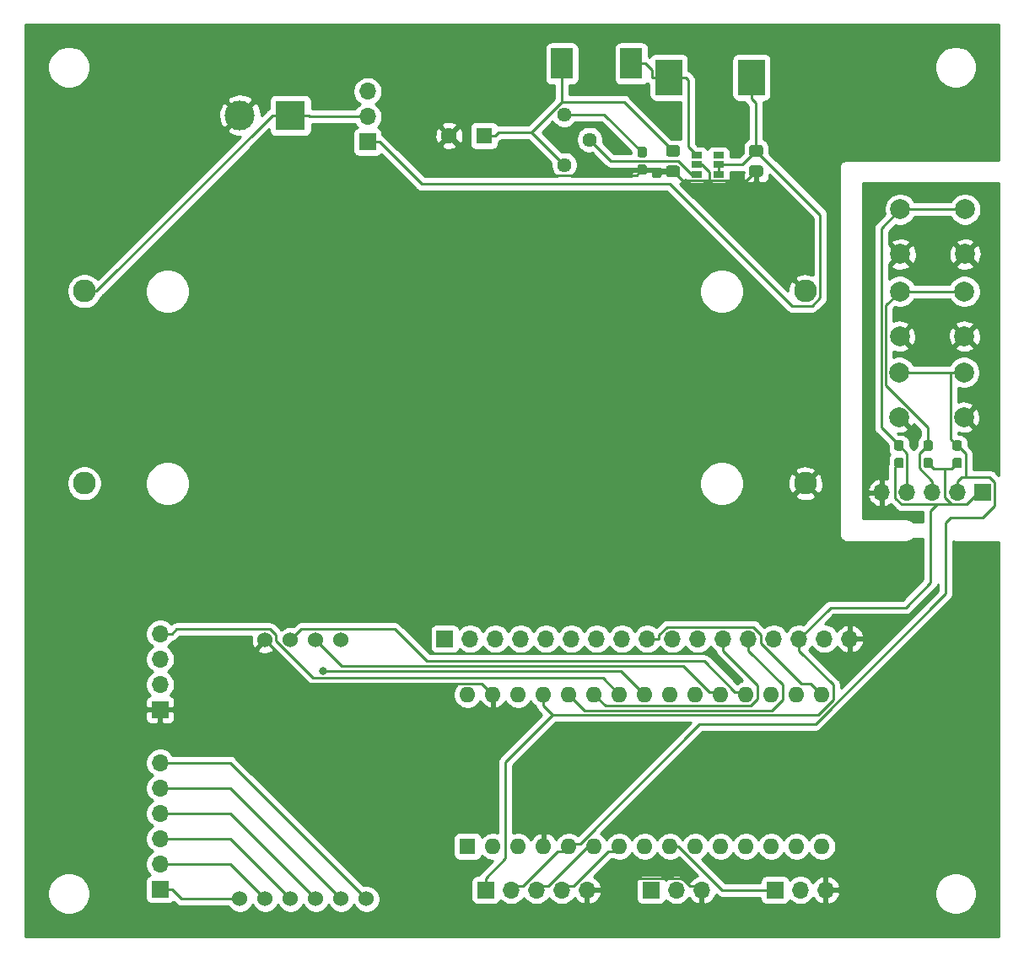
<source format=gbr>
%TF.GenerationSoftware,KiCad,Pcbnew,(5.1.6)-1*%
%TF.CreationDate,2020-07-21T16:26:21+08:00*%
%TF.ProjectId,Egg_segregator,4567675f-7365-4677-9265-6761746f722e,rev?*%
%TF.SameCoordinates,Original*%
%TF.FileFunction,Copper,L1,Top*%
%TF.FilePolarity,Positive*%
%FSLAX46Y46*%
G04 Gerber Fmt 4.6, Leading zero omitted, Abs format (unit mm)*
G04 Created by KiCad (PCBNEW (5.1.6)-1) date 2020-07-21 16:26:21*
%MOMM*%
%LPD*%
G01*
G04 APERTURE LIST*
%TA.AperFunction,ComponentPad*%
%ADD10R,1.600000X1.600000*%
%TD*%
%TA.AperFunction,ComponentPad*%
%ADD11O,1.600000X1.600000*%
%TD*%
%TA.AperFunction,ComponentPad*%
%ADD12C,1.600000*%
%TD*%
%TA.AperFunction,SMDPad,CuDef*%
%ADD13R,2.180000X3.120000*%
%TD*%
%TA.AperFunction,ComponentPad*%
%ADD14R,3.000000X3.000000*%
%TD*%
%TA.AperFunction,ComponentPad*%
%ADD15C,3.000000*%
%TD*%
%TA.AperFunction,ComponentPad*%
%ADD16O,1.700000X1.700000*%
%TD*%
%TA.AperFunction,ComponentPad*%
%ADD17R,1.700000X1.700000*%
%TD*%
%TA.AperFunction,SMDPad,CuDef*%
%ADD18R,2.700000X3.600000*%
%TD*%
%TA.AperFunction,ComponentPad*%
%ADD19C,1.440000*%
%TD*%
%TA.AperFunction,ComponentPad*%
%ADD20C,2.000000*%
%TD*%
%TA.AperFunction,ComponentPad*%
%ADD21C,2.286000*%
%TD*%
%TA.AperFunction,SMDPad,CuDef*%
%ADD22R,1.060000X0.650000*%
%TD*%
%TA.AperFunction,ComponentPad*%
%ADD23C,1.524000*%
%TD*%
%TA.AperFunction,ViaPad*%
%ADD24C,0.800000*%
%TD*%
%TA.AperFunction,Conductor*%
%ADD25C,0.250000*%
%TD*%
%TA.AperFunction,Conductor*%
%ADD26C,0.254000*%
%TD*%
G04 APERTURE END LIST*
D10*
%TO.P,A1,1*%
%TO.N,/D1*%
X136017000Y-118237000D03*
D11*
%TO.P,A1,17*%
%TO.N,+3V3*%
X169037000Y-102997000D03*
%TO.P,A1,2*%
%TO.N,/D0*%
X138557000Y-118237000D03*
%TO.P,A1,18*%
%TO.N,Net-(A1-Pad18)*%
X166497000Y-102997000D03*
%TO.P,A1,3*%
%TO.N,Net-(A1-Pad3)*%
X141097000Y-118237000D03*
%TO.P,A1,19*%
%TO.N,/DT*%
X163957000Y-102997000D03*
%TO.P,A1,4*%
%TO.N,GND*%
X143637000Y-118237000D03*
%TO.P,A1,20*%
%TO.N,/SCK*%
X161417000Y-102997000D03*
%TO.P,A1,5*%
%TO.N,/Menu_btn*%
X146177000Y-118237000D03*
%TO.P,A1,21*%
%TO.N,/A2*%
X158877000Y-102997000D03*
%TO.P,A1,6*%
%TO.N,/Left_btn*%
X148717000Y-118237000D03*
%TO.P,A1,22*%
%TO.N,/A3*%
X156337000Y-102997000D03*
%TO.P,A1,7*%
%TO.N,/Right_btn*%
X151257000Y-118237000D03*
%TO.P,A1,23*%
%TO.N,/SDA*%
X153797000Y-102997000D03*
%TO.P,A1,8*%
%TO.N,/PWM1*%
X153797000Y-118237000D03*
%TO.P,A1,24*%
%TO.N,/SCL*%
X151257000Y-102997000D03*
%TO.P,A1,9*%
%TO.N,/PWM2*%
X156337000Y-118237000D03*
%TO.P,A1,25*%
%TO.N,/A4*%
X148717000Y-102997000D03*
%TO.P,A1,10*%
%TO.N,/D7*%
X158877000Y-118237000D03*
%TO.P,A1,26*%
%TO.N,/A5*%
X146177000Y-102997000D03*
%TO.P,A1,11*%
%TO.N,/D8*%
X161417000Y-118237000D03*
%TO.P,A1,27*%
%TO.N,+5V*%
X143637000Y-102997000D03*
%TO.P,A1,12*%
%TO.N,/D9*%
X163957000Y-118237000D03*
%TO.P,A1,28*%
%TO.N,Net-(A1-Pad28)*%
X141097000Y-102997000D03*
%TO.P,A1,13*%
%TO.N,/D10*%
X166497000Y-118237000D03*
%TO.P,A1,29*%
%TO.N,GND*%
X138557000Y-102997000D03*
%TO.P,A1,14*%
%TO.N,/D11*%
X169037000Y-118237000D03*
%TO.P,A1,30*%
%TO.N,VCC*%
X136017000Y-102997000D03*
%TO.P,A1,15*%
%TO.N,/D12*%
X171577000Y-118237000D03*
%TO.P,A1,16*%
%TO.N,/D13*%
X171577000Y-102997000D03*
%TD*%
%TO.P,C1,2*%
%TO.N,GND*%
%TA.AperFunction,SMDPad,CuDef*%
G36*
G01*
X164522999Y-49853000D02*
X165423001Y-49853000D01*
G75*
G02*
X165673000Y-50102999I0J-249999D01*
G01*
X165673000Y-50753001D01*
G75*
G02*
X165423001Y-51003000I-249999J0D01*
G01*
X164522999Y-51003000D01*
G75*
G02*
X164273000Y-50753001I0J249999D01*
G01*
X164273000Y-50102999D01*
G75*
G02*
X164522999Y-49853000I249999J0D01*
G01*
G37*
%TD.AperFunction*%
%TO.P,C1,1*%
%TO.N,Net-(C1-Pad1)*%
%TA.AperFunction,SMDPad,CuDef*%
G36*
G01*
X164522999Y-47803000D02*
X165423001Y-47803000D01*
G75*
G02*
X165673000Y-48052999I0J-249999D01*
G01*
X165673000Y-48703001D01*
G75*
G02*
X165423001Y-48953000I-249999J0D01*
G01*
X164522999Y-48953000D01*
G75*
G02*
X164273000Y-48703001I0J249999D01*
G01*
X164273000Y-48052999D01*
G75*
G02*
X164522999Y-47803000I249999J0D01*
G01*
G37*
%TD.AperFunction*%
%TD*%
%TO.P,C2,1*%
%TO.N,VCC*%
%TA.AperFunction,SMDPad,CuDef*%
G36*
G01*
X156178999Y-47828400D02*
X157079001Y-47828400D01*
G75*
G02*
X157329000Y-48078399I0J-249999D01*
G01*
X157329000Y-48728401D01*
G75*
G02*
X157079001Y-48978400I-249999J0D01*
G01*
X156178999Y-48978400D01*
G75*
G02*
X155929000Y-48728401I0J249999D01*
G01*
X155929000Y-48078399D01*
G75*
G02*
X156178999Y-47828400I249999J0D01*
G01*
G37*
%TD.AperFunction*%
%TO.P,C2,2*%
%TO.N,GND*%
%TA.AperFunction,SMDPad,CuDef*%
G36*
G01*
X156178999Y-49878400D02*
X157079001Y-49878400D01*
G75*
G02*
X157329000Y-50128399I0J-249999D01*
G01*
X157329000Y-50778401D01*
G75*
G02*
X157079001Y-51028400I-249999J0D01*
G01*
X156178999Y-51028400D01*
G75*
G02*
X155929000Y-50778401I0J249999D01*
G01*
X155929000Y-50128399D01*
G75*
G02*
X156178999Y-49878400I249999J0D01*
G01*
G37*
%TD.AperFunction*%
%TD*%
D10*
%TO.P,C3,1*%
%TO.N,VCC*%
X137668000Y-46863000D03*
D12*
%TO.P,C3,2*%
%TO.N,GND*%
X134168000Y-46863000D03*
%TD*%
D13*
%TO.P,D1,C*%
%TO.N,VCC*%
X145486000Y-39624000D03*
%TO.P,D1,A*%
%TO.N,Net-(D1-PadA)*%
X152456000Y-39624000D03*
%TD*%
D14*
%TO.P,J1,1*%
%TO.N,Net-(J1-Pad1)*%
X118237000Y-44831000D03*
D15*
%TO.P,J1,2*%
%TO.N,GND*%
X113157000Y-44831000D03*
%TD*%
D16*
%TO.P,J2,4*%
%TO.N,/SCL*%
X105156000Y-96901000D03*
%TO.P,J2,3*%
%TO.N,/SDA*%
X105156000Y-99441000D03*
%TO.P,J2,2*%
%TO.N,+5V*%
X105156000Y-101981000D03*
D17*
%TO.P,J2,1*%
%TO.N,GND*%
X105156000Y-104521000D03*
%TD*%
D16*
%TO.P,J5,6*%
%TO.N,/B+*%
X105156000Y-109855000D03*
%TO.P,J5,5*%
%TO.N,/B-*%
X105156000Y-112395000D03*
%TO.P,J5,4*%
%TO.N,/A+*%
X105156000Y-114935000D03*
%TO.P,J5,3*%
%TO.N,/A-*%
X105156000Y-117475000D03*
%TO.P,J5,2*%
%TO.N,/E-*%
X105156000Y-120015000D03*
D17*
%TO.P,J5,1*%
%TO.N,/E+*%
X105156000Y-122555000D03*
%TD*%
%TO.P,J6,1*%
%TO.N,/PWM1*%
X154432000Y-122631000D03*
D16*
%TO.P,J6,2*%
%TO.N,VCC*%
X156972000Y-122631000D03*
%TO.P,J6,3*%
%TO.N,GND*%
X159512000Y-122631000D03*
%TD*%
%TO.P,J7,3*%
%TO.N,GND*%
X171958000Y-122631000D03*
%TO.P,J7,2*%
%TO.N,VCC*%
X169418000Y-122631000D03*
D17*
%TO.P,J7,1*%
%TO.N,/PWM2*%
X166878000Y-122631000D03*
%TD*%
%TO.P,J8,1*%
%TO.N,/D0*%
X133731000Y-97409000D03*
D16*
%TO.P,J8,2*%
%TO.N,/D1*%
X136271000Y-97409000D03*
%TO.P,J8,3*%
%TO.N,/D7*%
X138811000Y-97409000D03*
%TO.P,J8,4*%
%TO.N,/D8*%
X141351000Y-97409000D03*
%TO.P,J8,5*%
%TO.N,/D9*%
X143891000Y-97409000D03*
%TO.P,J8,6*%
%TO.N,/D10*%
X146431000Y-97409000D03*
%TO.P,J8,7*%
%TO.N,/D11*%
X148971000Y-97409000D03*
%TO.P,J8,8*%
%TO.N,/D12*%
X151511000Y-97409000D03*
%TO.P,J8,9*%
%TO.N,/D13*%
X154051000Y-97409000D03*
%TO.P,J8,10*%
%TO.N,/A2*%
X156591000Y-97409000D03*
%TO.P,J8,11*%
%TO.N,/A3*%
X159131000Y-97409000D03*
%TO.P,J8,12*%
%TO.N,/A4*%
X161671000Y-97409000D03*
%TO.P,J8,13*%
%TO.N,/A5*%
X164211000Y-97409000D03*
%TO.P,J8,14*%
%TO.N,VCC*%
X166751000Y-97409000D03*
%TO.P,J8,15*%
%TO.N,+5V*%
X169291000Y-97409000D03*
%TO.P,J8,16*%
%TO.N,+3V3*%
X171831000Y-97409000D03*
%TO.P,J8,17*%
%TO.N,GND*%
X174371000Y-97409000D03*
%TD*%
D18*
%TO.P,L1,1*%
%TO.N,Net-(C1-Pad1)*%
X164513000Y-41021000D03*
%TO.P,L1,2*%
%TO.N,Net-(D1-PadA)*%
X156213000Y-41021000D03*
%TD*%
%TO.P,R1,1*%
%TO.N,+5V*%
%TA.AperFunction,SMDPad,CuDef*%
G36*
G01*
X185403500Y-80267000D02*
X184928500Y-80267000D01*
G75*
G02*
X184691000Y-80029500I0J237500D01*
G01*
X184691000Y-79454500D01*
G75*
G02*
X184928500Y-79217000I237500J0D01*
G01*
X185403500Y-79217000D01*
G75*
G02*
X185641000Y-79454500I0J-237500D01*
G01*
X185641000Y-80029500D01*
G75*
G02*
X185403500Y-80267000I-237500J0D01*
G01*
G37*
%TD.AperFunction*%
%TO.P,R1,2*%
%TO.N,/Menu_btn*%
%TA.AperFunction,SMDPad,CuDef*%
G36*
G01*
X185403500Y-78517000D02*
X184928500Y-78517000D01*
G75*
G02*
X184691000Y-78279500I0J237500D01*
G01*
X184691000Y-77704500D01*
G75*
G02*
X184928500Y-77467000I237500J0D01*
G01*
X185403500Y-77467000D01*
G75*
G02*
X185641000Y-77704500I0J-237500D01*
G01*
X185641000Y-78279500D01*
G75*
G02*
X185403500Y-78517000I-237500J0D01*
G01*
G37*
%TD.AperFunction*%
%TD*%
%TO.P,R2,2*%
%TO.N,/Left_btn*%
%TA.AperFunction,SMDPad,CuDef*%
G36*
G01*
X182482500Y-78517000D02*
X182007500Y-78517000D01*
G75*
G02*
X181770000Y-78279500I0J237500D01*
G01*
X181770000Y-77704500D01*
G75*
G02*
X182007500Y-77467000I237500J0D01*
G01*
X182482500Y-77467000D01*
G75*
G02*
X182720000Y-77704500I0J-237500D01*
G01*
X182720000Y-78279500D01*
G75*
G02*
X182482500Y-78517000I-237500J0D01*
G01*
G37*
%TD.AperFunction*%
%TO.P,R2,1*%
%TO.N,+5V*%
%TA.AperFunction,SMDPad,CuDef*%
G36*
G01*
X182482500Y-80267000D02*
X182007500Y-80267000D01*
G75*
G02*
X181770000Y-80029500I0J237500D01*
G01*
X181770000Y-79454500D01*
G75*
G02*
X182007500Y-79217000I237500J0D01*
G01*
X182482500Y-79217000D01*
G75*
G02*
X182720000Y-79454500I0J-237500D01*
G01*
X182720000Y-80029500D01*
G75*
G02*
X182482500Y-80267000I-237500J0D01*
G01*
G37*
%TD.AperFunction*%
%TD*%
%TO.P,R3,1*%
%TO.N,+5V*%
%TA.AperFunction,SMDPad,CuDef*%
G36*
G01*
X179561500Y-80267000D02*
X179086500Y-80267000D01*
G75*
G02*
X178849000Y-80029500I0J237500D01*
G01*
X178849000Y-79454500D01*
G75*
G02*
X179086500Y-79217000I237500J0D01*
G01*
X179561500Y-79217000D01*
G75*
G02*
X179799000Y-79454500I0J-237500D01*
G01*
X179799000Y-80029500D01*
G75*
G02*
X179561500Y-80267000I-237500J0D01*
G01*
G37*
%TD.AperFunction*%
%TO.P,R3,2*%
%TO.N,/Right_btn*%
%TA.AperFunction,SMDPad,CuDef*%
G36*
G01*
X179561500Y-78517000D02*
X179086500Y-78517000D01*
G75*
G02*
X178849000Y-78279500I0J237500D01*
G01*
X178849000Y-77704500D01*
G75*
G02*
X179086500Y-77467000I237500J0D01*
G01*
X179561500Y-77467000D01*
G75*
G02*
X179799000Y-77704500I0J-237500D01*
G01*
X179799000Y-78279500D01*
G75*
G02*
X179561500Y-78517000I-237500J0D01*
G01*
G37*
%TD.AperFunction*%
%TD*%
%TO.P,R4,2*%
%TO.N,GND*%
%TA.AperFunction,SMDPad,CuDef*%
G36*
G01*
X153305500Y-49753000D02*
X153780500Y-49753000D01*
G75*
G02*
X154018000Y-49990500I0J-237500D01*
G01*
X154018000Y-50565500D01*
G75*
G02*
X153780500Y-50803000I-237500J0D01*
G01*
X153305500Y-50803000D01*
G75*
G02*
X153068000Y-50565500I0J237500D01*
G01*
X153068000Y-49990500D01*
G75*
G02*
X153305500Y-49753000I237500J0D01*
G01*
G37*
%TD.AperFunction*%
%TO.P,R4,1*%
%TO.N,Net-(R4-Pad1)*%
%TA.AperFunction,SMDPad,CuDef*%
G36*
G01*
X153305500Y-48003000D02*
X153780500Y-48003000D01*
G75*
G02*
X154018000Y-48240500I0J-237500D01*
G01*
X154018000Y-48815500D01*
G75*
G02*
X153780500Y-49053000I-237500J0D01*
G01*
X153305500Y-49053000D01*
G75*
G02*
X153068000Y-48815500I0J237500D01*
G01*
X153068000Y-48240500D01*
G75*
G02*
X153305500Y-48003000I237500J0D01*
G01*
G37*
%TD.AperFunction*%
%TD*%
D19*
%TO.P,RV1,1*%
%TO.N,Net-(R4-Pad1)*%
X145720000Y-44729400D03*
%TO.P,RV1,2*%
%TO.N,Net-(RV1-Pad2)*%
X148260000Y-47269400D03*
%TO.P,RV1,3*%
%TO.N,VCC*%
X145720000Y-49809400D03*
%TD*%
D20*
%TO.P,SW1,2*%
%TO.N,/Menu_btn*%
X185826000Y-70645900D03*
%TO.P,SW1,1*%
%TO.N,GND*%
X185826000Y-75145900D03*
%TO.P,SW1,2*%
%TO.N,/Menu_btn*%
X179326000Y-70645900D03*
%TO.P,SW1,1*%
%TO.N,GND*%
X179326000Y-75145900D03*
%TD*%
%TO.P,SW2,1*%
%TO.N,GND*%
X179391000Y-67008900D03*
%TO.P,SW2,2*%
%TO.N,/Left_btn*%
X179391000Y-62508900D03*
%TO.P,SW2,1*%
%TO.N,GND*%
X185891000Y-67008900D03*
%TO.P,SW2,2*%
%TO.N,/Left_btn*%
X185891000Y-62508900D03*
%TD*%
%TO.P,SW3,2*%
%TO.N,/Right_btn*%
X185953000Y-54262900D03*
%TO.P,SW3,1*%
%TO.N,GND*%
X185953000Y-58762900D03*
%TO.P,SW3,2*%
%TO.N,/Right_btn*%
X179453000Y-54262900D03*
%TO.P,SW3,1*%
%TO.N,GND*%
X179453000Y-58762900D03*
%TD*%
D17*
%TO.P,SW4,1*%
%TO.N,Net-(C1-Pad1)*%
X125984000Y-47498000D03*
D16*
%TO.P,SW4,2*%
%TO.N,Net-(J1-Pad1)*%
X125984000Y-44958000D03*
%TO.P,SW4,3*%
%TO.N,Net-(SW4-Pad3)*%
X125984000Y-42418000D03*
%TD*%
D21*
%TO.P,U1,+1*%
%TO.N,Net-(J1-Pad1)*%
X97536000Y-62484000D03*
%TO.P,U1,1*%
%TO.N,GND*%
X169926000Y-62484000D03*
%TO.P,U1,2*%
X169926000Y-81788000D03*
%TO.P,U1,+2*%
%TO.N,Net-(J1-Pad1)*%
X97536000Y-81788000D03*
%TD*%
D22*
%TO.P,U2,1*%
%TO.N,Net-(D1-PadA)*%
X159009000Y-48834000D03*
%TO.P,U2,2*%
%TO.N,GND*%
X159009000Y-49784000D03*
%TO.P,U2,3*%
%TO.N,Net-(RV1-Pad2)*%
X159009000Y-50734000D03*
%TO.P,U2,4*%
%TO.N,Net-(C1-Pad1)*%
X161209000Y-50734000D03*
%TO.P,U2,6*%
%TO.N,Net-(U2-Pad6)*%
X161209000Y-48834000D03*
%TO.P,U2,5*%
%TO.N,Net-(C1-Pad1)*%
X161209000Y-49784000D03*
%TD*%
D23*
%TO.P,A2,1*%
%TO.N,GND*%
X115697000Y-97536000D03*
%TO.P,A2,2*%
%TO.N,/DT*%
X118237000Y-97536000D03*
%TO.P,A2,3*%
%TO.N,/SCK*%
X120777000Y-97536000D03*
%TO.P,A2,4*%
%TO.N,VCC*%
X123317000Y-97536000D03*
%TO.P,A2,6*%
%TO.N,/E-*%
X115697000Y-123536000D03*
%TO.P,A2,7*%
%TO.N,/A-*%
X118237000Y-123536000D03*
%TO.P,A2,8*%
%TO.N,/A+*%
X120777000Y-123536000D03*
%TO.P,A2,9*%
%TO.N,/B-*%
X123317000Y-123536000D03*
%TO.P,A2,10*%
%TO.N,/B+*%
X125857000Y-123536000D03*
%TO.P,A2,5*%
%TO.N,/E+*%
X113157000Y-123536000D03*
%TD*%
D17*
%TO.P,J9,1*%
%TO.N,+5V*%
X187757000Y-82727800D03*
D16*
%TO.P,J9,2*%
%TO.N,/Menu_btn*%
X185217000Y-82727800D03*
%TO.P,J9,3*%
%TO.N,/Left_btn*%
X182677000Y-82727800D03*
%TO.P,J9,4*%
%TO.N,/Right_btn*%
X180137000Y-82727800D03*
%TO.P,J9,5*%
%TO.N,GND*%
X177597000Y-82727800D03*
%TD*%
D17*
%TO.P,J10,1*%
%TO.N,+5V*%
X137846000Y-122631000D03*
D16*
%TO.P,J10,2*%
%TO.N,/Menu_btn*%
X140386000Y-122631000D03*
%TO.P,J10,3*%
%TO.N,/Left_btn*%
X142926000Y-122631000D03*
%TO.P,J10,4*%
%TO.N,/Right_btn*%
X145466000Y-122631000D03*
%TO.P,J10,5*%
%TO.N,GND*%
X148006000Y-122631000D03*
%TD*%
D24*
%TO.N,/SDA*%
X121522400Y-100601900D03*
%TD*%
D25*
%TO.N,/DT*%
X162831700Y-102715700D02*
X159775000Y-99659000D01*
X159775000Y-99659000D02*
X131917900Y-99659000D01*
X131917900Y-99659000D02*
X128687900Y-96429000D01*
X128687900Y-96429000D02*
X119344000Y-96429000D01*
X119344000Y-96429000D02*
X118237000Y-97536000D01*
X163675700Y-102715700D02*
X163957000Y-102997000D01*
X162831700Y-102715700D02*
X163675700Y-102715700D01*
%TO.N,GND*%
X148006000Y-122631000D02*
X149181300Y-122631000D01*
X149181300Y-122631000D02*
X150356600Y-121455700D01*
X150356600Y-121455700D02*
X157528800Y-121455700D01*
X157528800Y-121455700D02*
X158336700Y-122263600D01*
X115697000Y-97536000D02*
X108712000Y-104521000D01*
X108712000Y-104521000D02*
X105156000Y-104521000D01*
X153543000Y-50278000D02*
X152966200Y-50854800D01*
X152966200Y-50854800D02*
X138159800Y-50854800D01*
X138159800Y-50854800D02*
X134168000Y-46863000D01*
X156629000Y-50453400D02*
X156453600Y-50278000D01*
X156453600Y-50278000D02*
X153543000Y-50278000D01*
X159864300Y-51384400D02*
X164016600Y-51384400D01*
X156629000Y-50453400D02*
X157560000Y-51384400D01*
X157560000Y-51384400D02*
X159864300Y-51384400D01*
X164016600Y-51384400D02*
X164973000Y-50428000D01*
X169926000Y-62484000D02*
X164016600Y-56574600D01*
X164016600Y-56574600D02*
X164016600Y-51384400D01*
X137431700Y-101871700D02*
X138557000Y-102997000D01*
X115697000Y-97536000D02*
X120032700Y-101871700D01*
X120032700Y-101871700D02*
X137431700Y-101871700D01*
X159144600Y-122263600D02*
X159512000Y-122631000D01*
X158336700Y-122263600D02*
X159144600Y-122263600D01*
X160250000Y-51384400D02*
X159864300Y-51384400D01*
X160250000Y-50534998D02*
X160250000Y-51384400D01*
X159009000Y-49784000D02*
X159499002Y-49784000D01*
X159499002Y-49784000D02*
X160250000Y-50534998D01*
%TO.N,/SCK*%
X120777000Y-97536000D02*
X123350400Y-100109400D01*
X123350400Y-100109400D02*
X157685400Y-100109400D01*
X157685400Y-100109400D02*
X160291700Y-102715700D01*
X161135700Y-102715700D02*
X161417000Y-102997000D01*
X160291700Y-102715700D02*
X161135700Y-102715700D01*
%TO.N,/Menu_btn*%
X141561300Y-122263600D02*
X145051700Y-118773200D01*
X184500100Y-70645900D02*
X185826000Y-70645900D01*
X179326000Y-70645900D02*
X184500100Y-70645900D01*
X185166000Y-77992000D02*
X184500100Y-77326100D01*
X184500100Y-77326100D02*
X184500100Y-70645900D01*
X186011700Y-81155100D02*
X186011700Y-78837700D01*
X186011700Y-78837700D02*
X185166000Y-77992000D01*
X185217000Y-81552500D02*
X185614400Y-81155100D01*
X185614400Y-81155100D02*
X186011700Y-81155100D01*
X185217000Y-82727800D02*
X185217000Y-81552500D01*
X187750000Y-85250000D02*
X184500000Y-85250000D01*
X184500000Y-85250000D02*
X184000000Y-85750000D01*
X188932400Y-84067600D02*
X187750000Y-85250000D01*
X186011700Y-81155100D02*
X188413900Y-81155100D01*
X188413900Y-81155100D02*
X188932400Y-81673600D01*
X188932400Y-81673600D02*
X188932400Y-84067600D01*
X184000000Y-85750000D02*
X184000000Y-92871600D01*
X184000000Y-92871600D02*
X170915200Y-105956400D01*
X170915200Y-105956400D02*
X159301600Y-105956400D01*
X159301600Y-105956400D02*
X147302300Y-117955700D01*
X146458300Y-117955700D02*
X146177000Y-118237000D01*
X147302300Y-117955700D02*
X146458300Y-117955700D01*
X145640800Y-118773200D02*
X146177000Y-118237000D01*
X145051700Y-118773200D02*
X145640800Y-118773200D01*
X140753400Y-122263600D02*
X140386000Y-122631000D01*
X141561300Y-122263600D02*
X140753400Y-122263600D01*
%TO.N,/Left_btn*%
X179391000Y-62508900D02*
X177979600Y-63920300D01*
X177979600Y-63920300D02*
X177979600Y-71912200D01*
X177979600Y-71912200D02*
X182245000Y-76177600D01*
X182245000Y-76177600D02*
X182245000Y-77992000D01*
X179391000Y-62508900D02*
X185891000Y-62508900D01*
X182677000Y-82727800D02*
X182677000Y-81552500D01*
X182677000Y-81552500D02*
X181402500Y-80278000D01*
X181402500Y-80278000D02*
X181402500Y-78834500D01*
X181402500Y-78834500D02*
X182245000Y-77992000D01*
X144101300Y-122263600D02*
X148127900Y-118237000D01*
X148127900Y-118237000D02*
X148717000Y-118237000D01*
X143293400Y-122263600D02*
X142926000Y-122631000D01*
X144101300Y-122263600D02*
X143293400Y-122263600D01*
%TO.N,/Right_btn*%
X179453000Y-54262900D02*
X177529200Y-56186700D01*
X177529200Y-56186700D02*
X177529200Y-76197200D01*
X177529200Y-76197200D02*
X179324000Y-77992000D01*
X180137000Y-82727800D02*
X180137000Y-78805000D01*
X180137000Y-78805000D02*
X179324000Y-77992000D01*
X146641300Y-122263600D02*
X150131700Y-118773200D01*
X179453000Y-54262900D02*
X185953000Y-54262900D01*
X150720800Y-118773200D02*
X151257000Y-118237000D01*
X150131700Y-118773200D02*
X150720800Y-118773200D01*
X145833400Y-122263600D02*
X145466000Y-122631000D01*
X146641300Y-122263600D02*
X145833400Y-122263600D01*
%TO.N,/SDA*%
X151401900Y-100601900D02*
X153797000Y-102997000D01*
X121522400Y-100601900D02*
X151401900Y-100601900D01*
%TO.N,/SCL*%
X105156000Y-96901000D02*
X106331300Y-96901000D01*
X106331300Y-96901000D02*
X106792800Y-96439500D01*
X106792800Y-96439500D02*
X116206700Y-96439500D01*
X116206700Y-96439500D02*
X116795900Y-97028700D01*
X116795900Y-97028700D02*
X116795900Y-97634500D01*
X116795900Y-97634500D02*
X120490300Y-101328900D01*
X120490300Y-101328900D02*
X149588900Y-101328900D01*
X149588900Y-101328900D02*
X151257000Y-102997000D01*
%TO.N,/PWM2*%
X161574900Y-122631000D02*
X165702700Y-122631000D01*
X156337000Y-118237000D02*
X157180900Y-118237000D01*
X165702700Y-122631000D02*
X166878000Y-122631000D01*
X157180900Y-118237000D02*
X161574900Y-122631000D01*
%TO.N,/A4*%
X149842300Y-104122300D02*
X148717000Y-102997000D01*
X161671000Y-98584300D02*
X165126800Y-102040100D01*
X161671000Y-97409000D02*
X161671000Y-98584300D01*
X165126800Y-102040100D02*
X165126800Y-103421300D01*
X165126800Y-103421300D02*
X164425800Y-104122300D01*
X164425800Y-104122300D02*
X149842300Y-104122300D01*
%TO.N,/A5*%
X147769000Y-104589000D02*
X146177000Y-102997000D01*
X164211000Y-97409000D02*
X164211000Y-98584300D01*
X164211000Y-98584300D02*
X167623500Y-101996800D01*
X167623500Y-101996800D02*
X167623500Y-103482900D01*
X167623500Y-103482900D02*
X166517400Y-104589000D01*
X166517400Y-104589000D02*
X147769000Y-104589000D01*
%TO.N,+5V*%
X144554000Y-105039300D02*
X171195400Y-105039300D01*
X171195400Y-105039300D02*
X172742500Y-103492200D01*
X172742500Y-103492200D02*
X172742500Y-102035800D01*
X172742500Y-102035800D02*
X169291000Y-98584300D01*
X143637000Y-104122300D02*
X144554000Y-105039300D01*
X137846000Y-121455700D02*
X139827000Y-119474700D01*
X139827000Y-119474700D02*
X139827000Y-109766300D01*
X139827000Y-109766300D02*
X144554000Y-105039300D01*
X137846000Y-122631000D02*
X137846000Y-121455700D01*
X183870200Y-80336000D02*
X184572000Y-80336000D01*
X184572000Y-80336000D02*
X185166000Y-79742000D01*
X182245000Y-79742000D02*
X182839000Y-80336000D01*
X182839000Y-80336000D02*
X183870200Y-80336000D01*
X183870200Y-83221600D02*
X183870200Y-80336000D01*
X185773600Y-83903200D02*
X184551800Y-83903200D01*
X184551800Y-83903200D02*
X183870200Y-83221600D01*
X143637000Y-102997000D02*
X143637000Y-104122300D01*
X169291000Y-97409000D02*
X169291000Y-98584300D01*
X185773600Y-83903200D02*
X186096800Y-83903200D01*
X187272200Y-82727800D02*
X187757000Y-82727800D01*
X186096800Y-83903200D02*
X187272200Y-82727800D01*
X179573398Y-83903200D02*
X183188600Y-83903200D01*
X178924100Y-83253902D02*
X179573398Y-83903200D01*
X183188600Y-83903200D02*
X185773600Y-83903200D01*
X178924100Y-80141900D02*
X178924100Y-83253902D01*
X179324000Y-79742000D02*
X178924100Y-80141900D01*
X182500000Y-84591800D02*
X183188600Y-83903200D01*
X182500000Y-91750000D02*
X182500000Y-84591800D01*
X180000000Y-94250000D02*
X182500000Y-91750000D01*
X169291000Y-97409000D02*
X172450000Y-94250000D01*
X172450000Y-94250000D02*
X180000000Y-94250000D01*
%TO.N,VCC*%
X142435700Y-46525100D02*
X139131200Y-46525100D01*
X139131200Y-46525100D02*
X138793300Y-46863000D01*
X145720000Y-49809400D02*
X142435700Y-46525100D01*
X142435700Y-46525100D02*
X145486000Y-43474800D01*
X145486000Y-43474800D02*
X151700400Y-43474800D01*
X151700400Y-43474800D02*
X156629000Y-48403400D01*
X145486000Y-39624000D02*
X145486000Y-43474800D01*
X137668000Y-46863000D02*
X138793300Y-46863000D01*
%TO.N,/D13*%
X154051000Y-97409000D02*
X155226300Y-97409000D01*
X155226300Y-97409000D02*
X155226300Y-97041700D01*
X155226300Y-97041700D02*
X156048900Y-96219100D01*
X156048900Y-96219100D02*
X164715200Y-96219100D01*
X164715200Y-96219100D02*
X165481000Y-96984900D01*
X165481000Y-96984900D02*
X165481000Y-97861400D01*
X165481000Y-97861400D02*
X169491300Y-101871700D01*
X170451700Y-101871700D02*
X171577000Y-102997000D01*
X169491300Y-101871700D02*
X170451700Y-101871700D01*
%TO.N,Net-(C1-Pad1)*%
X164957600Y-48378000D02*
X164957600Y-43590900D01*
X164957600Y-43590900D02*
X164513000Y-43146300D01*
X162064300Y-49784000D02*
X163551600Y-49784000D01*
X163551600Y-49784000D02*
X164957600Y-48378000D01*
X164957600Y-48378000D02*
X164973000Y-48378000D01*
X164513000Y-41021000D02*
X164513000Y-43146300D01*
X161951700Y-49784000D02*
X162064300Y-49784000D01*
X161209000Y-49784000D02*
X161951700Y-49784000D01*
X125984000Y-47498000D02*
X127159300Y-47498000D01*
X164973000Y-48378000D02*
X171420400Y-54825400D01*
X171420400Y-54825400D02*
X171420400Y-63121000D01*
X171420400Y-63121000D02*
X170582400Y-63959000D01*
X170582400Y-63959000D02*
X168545900Y-63959000D01*
X168545900Y-63959000D02*
X156326900Y-51740000D01*
X156326900Y-51740000D02*
X131401300Y-51740000D01*
X131401300Y-51740000D02*
X127159300Y-47498000D01*
X161209000Y-49784000D02*
X161209000Y-50734000D01*
%TO.N,Net-(D1-PadA)*%
X156213000Y-41021000D02*
X154537700Y-41021000D01*
X152456000Y-39624000D02*
X153871300Y-39624000D01*
X154537700Y-41021000D02*
X154537700Y-40290400D01*
X154537700Y-40290400D02*
X153871300Y-39624000D01*
X157888300Y-41021000D02*
X156213000Y-41021000D01*
X158153700Y-41286400D02*
X157888300Y-41021000D01*
X159009000Y-48834000D02*
X158153700Y-47978700D01*
X158153700Y-47978700D02*
X158153700Y-41286400D01*
%TO.N,Net-(J1-Pad1)*%
X118237000Y-44831000D02*
X120062300Y-44831000D01*
X125984000Y-44958000D02*
X120189300Y-44958000D01*
X120189300Y-44958000D02*
X120062300Y-44831000D01*
X118237000Y-44831000D02*
X116411700Y-44831000D01*
X97536000Y-62484000D02*
X98758700Y-62484000D01*
X98758700Y-62484000D02*
X116411700Y-44831000D01*
%TO.N,/E+*%
X105156000Y-122555000D02*
X106331300Y-122555000D01*
X113157000Y-123536000D02*
X107312300Y-123536000D01*
X107312300Y-123536000D02*
X106331300Y-122555000D01*
%TO.N,/E-*%
X115697000Y-123536000D02*
X112176000Y-120015000D01*
X112176000Y-120015000D02*
X105156000Y-120015000D01*
%TO.N,/A-*%
X118237000Y-123536000D02*
X112176000Y-117475000D01*
X112176000Y-117475000D02*
X105156000Y-117475000D01*
%TO.N,/A+*%
X105156000Y-114935000D02*
X112176000Y-114935000D01*
X112176000Y-114935000D02*
X120777000Y-123536000D01*
%TO.N,/B-*%
X123317000Y-123536000D02*
X112176000Y-112395000D01*
X112176000Y-112395000D02*
X105156000Y-112395000D01*
%TO.N,/B+*%
X125857000Y-123536000D02*
X112176000Y-109855000D01*
X112176000Y-109855000D02*
X105156000Y-109855000D01*
%TO.N,Net-(R4-Pad1)*%
X145720000Y-44729400D02*
X149744400Y-44729400D01*
X149744400Y-44729400D02*
X153543000Y-48528000D01*
%TO.N,Net-(RV1-Pad2)*%
X150393600Y-49403000D02*
X148260000Y-47269400D01*
X157178500Y-49403000D02*
X150393600Y-49403000D01*
X159009000Y-50734000D02*
X158509500Y-50734000D01*
X158509500Y-50734000D02*
X157178500Y-49403000D01*
%TD*%
D26*
%TO.N,GND*%
G36*
X189340001Y-49340000D02*
G01*
X174032419Y-49340000D01*
X174000000Y-49336807D01*
X173967581Y-49340000D01*
X173870617Y-49349550D01*
X173746207Y-49387290D01*
X173631550Y-49448575D01*
X173531052Y-49531052D01*
X173448575Y-49631550D01*
X173387290Y-49746207D01*
X173349550Y-49870617D01*
X173336807Y-50000000D01*
X173340000Y-50032419D01*
X173340001Y-86967571D01*
X173336807Y-87000000D01*
X173349550Y-87129383D01*
X173387290Y-87253793D01*
X173448575Y-87368450D01*
X173531052Y-87468948D01*
X173631550Y-87551425D01*
X173746207Y-87612710D01*
X173870617Y-87650450D01*
X173935111Y-87656802D01*
X173967419Y-87659984D01*
X173967581Y-87660000D01*
X174000000Y-87663193D01*
X174032419Y-87660000D01*
X180032419Y-87660000D01*
X180064890Y-87656802D01*
X180071383Y-87656802D01*
X180080547Y-87655838D01*
X180122831Y-87651095D01*
X180129383Y-87650450D01*
X180129852Y-87650308D01*
X180177522Y-87644961D01*
X180236002Y-87632531D01*
X180294717Y-87620905D01*
X180303520Y-87618180D01*
X180396535Y-87588674D01*
X180451495Y-87565118D01*
X180506822Y-87542314D01*
X180514928Y-87537931D01*
X180600440Y-87490920D01*
X180649771Y-87457143D01*
X180699626Y-87424019D01*
X180706719Y-87418149D01*
X180706723Y-87418147D01*
X180706726Y-87418144D01*
X180755759Y-87377000D01*
X181740001Y-87377000D01*
X181740000Y-91435198D01*
X179685199Y-93490000D01*
X172487325Y-93490000D01*
X172450000Y-93486324D01*
X172412675Y-93490000D01*
X172412667Y-93490000D01*
X172301014Y-93500997D01*
X172157753Y-93544454D01*
X172025724Y-93615026D01*
X171909999Y-93709999D01*
X171886201Y-93738997D01*
X169657408Y-95967791D01*
X169437260Y-95924000D01*
X169144740Y-95924000D01*
X168857842Y-95981068D01*
X168587589Y-96093010D01*
X168344368Y-96255525D01*
X168137525Y-96462368D01*
X168021000Y-96636760D01*
X167904475Y-96462368D01*
X167697632Y-96255525D01*
X167454411Y-96093010D01*
X167184158Y-95981068D01*
X166897260Y-95924000D01*
X166604740Y-95924000D01*
X166317842Y-95981068D01*
X166047589Y-96093010D01*
X165817591Y-96246690D01*
X165279003Y-95708102D01*
X165255201Y-95679099D01*
X165139476Y-95584126D01*
X165007447Y-95513554D01*
X164864186Y-95470097D01*
X164752533Y-95459100D01*
X164752522Y-95459100D01*
X164715200Y-95455424D01*
X164677878Y-95459100D01*
X156086222Y-95459100D01*
X156048899Y-95455424D01*
X156011576Y-95459100D01*
X156011567Y-95459100D01*
X155899914Y-95470097D01*
X155756653Y-95513554D01*
X155624623Y-95584126D01*
X155540983Y-95652768D01*
X155508899Y-95679099D01*
X155485101Y-95708098D01*
X154961690Y-96231509D01*
X154754411Y-96093010D01*
X154484158Y-95981068D01*
X154197260Y-95924000D01*
X153904740Y-95924000D01*
X153617842Y-95981068D01*
X153347589Y-96093010D01*
X153104368Y-96255525D01*
X152897525Y-96462368D01*
X152781000Y-96636760D01*
X152664475Y-96462368D01*
X152457632Y-96255525D01*
X152214411Y-96093010D01*
X151944158Y-95981068D01*
X151657260Y-95924000D01*
X151364740Y-95924000D01*
X151077842Y-95981068D01*
X150807589Y-96093010D01*
X150564368Y-96255525D01*
X150357525Y-96462368D01*
X150241000Y-96636760D01*
X150124475Y-96462368D01*
X149917632Y-96255525D01*
X149674411Y-96093010D01*
X149404158Y-95981068D01*
X149117260Y-95924000D01*
X148824740Y-95924000D01*
X148537842Y-95981068D01*
X148267589Y-96093010D01*
X148024368Y-96255525D01*
X147817525Y-96462368D01*
X147701000Y-96636760D01*
X147584475Y-96462368D01*
X147377632Y-96255525D01*
X147134411Y-96093010D01*
X146864158Y-95981068D01*
X146577260Y-95924000D01*
X146284740Y-95924000D01*
X145997842Y-95981068D01*
X145727589Y-96093010D01*
X145484368Y-96255525D01*
X145277525Y-96462368D01*
X145161000Y-96636760D01*
X145044475Y-96462368D01*
X144837632Y-96255525D01*
X144594411Y-96093010D01*
X144324158Y-95981068D01*
X144037260Y-95924000D01*
X143744740Y-95924000D01*
X143457842Y-95981068D01*
X143187589Y-96093010D01*
X142944368Y-96255525D01*
X142737525Y-96462368D01*
X142621000Y-96636760D01*
X142504475Y-96462368D01*
X142297632Y-96255525D01*
X142054411Y-96093010D01*
X141784158Y-95981068D01*
X141497260Y-95924000D01*
X141204740Y-95924000D01*
X140917842Y-95981068D01*
X140647589Y-96093010D01*
X140404368Y-96255525D01*
X140197525Y-96462368D01*
X140081000Y-96636760D01*
X139964475Y-96462368D01*
X139757632Y-96255525D01*
X139514411Y-96093010D01*
X139244158Y-95981068D01*
X138957260Y-95924000D01*
X138664740Y-95924000D01*
X138377842Y-95981068D01*
X138107589Y-96093010D01*
X137864368Y-96255525D01*
X137657525Y-96462368D01*
X137541000Y-96636760D01*
X137424475Y-96462368D01*
X137217632Y-96255525D01*
X136974411Y-96093010D01*
X136704158Y-95981068D01*
X136417260Y-95924000D01*
X136124740Y-95924000D01*
X135837842Y-95981068D01*
X135567589Y-96093010D01*
X135324368Y-96255525D01*
X135192513Y-96387380D01*
X135170502Y-96314820D01*
X135111537Y-96204506D01*
X135032185Y-96107815D01*
X134935494Y-96028463D01*
X134825180Y-95969498D01*
X134705482Y-95933188D01*
X134581000Y-95920928D01*
X132881000Y-95920928D01*
X132756518Y-95933188D01*
X132636820Y-95969498D01*
X132526506Y-96028463D01*
X132429815Y-96107815D01*
X132350463Y-96204506D01*
X132291498Y-96314820D01*
X132255188Y-96434518D01*
X132242928Y-96559000D01*
X132242928Y-98259000D01*
X132255188Y-98383482D01*
X132291498Y-98503180D01*
X132350463Y-98613494D01*
X132429815Y-98710185D01*
X132526506Y-98789537D01*
X132636820Y-98848502D01*
X132756518Y-98884812D01*
X132881000Y-98897072D01*
X134581000Y-98897072D01*
X134705482Y-98884812D01*
X134825180Y-98848502D01*
X134935494Y-98789537D01*
X135032185Y-98710185D01*
X135111537Y-98613494D01*
X135170502Y-98503180D01*
X135192513Y-98430620D01*
X135324368Y-98562475D01*
X135567589Y-98724990D01*
X135837842Y-98836932D01*
X136124740Y-98894000D01*
X136417260Y-98894000D01*
X136704158Y-98836932D01*
X136974411Y-98724990D01*
X137217632Y-98562475D01*
X137424475Y-98355632D01*
X137541000Y-98181240D01*
X137657525Y-98355632D01*
X137864368Y-98562475D01*
X138107589Y-98724990D01*
X138377842Y-98836932D01*
X138664740Y-98894000D01*
X138957260Y-98894000D01*
X139244158Y-98836932D01*
X139514411Y-98724990D01*
X139757632Y-98562475D01*
X139964475Y-98355632D01*
X140081000Y-98181240D01*
X140197525Y-98355632D01*
X140404368Y-98562475D01*
X140647589Y-98724990D01*
X140917842Y-98836932D01*
X141204740Y-98894000D01*
X141497260Y-98894000D01*
X141784158Y-98836932D01*
X142054411Y-98724990D01*
X142297632Y-98562475D01*
X142504475Y-98355632D01*
X142621000Y-98181240D01*
X142737525Y-98355632D01*
X142944368Y-98562475D01*
X143187589Y-98724990D01*
X143457842Y-98836932D01*
X143744740Y-98894000D01*
X144037260Y-98894000D01*
X144324158Y-98836932D01*
X144594411Y-98724990D01*
X144837632Y-98562475D01*
X145044475Y-98355632D01*
X145161000Y-98181240D01*
X145277525Y-98355632D01*
X145484368Y-98562475D01*
X145727589Y-98724990D01*
X145997842Y-98836932D01*
X146284740Y-98894000D01*
X146577260Y-98894000D01*
X146864158Y-98836932D01*
X147134411Y-98724990D01*
X147377632Y-98562475D01*
X147584475Y-98355632D01*
X147701000Y-98181240D01*
X147817525Y-98355632D01*
X148024368Y-98562475D01*
X148267589Y-98724990D01*
X148537842Y-98836932D01*
X148824740Y-98894000D01*
X149117260Y-98894000D01*
X149404158Y-98836932D01*
X149674411Y-98724990D01*
X149917632Y-98562475D01*
X150124475Y-98355632D01*
X150241000Y-98181240D01*
X150357525Y-98355632D01*
X150564368Y-98562475D01*
X150807589Y-98724990D01*
X151077842Y-98836932D01*
X151364740Y-98894000D01*
X151657260Y-98894000D01*
X151944158Y-98836932D01*
X152214411Y-98724990D01*
X152457632Y-98562475D01*
X152664475Y-98355632D01*
X152781000Y-98181240D01*
X152897525Y-98355632D01*
X153104368Y-98562475D01*
X153347589Y-98724990D01*
X153617842Y-98836932D01*
X153904740Y-98894000D01*
X154197260Y-98894000D01*
X154484158Y-98836932D01*
X154754411Y-98724990D01*
X154997632Y-98562475D01*
X155204475Y-98355632D01*
X155321000Y-98181240D01*
X155437525Y-98355632D01*
X155644368Y-98562475D01*
X155887589Y-98724990D01*
X156157842Y-98836932D01*
X156444740Y-98894000D01*
X156737260Y-98894000D01*
X157024158Y-98836932D01*
X157294411Y-98724990D01*
X157537632Y-98562475D01*
X157744475Y-98355632D01*
X157861000Y-98181240D01*
X157977525Y-98355632D01*
X158184368Y-98562475D01*
X158427589Y-98724990D01*
X158697842Y-98836932D01*
X158984740Y-98894000D01*
X159277260Y-98894000D01*
X159564158Y-98836932D01*
X159834411Y-98724990D01*
X160077632Y-98562475D01*
X160284475Y-98355632D01*
X160401000Y-98181240D01*
X160517525Y-98355632D01*
X160724368Y-98562475D01*
X160917912Y-98691797D01*
X160921998Y-98733286D01*
X160924537Y-98741656D01*
X160965454Y-98876546D01*
X161036026Y-99008576D01*
X161048706Y-99024026D01*
X161131000Y-99124301D01*
X161159998Y-99148099D01*
X163614010Y-101602112D01*
X163538426Y-101617147D01*
X163277273Y-101725320D01*
X163060779Y-101869977D01*
X160338804Y-99148003D01*
X160315001Y-99118999D01*
X160199276Y-99024026D01*
X160067247Y-98953454D01*
X159923986Y-98909997D01*
X159812333Y-98899000D01*
X159812322Y-98899000D01*
X159775000Y-98895324D01*
X159737678Y-98899000D01*
X132232702Y-98899000D01*
X129251704Y-95918003D01*
X129227901Y-95888999D01*
X129112176Y-95794026D01*
X128980147Y-95723454D01*
X128836886Y-95679997D01*
X128725233Y-95669000D01*
X128725222Y-95669000D01*
X128687900Y-95665324D01*
X128650578Y-95669000D01*
X119381322Y-95669000D01*
X119343999Y-95665324D01*
X119306676Y-95669000D01*
X119306667Y-95669000D01*
X119195014Y-95679997D01*
X119051753Y-95723454D01*
X118919724Y-95794026D01*
X118919722Y-95794027D01*
X118919723Y-95794027D01*
X118832996Y-95865201D01*
X118832992Y-95865205D01*
X118803999Y-95888999D01*
X118780205Y-95917992D01*
X118528570Y-96169628D01*
X118374592Y-96139000D01*
X118099408Y-96139000D01*
X117829510Y-96192686D01*
X117575273Y-96297995D01*
X117346465Y-96450880D01*
X117320931Y-96476414D01*
X117306904Y-96464902D01*
X116770503Y-95928502D01*
X116746701Y-95899499D01*
X116630976Y-95804526D01*
X116498947Y-95733954D01*
X116355686Y-95690497D01*
X116244033Y-95679500D01*
X116244022Y-95679500D01*
X116206700Y-95675824D01*
X116169378Y-95679500D01*
X106830133Y-95679500D01*
X106792800Y-95675823D01*
X106755467Y-95679500D01*
X106643814Y-95690497D01*
X106500553Y-95733954D01*
X106368524Y-95804526D01*
X106253791Y-95898684D01*
X106102632Y-95747525D01*
X105859411Y-95585010D01*
X105589158Y-95473068D01*
X105302260Y-95416000D01*
X105009740Y-95416000D01*
X104722842Y-95473068D01*
X104452589Y-95585010D01*
X104209368Y-95747525D01*
X104002525Y-95954368D01*
X103840010Y-96197589D01*
X103728068Y-96467842D01*
X103671000Y-96754740D01*
X103671000Y-97047260D01*
X103728068Y-97334158D01*
X103840010Y-97604411D01*
X104002525Y-97847632D01*
X104209368Y-98054475D01*
X104383760Y-98171000D01*
X104209368Y-98287525D01*
X104002525Y-98494368D01*
X103840010Y-98737589D01*
X103728068Y-99007842D01*
X103671000Y-99294740D01*
X103671000Y-99587260D01*
X103728068Y-99874158D01*
X103840010Y-100144411D01*
X104002525Y-100387632D01*
X104209368Y-100594475D01*
X104383760Y-100711000D01*
X104209368Y-100827525D01*
X104002525Y-101034368D01*
X103840010Y-101277589D01*
X103728068Y-101547842D01*
X103671000Y-101834740D01*
X103671000Y-102127260D01*
X103728068Y-102414158D01*
X103840010Y-102684411D01*
X104002525Y-102927632D01*
X104134380Y-103059487D01*
X104061820Y-103081498D01*
X103951506Y-103140463D01*
X103854815Y-103219815D01*
X103775463Y-103316506D01*
X103716498Y-103426820D01*
X103680188Y-103546518D01*
X103667928Y-103671000D01*
X103671000Y-104235250D01*
X103829750Y-104394000D01*
X105029000Y-104394000D01*
X105029000Y-104374000D01*
X105283000Y-104374000D01*
X105283000Y-104394000D01*
X106482250Y-104394000D01*
X106641000Y-104235250D01*
X106644072Y-103671000D01*
X106631812Y-103546518D01*
X106595502Y-103426820D01*
X106536537Y-103316506D01*
X106457185Y-103219815D01*
X106360494Y-103140463D01*
X106250180Y-103081498D01*
X106177620Y-103059487D01*
X106309475Y-102927632D01*
X106471990Y-102684411D01*
X106583932Y-102414158D01*
X106641000Y-102127260D01*
X106641000Y-101834740D01*
X106583932Y-101547842D01*
X106471990Y-101277589D01*
X106309475Y-101034368D01*
X106102632Y-100827525D01*
X105928240Y-100711000D01*
X106102632Y-100594475D01*
X106309475Y-100387632D01*
X106471990Y-100144411D01*
X106583932Y-99874158D01*
X106641000Y-99587260D01*
X106641000Y-99294740D01*
X106583932Y-99007842D01*
X106471990Y-98737589D01*
X106309475Y-98494368D01*
X106102632Y-98287525D01*
X105928240Y-98171000D01*
X106102632Y-98054475D01*
X106309475Y-97847632D01*
X106438796Y-97654089D01*
X106480286Y-97650003D01*
X106623547Y-97606546D01*
X106755576Y-97535974D01*
X106871301Y-97441001D01*
X106895104Y-97411997D01*
X107107601Y-97199500D01*
X114341133Y-97199500D01*
X114307977Y-97333135D01*
X114295090Y-97608017D01*
X114336078Y-97880133D01*
X114429364Y-98139023D01*
X114491344Y-98254980D01*
X114731435Y-98321960D01*
X115517395Y-97536000D01*
X115503253Y-97521858D01*
X115682858Y-97342253D01*
X115697000Y-97356395D01*
X115711143Y-97342253D01*
X115890748Y-97521858D01*
X115876605Y-97536000D01*
X115890748Y-97550143D01*
X115711143Y-97729748D01*
X115697000Y-97715605D01*
X114911040Y-98501565D01*
X114978020Y-98741656D01*
X115227048Y-98858756D01*
X115494135Y-98925023D01*
X115769017Y-98937910D01*
X116041133Y-98896922D01*
X116300023Y-98803636D01*
X116415980Y-98741656D01*
X116482959Y-98501567D01*
X116599369Y-98617977D01*
X116651972Y-98565374D01*
X119926500Y-101839902D01*
X119950299Y-101868901D01*
X119979297Y-101892699D01*
X120066024Y-101963874D01*
X120198053Y-102034446D01*
X120341314Y-102077903D01*
X120490300Y-102092577D01*
X120527633Y-102088900D01*
X134897914Y-102088900D01*
X134745320Y-102317273D01*
X134637147Y-102578426D01*
X134582000Y-102855665D01*
X134582000Y-103138335D01*
X134637147Y-103415574D01*
X134745320Y-103676727D01*
X134902363Y-103911759D01*
X135102241Y-104111637D01*
X135337273Y-104268680D01*
X135598426Y-104376853D01*
X135875665Y-104432000D01*
X136158335Y-104432000D01*
X136435574Y-104376853D01*
X136696727Y-104268680D01*
X136931759Y-104111637D01*
X137131637Y-103911759D01*
X137288680Y-103676727D01*
X137293067Y-103666135D01*
X137404615Y-103852131D01*
X137593586Y-104060519D01*
X137819580Y-104228037D01*
X138073913Y-104348246D01*
X138207961Y-104388904D01*
X138430000Y-104266915D01*
X138430000Y-103124000D01*
X138410000Y-103124000D01*
X138410000Y-102870000D01*
X138430000Y-102870000D01*
X138430000Y-102850000D01*
X138684000Y-102850000D01*
X138684000Y-102870000D01*
X138704000Y-102870000D01*
X138704000Y-103124000D01*
X138684000Y-103124000D01*
X138684000Y-104266915D01*
X138906039Y-104388904D01*
X139040087Y-104348246D01*
X139294420Y-104228037D01*
X139520414Y-104060519D01*
X139709385Y-103852131D01*
X139820933Y-103666135D01*
X139825320Y-103676727D01*
X139982363Y-103911759D01*
X140182241Y-104111637D01*
X140417273Y-104268680D01*
X140678426Y-104376853D01*
X140955665Y-104432000D01*
X141238335Y-104432000D01*
X141515574Y-104376853D01*
X141776727Y-104268680D01*
X142011759Y-104111637D01*
X142211637Y-103911759D01*
X142367000Y-103679241D01*
X142522363Y-103911759D01*
X142722241Y-104111637D01*
X142882843Y-104218948D01*
X142887568Y-104266915D01*
X142887998Y-104271285D01*
X142931454Y-104414546D01*
X143002026Y-104546576D01*
X143073201Y-104633302D01*
X143097000Y-104662301D01*
X143125998Y-104686099D01*
X143479198Y-105039300D01*
X139315998Y-109202501D01*
X139287000Y-109226299D01*
X139263202Y-109255297D01*
X139263201Y-109255298D01*
X139192026Y-109342024D01*
X139121454Y-109474054D01*
X139077998Y-109617315D01*
X139063324Y-109766300D01*
X139067001Y-109803632D01*
X139067000Y-116895017D01*
X138975574Y-116857147D01*
X138698335Y-116802000D01*
X138415665Y-116802000D01*
X138138426Y-116857147D01*
X137877273Y-116965320D01*
X137642241Y-117122363D01*
X137443643Y-117320961D01*
X137442812Y-117312518D01*
X137406502Y-117192820D01*
X137347537Y-117082506D01*
X137268185Y-116985815D01*
X137171494Y-116906463D01*
X137061180Y-116847498D01*
X136941482Y-116811188D01*
X136817000Y-116798928D01*
X135217000Y-116798928D01*
X135092518Y-116811188D01*
X134972820Y-116847498D01*
X134862506Y-116906463D01*
X134765815Y-116985815D01*
X134686463Y-117082506D01*
X134627498Y-117192820D01*
X134591188Y-117312518D01*
X134578928Y-117437000D01*
X134578928Y-119037000D01*
X134591188Y-119161482D01*
X134627498Y-119281180D01*
X134686463Y-119391494D01*
X134765815Y-119488185D01*
X134862506Y-119567537D01*
X134972820Y-119626502D01*
X135092518Y-119662812D01*
X135217000Y-119675072D01*
X136817000Y-119675072D01*
X136941482Y-119662812D01*
X137061180Y-119626502D01*
X137171494Y-119567537D01*
X137268185Y-119488185D01*
X137347537Y-119391494D01*
X137406502Y-119281180D01*
X137442812Y-119161482D01*
X137443643Y-119153039D01*
X137642241Y-119351637D01*
X137877273Y-119508680D01*
X138138426Y-119616853D01*
X138415665Y-119672000D01*
X138554898Y-119672000D01*
X137334998Y-120891901D01*
X137306000Y-120915699D01*
X137282202Y-120944697D01*
X137282201Y-120944698D01*
X137211026Y-121031424D01*
X137151425Y-121142928D01*
X136996000Y-121142928D01*
X136871518Y-121155188D01*
X136751820Y-121191498D01*
X136641506Y-121250463D01*
X136544815Y-121329815D01*
X136465463Y-121426506D01*
X136406498Y-121536820D01*
X136370188Y-121656518D01*
X136357928Y-121781000D01*
X136357928Y-123481000D01*
X136370188Y-123605482D01*
X136406498Y-123725180D01*
X136465463Y-123835494D01*
X136544815Y-123932185D01*
X136641506Y-124011537D01*
X136751820Y-124070502D01*
X136871518Y-124106812D01*
X136996000Y-124119072D01*
X138696000Y-124119072D01*
X138820482Y-124106812D01*
X138940180Y-124070502D01*
X139050494Y-124011537D01*
X139147185Y-123932185D01*
X139226537Y-123835494D01*
X139285502Y-123725180D01*
X139307513Y-123652620D01*
X139439368Y-123784475D01*
X139682589Y-123946990D01*
X139952842Y-124058932D01*
X140239740Y-124116000D01*
X140532260Y-124116000D01*
X140819158Y-124058932D01*
X141089411Y-123946990D01*
X141332632Y-123784475D01*
X141539475Y-123577632D01*
X141656000Y-123403240D01*
X141772525Y-123577632D01*
X141979368Y-123784475D01*
X142222589Y-123946990D01*
X142492842Y-124058932D01*
X142779740Y-124116000D01*
X143072260Y-124116000D01*
X143359158Y-124058932D01*
X143629411Y-123946990D01*
X143872632Y-123784475D01*
X144079475Y-123577632D01*
X144196000Y-123403240D01*
X144312525Y-123577632D01*
X144519368Y-123784475D01*
X144762589Y-123946990D01*
X145032842Y-124058932D01*
X145319740Y-124116000D01*
X145612260Y-124116000D01*
X145899158Y-124058932D01*
X146169411Y-123946990D01*
X146412632Y-123784475D01*
X146619475Y-123577632D01*
X146741195Y-123395466D01*
X146810822Y-123512355D01*
X147005731Y-123728588D01*
X147239080Y-123902641D01*
X147501901Y-124027825D01*
X147649110Y-124072476D01*
X147879000Y-123951155D01*
X147879000Y-122758000D01*
X148133000Y-122758000D01*
X148133000Y-123951155D01*
X148362890Y-124072476D01*
X148510099Y-124027825D01*
X148772920Y-123902641D01*
X149006269Y-123728588D01*
X149201178Y-123512355D01*
X149350157Y-123262252D01*
X149447481Y-122987891D01*
X149326814Y-122758000D01*
X148133000Y-122758000D01*
X147879000Y-122758000D01*
X147859000Y-122758000D01*
X147859000Y-122504000D01*
X147879000Y-122504000D01*
X147879000Y-122484000D01*
X148133000Y-122484000D01*
X148133000Y-122504000D01*
X149326814Y-122504000D01*
X149447481Y-122274109D01*
X149350157Y-121999748D01*
X149201178Y-121749645D01*
X149006269Y-121533412D01*
X148772920Y-121359359D01*
X148669569Y-121310132D01*
X150446502Y-119533200D01*
X150636470Y-119533200D01*
X150838426Y-119616853D01*
X151115665Y-119672000D01*
X151398335Y-119672000D01*
X151675574Y-119616853D01*
X151936727Y-119508680D01*
X152171759Y-119351637D01*
X152371637Y-119151759D01*
X152527000Y-118919241D01*
X152682363Y-119151759D01*
X152882241Y-119351637D01*
X153117273Y-119508680D01*
X153378426Y-119616853D01*
X153655665Y-119672000D01*
X153938335Y-119672000D01*
X154215574Y-119616853D01*
X154476727Y-119508680D01*
X154711759Y-119351637D01*
X154911637Y-119151759D01*
X155067000Y-118919241D01*
X155222363Y-119151759D01*
X155422241Y-119351637D01*
X155657273Y-119508680D01*
X155918426Y-119616853D01*
X156195665Y-119672000D01*
X156478335Y-119672000D01*
X156755574Y-119616853D01*
X157016727Y-119508680D01*
X157233162Y-119364063D01*
X159081077Y-121211979D01*
X159007901Y-121234175D01*
X158745080Y-121359359D01*
X158511731Y-121533412D01*
X158316822Y-121749645D01*
X158247195Y-121866534D01*
X158125475Y-121684368D01*
X157918632Y-121477525D01*
X157675411Y-121315010D01*
X157405158Y-121203068D01*
X157118260Y-121146000D01*
X156825740Y-121146000D01*
X156538842Y-121203068D01*
X156268589Y-121315010D01*
X156025368Y-121477525D01*
X155893513Y-121609380D01*
X155871502Y-121536820D01*
X155812537Y-121426506D01*
X155733185Y-121329815D01*
X155636494Y-121250463D01*
X155526180Y-121191498D01*
X155406482Y-121155188D01*
X155282000Y-121142928D01*
X153582000Y-121142928D01*
X153457518Y-121155188D01*
X153337820Y-121191498D01*
X153227506Y-121250463D01*
X153130815Y-121329815D01*
X153051463Y-121426506D01*
X152992498Y-121536820D01*
X152956188Y-121656518D01*
X152943928Y-121781000D01*
X152943928Y-123481000D01*
X152956188Y-123605482D01*
X152992498Y-123725180D01*
X153051463Y-123835494D01*
X153130815Y-123932185D01*
X153227506Y-124011537D01*
X153337820Y-124070502D01*
X153457518Y-124106812D01*
X153582000Y-124119072D01*
X155282000Y-124119072D01*
X155406482Y-124106812D01*
X155526180Y-124070502D01*
X155636494Y-124011537D01*
X155733185Y-123932185D01*
X155812537Y-123835494D01*
X155871502Y-123725180D01*
X155893513Y-123652620D01*
X156025368Y-123784475D01*
X156268589Y-123946990D01*
X156538842Y-124058932D01*
X156825740Y-124116000D01*
X157118260Y-124116000D01*
X157405158Y-124058932D01*
X157675411Y-123946990D01*
X157918632Y-123784475D01*
X158125475Y-123577632D01*
X158247195Y-123395466D01*
X158316822Y-123512355D01*
X158511731Y-123728588D01*
X158745080Y-123902641D01*
X159007901Y-124027825D01*
X159155110Y-124072476D01*
X159385000Y-123951155D01*
X159385000Y-122758000D01*
X159365000Y-122758000D01*
X159365000Y-122504000D01*
X159385000Y-122504000D01*
X159385000Y-122484000D01*
X159639000Y-122484000D01*
X159639000Y-122504000D01*
X159659000Y-122504000D01*
X159659000Y-122758000D01*
X159639000Y-122758000D01*
X159639000Y-123951155D01*
X159868890Y-124072476D01*
X160016099Y-124027825D01*
X160278920Y-123902641D01*
X160512269Y-123728588D01*
X160707178Y-123512355D01*
X160856157Y-123262252D01*
X160928215Y-123059118D01*
X161011105Y-123142008D01*
X161034899Y-123171001D01*
X161063892Y-123194795D01*
X161063896Y-123194799D01*
X161134585Y-123252811D01*
X161150624Y-123265974D01*
X161282653Y-123336546D01*
X161425914Y-123380003D01*
X161537567Y-123391000D01*
X161537576Y-123391000D01*
X161574899Y-123394676D01*
X161612222Y-123391000D01*
X165389928Y-123391000D01*
X165389928Y-123481000D01*
X165402188Y-123605482D01*
X165438498Y-123725180D01*
X165497463Y-123835494D01*
X165576815Y-123932185D01*
X165673506Y-124011537D01*
X165783820Y-124070502D01*
X165903518Y-124106812D01*
X166028000Y-124119072D01*
X167728000Y-124119072D01*
X167852482Y-124106812D01*
X167972180Y-124070502D01*
X168082494Y-124011537D01*
X168179185Y-123932185D01*
X168258537Y-123835494D01*
X168317502Y-123725180D01*
X168339513Y-123652620D01*
X168471368Y-123784475D01*
X168714589Y-123946990D01*
X168984842Y-124058932D01*
X169271740Y-124116000D01*
X169564260Y-124116000D01*
X169851158Y-124058932D01*
X170121411Y-123946990D01*
X170364632Y-123784475D01*
X170571475Y-123577632D01*
X170693195Y-123395466D01*
X170762822Y-123512355D01*
X170957731Y-123728588D01*
X171191080Y-123902641D01*
X171453901Y-124027825D01*
X171601110Y-124072476D01*
X171831000Y-123951155D01*
X171831000Y-122758000D01*
X172085000Y-122758000D01*
X172085000Y-123951155D01*
X172314890Y-124072476D01*
X172462099Y-124027825D01*
X172724920Y-123902641D01*
X172958269Y-123728588D01*
X173153178Y-123512355D01*
X173302157Y-123262252D01*
X173399481Y-122987891D01*
X173295464Y-122789721D01*
X182865000Y-122789721D01*
X182865000Y-123210279D01*
X182947047Y-123622756D01*
X183107988Y-124011302D01*
X183341637Y-124360983D01*
X183639017Y-124658363D01*
X183988698Y-124892012D01*
X184377244Y-125052953D01*
X184789721Y-125135000D01*
X185210279Y-125135000D01*
X185622756Y-125052953D01*
X186011302Y-124892012D01*
X186360983Y-124658363D01*
X186658363Y-124360983D01*
X186892012Y-124011302D01*
X187052953Y-123622756D01*
X187135000Y-123210279D01*
X187135000Y-122789721D01*
X187052953Y-122377244D01*
X186892012Y-121988698D01*
X186658363Y-121639017D01*
X186360983Y-121341637D01*
X186011302Y-121107988D01*
X185622756Y-120947047D01*
X185210279Y-120865000D01*
X184789721Y-120865000D01*
X184377244Y-120947047D01*
X183988698Y-121107988D01*
X183639017Y-121341637D01*
X183341637Y-121639017D01*
X183107988Y-121988698D01*
X182947047Y-122377244D01*
X182865000Y-122789721D01*
X173295464Y-122789721D01*
X173278814Y-122758000D01*
X172085000Y-122758000D01*
X171831000Y-122758000D01*
X171811000Y-122758000D01*
X171811000Y-122504000D01*
X171831000Y-122504000D01*
X171831000Y-121310845D01*
X172085000Y-121310845D01*
X172085000Y-122504000D01*
X173278814Y-122504000D01*
X173399481Y-122274109D01*
X173302157Y-121999748D01*
X173153178Y-121749645D01*
X172958269Y-121533412D01*
X172724920Y-121359359D01*
X172462099Y-121234175D01*
X172314890Y-121189524D01*
X172085000Y-121310845D01*
X171831000Y-121310845D01*
X171601110Y-121189524D01*
X171453901Y-121234175D01*
X171191080Y-121359359D01*
X170957731Y-121533412D01*
X170762822Y-121749645D01*
X170693195Y-121866534D01*
X170571475Y-121684368D01*
X170364632Y-121477525D01*
X170121411Y-121315010D01*
X169851158Y-121203068D01*
X169564260Y-121146000D01*
X169271740Y-121146000D01*
X168984842Y-121203068D01*
X168714589Y-121315010D01*
X168471368Y-121477525D01*
X168339513Y-121609380D01*
X168317502Y-121536820D01*
X168258537Y-121426506D01*
X168179185Y-121329815D01*
X168082494Y-121250463D01*
X167972180Y-121191498D01*
X167852482Y-121155188D01*
X167728000Y-121142928D01*
X166028000Y-121142928D01*
X165903518Y-121155188D01*
X165783820Y-121191498D01*
X165673506Y-121250463D01*
X165576815Y-121329815D01*
X165497463Y-121426506D01*
X165438498Y-121536820D01*
X165402188Y-121656518D01*
X165389928Y-121781000D01*
X165389928Y-121871000D01*
X161889703Y-121871000D01*
X159535977Y-119517275D01*
X159556727Y-119508680D01*
X159791759Y-119351637D01*
X159991637Y-119151759D01*
X160147000Y-118919241D01*
X160302363Y-119151759D01*
X160502241Y-119351637D01*
X160737273Y-119508680D01*
X160998426Y-119616853D01*
X161275665Y-119672000D01*
X161558335Y-119672000D01*
X161835574Y-119616853D01*
X162096727Y-119508680D01*
X162331759Y-119351637D01*
X162531637Y-119151759D01*
X162687000Y-118919241D01*
X162842363Y-119151759D01*
X163042241Y-119351637D01*
X163277273Y-119508680D01*
X163538426Y-119616853D01*
X163815665Y-119672000D01*
X164098335Y-119672000D01*
X164375574Y-119616853D01*
X164636727Y-119508680D01*
X164871759Y-119351637D01*
X165071637Y-119151759D01*
X165227000Y-118919241D01*
X165382363Y-119151759D01*
X165582241Y-119351637D01*
X165817273Y-119508680D01*
X166078426Y-119616853D01*
X166355665Y-119672000D01*
X166638335Y-119672000D01*
X166915574Y-119616853D01*
X167176727Y-119508680D01*
X167411759Y-119351637D01*
X167611637Y-119151759D01*
X167767000Y-118919241D01*
X167922363Y-119151759D01*
X168122241Y-119351637D01*
X168357273Y-119508680D01*
X168618426Y-119616853D01*
X168895665Y-119672000D01*
X169178335Y-119672000D01*
X169455574Y-119616853D01*
X169716727Y-119508680D01*
X169951759Y-119351637D01*
X170151637Y-119151759D01*
X170307000Y-118919241D01*
X170462363Y-119151759D01*
X170662241Y-119351637D01*
X170897273Y-119508680D01*
X171158426Y-119616853D01*
X171435665Y-119672000D01*
X171718335Y-119672000D01*
X171995574Y-119616853D01*
X172256727Y-119508680D01*
X172491759Y-119351637D01*
X172691637Y-119151759D01*
X172848680Y-118916727D01*
X172956853Y-118655574D01*
X173012000Y-118378335D01*
X173012000Y-118095665D01*
X172956853Y-117818426D01*
X172848680Y-117557273D01*
X172691637Y-117322241D01*
X172491759Y-117122363D01*
X172256727Y-116965320D01*
X171995574Y-116857147D01*
X171718335Y-116802000D01*
X171435665Y-116802000D01*
X171158426Y-116857147D01*
X170897273Y-116965320D01*
X170662241Y-117122363D01*
X170462363Y-117322241D01*
X170307000Y-117554759D01*
X170151637Y-117322241D01*
X169951759Y-117122363D01*
X169716727Y-116965320D01*
X169455574Y-116857147D01*
X169178335Y-116802000D01*
X168895665Y-116802000D01*
X168618426Y-116857147D01*
X168357273Y-116965320D01*
X168122241Y-117122363D01*
X167922363Y-117322241D01*
X167767000Y-117554759D01*
X167611637Y-117322241D01*
X167411759Y-117122363D01*
X167176727Y-116965320D01*
X166915574Y-116857147D01*
X166638335Y-116802000D01*
X166355665Y-116802000D01*
X166078426Y-116857147D01*
X165817273Y-116965320D01*
X165582241Y-117122363D01*
X165382363Y-117322241D01*
X165227000Y-117554759D01*
X165071637Y-117322241D01*
X164871759Y-117122363D01*
X164636727Y-116965320D01*
X164375574Y-116857147D01*
X164098335Y-116802000D01*
X163815665Y-116802000D01*
X163538426Y-116857147D01*
X163277273Y-116965320D01*
X163042241Y-117122363D01*
X162842363Y-117322241D01*
X162687000Y-117554759D01*
X162531637Y-117322241D01*
X162331759Y-117122363D01*
X162096727Y-116965320D01*
X161835574Y-116857147D01*
X161558335Y-116802000D01*
X161275665Y-116802000D01*
X160998426Y-116857147D01*
X160737273Y-116965320D01*
X160502241Y-117122363D01*
X160302363Y-117322241D01*
X160147000Y-117554759D01*
X159991637Y-117322241D01*
X159791759Y-117122363D01*
X159556727Y-116965320D01*
X159295574Y-116857147D01*
X159018335Y-116802000D01*
X158735665Y-116802000D01*
X158458426Y-116857147D01*
X158197273Y-116965320D01*
X157962241Y-117122363D01*
X157762363Y-117322241D01*
X157607000Y-117554759D01*
X157451637Y-117322241D01*
X157251759Y-117122363D01*
X157016727Y-116965320D01*
X156755574Y-116857147D01*
X156478335Y-116802000D01*
X156195665Y-116802000D01*
X155918426Y-116857147D01*
X155657273Y-116965320D01*
X155422241Y-117122363D01*
X155222363Y-117322241D01*
X155067000Y-117554759D01*
X154911637Y-117322241D01*
X154711759Y-117122363D01*
X154476727Y-116965320D01*
X154215574Y-116857147D01*
X153938335Y-116802000D01*
X153655665Y-116802000D01*
X153378426Y-116857147D01*
X153117273Y-116965320D01*
X152882241Y-117122363D01*
X152682363Y-117322241D01*
X152527000Y-117554759D01*
X152371637Y-117322241D01*
X152171759Y-117122363D01*
X151936727Y-116965320D01*
X151675574Y-116857147D01*
X151398335Y-116802000D01*
X151115665Y-116802000D01*
X150838426Y-116857147D01*
X150577273Y-116965320D01*
X150342241Y-117122363D01*
X150142363Y-117322241D01*
X149987000Y-117554759D01*
X149831637Y-117322241D01*
X149631759Y-117122363D01*
X149396727Y-116965320D01*
X149376047Y-116956754D01*
X159616402Y-106716400D01*
X170877878Y-106716400D01*
X170915200Y-106720076D01*
X170952522Y-106716400D01*
X170952533Y-106716400D01*
X171064186Y-106705403D01*
X171207447Y-106661946D01*
X171339476Y-106591374D01*
X171455201Y-106496401D01*
X171479004Y-106467397D01*
X184511003Y-93435399D01*
X184540001Y-93411601D01*
X184634974Y-93295876D01*
X184705546Y-93163847D01*
X184749003Y-93020586D01*
X184760000Y-92908933D01*
X184763677Y-92871600D01*
X184760000Y-92834267D01*
X184760000Y-87631789D01*
X184770826Y-87633933D01*
X184829316Y-87646365D01*
X184838470Y-87647327D01*
X184838476Y-87647328D01*
X184838481Y-87647328D01*
X184935598Y-87656850D01*
X184967581Y-87660000D01*
X189332129Y-87660000D01*
X189339872Y-127340000D01*
X91660000Y-127340000D01*
X91660000Y-122789721D01*
X93865000Y-122789721D01*
X93865000Y-123210279D01*
X93947047Y-123622756D01*
X94107988Y-124011302D01*
X94341637Y-124360983D01*
X94639017Y-124658363D01*
X94988698Y-124892012D01*
X95377244Y-125052953D01*
X95789721Y-125135000D01*
X96210279Y-125135000D01*
X96622756Y-125052953D01*
X97011302Y-124892012D01*
X97360983Y-124658363D01*
X97658363Y-124360983D01*
X97892012Y-124011302D01*
X98052953Y-123622756D01*
X98135000Y-123210279D01*
X98135000Y-122789721D01*
X98052953Y-122377244D01*
X97892012Y-121988698D01*
X97702452Y-121705000D01*
X103667928Y-121705000D01*
X103667928Y-123405000D01*
X103680188Y-123529482D01*
X103716498Y-123649180D01*
X103775463Y-123759494D01*
X103854815Y-123856185D01*
X103951506Y-123935537D01*
X104061820Y-123994502D01*
X104181518Y-124030812D01*
X104306000Y-124043072D01*
X106006000Y-124043072D01*
X106130482Y-124030812D01*
X106250180Y-123994502D01*
X106360494Y-123935537D01*
X106457185Y-123856185D01*
X106502485Y-123800987D01*
X106748501Y-124047003D01*
X106772299Y-124076001D01*
X106801297Y-124099799D01*
X106888024Y-124170974D01*
X107020053Y-124241546D01*
X107163314Y-124285003D01*
X107312300Y-124299677D01*
X107349633Y-124296000D01*
X111984659Y-124296000D01*
X112071880Y-124426535D01*
X112266465Y-124621120D01*
X112495273Y-124774005D01*
X112749510Y-124879314D01*
X113019408Y-124933000D01*
X113294592Y-124933000D01*
X113564490Y-124879314D01*
X113818727Y-124774005D01*
X114047535Y-124621120D01*
X114242120Y-124426535D01*
X114395005Y-124197727D01*
X114427000Y-124120485D01*
X114458995Y-124197727D01*
X114611880Y-124426535D01*
X114806465Y-124621120D01*
X115035273Y-124774005D01*
X115289510Y-124879314D01*
X115559408Y-124933000D01*
X115834592Y-124933000D01*
X116104490Y-124879314D01*
X116358727Y-124774005D01*
X116587535Y-124621120D01*
X116782120Y-124426535D01*
X116935005Y-124197727D01*
X116967000Y-124120485D01*
X116998995Y-124197727D01*
X117151880Y-124426535D01*
X117346465Y-124621120D01*
X117575273Y-124774005D01*
X117829510Y-124879314D01*
X118099408Y-124933000D01*
X118374592Y-124933000D01*
X118644490Y-124879314D01*
X118898727Y-124774005D01*
X119127535Y-124621120D01*
X119322120Y-124426535D01*
X119475005Y-124197727D01*
X119507000Y-124120485D01*
X119538995Y-124197727D01*
X119691880Y-124426535D01*
X119886465Y-124621120D01*
X120115273Y-124774005D01*
X120369510Y-124879314D01*
X120639408Y-124933000D01*
X120914592Y-124933000D01*
X121184490Y-124879314D01*
X121438727Y-124774005D01*
X121667535Y-124621120D01*
X121862120Y-124426535D01*
X122015005Y-124197727D01*
X122047000Y-124120485D01*
X122078995Y-124197727D01*
X122231880Y-124426535D01*
X122426465Y-124621120D01*
X122655273Y-124774005D01*
X122909510Y-124879314D01*
X123179408Y-124933000D01*
X123454592Y-124933000D01*
X123724490Y-124879314D01*
X123978727Y-124774005D01*
X124207535Y-124621120D01*
X124402120Y-124426535D01*
X124555005Y-124197727D01*
X124587000Y-124120485D01*
X124618995Y-124197727D01*
X124771880Y-124426535D01*
X124966465Y-124621120D01*
X125195273Y-124774005D01*
X125449510Y-124879314D01*
X125719408Y-124933000D01*
X125994592Y-124933000D01*
X126264490Y-124879314D01*
X126518727Y-124774005D01*
X126747535Y-124621120D01*
X126942120Y-124426535D01*
X127095005Y-124197727D01*
X127200314Y-123943490D01*
X127254000Y-123673592D01*
X127254000Y-123398408D01*
X127200314Y-123128510D01*
X127095005Y-122874273D01*
X126942120Y-122645465D01*
X126747535Y-122450880D01*
X126518727Y-122297995D01*
X126264490Y-122192686D01*
X125994592Y-122139000D01*
X125719408Y-122139000D01*
X125565430Y-122169628D01*
X112739804Y-109344003D01*
X112716001Y-109314999D01*
X112600276Y-109220026D01*
X112468247Y-109149454D01*
X112324986Y-109105997D01*
X112213333Y-109095000D01*
X112213322Y-109095000D01*
X112176000Y-109091324D01*
X112138678Y-109095000D01*
X106434178Y-109095000D01*
X106309475Y-108908368D01*
X106102632Y-108701525D01*
X105859411Y-108539010D01*
X105589158Y-108427068D01*
X105302260Y-108370000D01*
X105009740Y-108370000D01*
X104722842Y-108427068D01*
X104452589Y-108539010D01*
X104209368Y-108701525D01*
X104002525Y-108908368D01*
X103840010Y-109151589D01*
X103728068Y-109421842D01*
X103671000Y-109708740D01*
X103671000Y-110001260D01*
X103728068Y-110288158D01*
X103840010Y-110558411D01*
X104002525Y-110801632D01*
X104209368Y-111008475D01*
X104383760Y-111125000D01*
X104209368Y-111241525D01*
X104002525Y-111448368D01*
X103840010Y-111691589D01*
X103728068Y-111961842D01*
X103671000Y-112248740D01*
X103671000Y-112541260D01*
X103728068Y-112828158D01*
X103840010Y-113098411D01*
X104002525Y-113341632D01*
X104209368Y-113548475D01*
X104383760Y-113665000D01*
X104209368Y-113781525D01*
X104002525Y-113988368D01*
X103840010Y-114231589D01*
X103728068Y-114501842D01*
X103671000Y-114788740D01*
X103671000Y-115081260D01*
X103728068Y-115368158D01*
X103840010Y-115638411D01*
X104002525Y-115881632D01*
X104209368Y-116088475D01*
X104383760Y-116205000D01*
X104209368Y-116321525D01*
X104002525Y-116528368D01*
X103840010Y-116771589D01*
X103728068Y-117041842D01*
X103671000Y-117328740D01*
X103671000Y-117621260D01*
X103728068Y-117908158D01*
X103840010Y-118178411D01*
X104002525Y-118421632D01*
X104209368Y-118628475D01*
X104383760Y-118745000D01*
X104209368Y-118861525D01*
X104002525Y-119068368D01*
X103840010Y-119311589D01*
X103728068Y-119581842D01*
X103671000Y-119868740D01*
X103671000Y-120161260D01*
X103728068Y-120448158D01*
X103840010Y-120718411D01*
X104002525Y-120961632D01*
X104134380Y-121093487D01*
X104061820Y-121115498D01*
X103951506Y-121174463D01*
X103854815Y-121253815D01*
X103775463Y-121350506D01*
X103716498Y-121460820D01*
X103680188Y-121580518D01*
X103667928Y-121705000D01*
X97702452Y-121705000D01*
X97658363Y-121639017D01*
X97360983Y-121341637D01*
X97011302Y-121107988D01*
X96622756Y-120947047D01*
X96210279Y-120865000D01*
X95789721Y-120865000D01*
X95377244Y-120947047D01*
X94988698Y-121107988D01*
X94639017Y-121341637D01*
X94341637Y-121639017D01*
X94107988Y-121988698D01*
X93947047Y-122377244D01*
X93865000Y-122789721D01*
X91660000Y-122789721D01*
X91660000Y-105371000D01*
X103667928Y-105371000D01*
X103680188Y-105495482D01*
X103716498Y-105615180D01*
X103775463Y-105725494D01*
X103854815Y-105822185D01*
X103951506Y-105901537D01*
X104061820Y-105960502D01*
X104181518Y-105996812D01*
X104306000Y-106009072D01*
X104870250Y-106006000D01*
X105029000Y-105847250D01*
X105029000Y-104648000D01*
X105283000Y-104648000D01*
X105283000Y-105847250D01*
X105441750Y-106006000D01*
X106006000Y-106009072D01*
X106130482Y-105996812D01*
X106250180Y-105960502D01*
X106360494Y-105901537D01*
X106457185Y-105822185D01*
X106536537Y-105725494D01*
X106595502Y-105615180D01*
X106631812Y-105495482D01*
X106644072Y-105371000D01*
X106641000Y-104806750D01*
X106482250Y-104648000D01*
X105283000Y-104648000D01*
X105029000Y-104648000D01*
X103829750Y-104648000D01*
X103671000Y-104806750D01*
X103667928Y-105371000D01*
X91660000Y-105371000D01*
X91660000Y-81612882D01*
X95758000Y-81612882D01*
X95758000Y-81963118D01*
X95826328Y-82306623D01*
X95960357Y-82630199D01*
X96154937Y-82921409D01*
X96402591Y-83169063D01*
X96693801Y-83363643D01*
X97017377Y-83497672D01*
X97360882Y-83566000D01*
X97711118Y-83566000D01*
X98054623Y-83497672D01*
X98378199Y-83363643D01*
X98669409Y-83169063D01*
X98917063Y-82921409D01*
X99111643Y-82630199D01*
X99245672Y-82306623D01*
X99314000Y-81963118D01*
X99314000Y-81612882D01*
X99305043Y-81567852D01*
X103682800Y-81567852D01*
X103682800Y-82008148D01*
X103768698Y-82439984D01*
X103937192Y-82846764D01*
X104181807Y-83212857D01*
X104493143Y-83524193D01*
X104859236Y-83768808D01*
X105266016Y-83937302D01*
X105697852Y-84023200D01*
X106138148Y-84023200D01*
X106569984Y-83937302D01*
X106976764Y-83768808D01*
X107342857Y-83524193D01*
X107654193Y-83212857D01*
X107898808Y-82846764D01*
X108067302Y-82439984D01*
X108153200Y-82008148D01*
X108153200Y-81567852D01*
X159308800Y-81567852D01*
X159308800Y-82008148D01*
X159394698Y-82439984D01*
X159563192Y-82846764D01*
X159807807Y-83212857D01*
X160119143Y-83524193D01*
X160485236Y-83768808D01*
X160892016Y-83937302D01*
X161323852Y-84023200D01*
X161764148Y-84023200D01*
X162195984Y-83937302D01*
X162602764Y-83768808D01*
X162968857Y-83524193D01*
X163280193Y-83212857D01*
X163405474Y-83025360D01*
X168868245Y-83025360D01*
X168981264Y-83304384D01*
X169295249Y-83459556D01*
X169633473Y-83550491D01*
X169982938Y-83573694D01*
X170330216Y-83528275D01*
X170661960Y-83415977D01*
X170870736Y-83304384D01*
X170983755Y-83025360D01*
X169926000Y-81967605D01*
X168868245Y-83025360D01*
X163405474Y-83025360D01*
X163524808Y-82846764D01*
X163693302Y-82439984D01*
X163779200Y-82008148D01*
X163779200Y-81844938D01*
X168140306Y-81844938D01*
X168185725Y-82192216D01*
X168298023Y-82523960D01*
X168409616Y-82732736D01*
X168688640Y-82845755D01*
X169746395Y-81788000D01*
X170105605Y-81788000D01*
X171163360Y-82845755D01*
X171442384Y-82732736D01*
X171597556Y-82418751D01*
X171688491Y-82080527D01*
X171711694Y-81731062D01*
X171666275Y-81383784D01*
X171553977Y-81052040D01*
X171442384Y-80843264D01*
X171163360Y-80730245D01*
X170105605Y-81788000D01*
X169746395Y-81788000D01*
X168688640Y-80730245D01*
X168409616Y-80843264D01*
X168254444Y-81157249D01*
X168163509Y-81495473D01*
X168140306Y-81844938D01*
X163779200Y-81844938D01*
X163779200Y-81567852D01*
X163693302Y-81136016D01*
X163524808Y-80729236D01*
X163405475Y-80550640D01*
X168868245Y-80550640D01*
X169926000Y-81608395D01*
X170983755Y-80550640D01*
X170870736Y-80271616D01*
X170556751Y-80116444D01*
X170218527Y-80025509D01*
X169869062Y-80002306D01*
X169521784Y-80047725D01*
X169190040Y-80160023D01*
X168981264Y-80271616D01*
X168868245Y-80550640D01*
X163405475Y-80550640D01*
X163280193Y-80363143D01*
X162968857Y-80051807D01*
X162602764Y-79807192D01*
X162195984Y-79638698D01*
X161764148Y-79552800D01*
X161323852Y-79552800D01*
X160892016Y-79638698D01*
X160485236Y-79807192D01*
X160119143Y-80051807D01*
X159807807Y-80363143D01*
X159563192Y-80729236D01*
X159394698Y-81136016D01*
X159308800Y-81567852D01*
X108153200Y-81567852D01*
X108067302Y-81136016D01*
X107898808Y-80729236D01*
X107654193Y-80363143D01*
X107342857Y-80051807D01*
X106976764Y-79807192D01*
X106569984Y-79638698D01*
X106138148Y-79552800D01*
X105697852Y-79552800D01*
X105266016Y-79638698D01*
X104859236Y-79807192D01*
X104493143Y-80051807D01*
X104181807Y-80363143D01*
X103937192Y-80729236D01*
X103768698Y-81136016D01*
X103682800Y-81567852D01*
X99305043Y-81567852D01*
X99245672Y-81269377D01*
X99111643Y-80945801D01*
X98917063Y-80654591D01*
X98669409Y-80406937D01*
X98378199Y-80212357D01*
X98054623Y-80078328D01*
X97711118Y-80010000D01*
X97360882Y-80010000D01*
X97017377Y-80078328D01*
X96693801Y-80212357D01*
X96402591Y-80406937D01*
X96154937Y-80654591D01*
X95960357Y-80945801D01*
X95826328Y-81269377D01*
X95758000Y-81612882D01*
X91660000Y-81612882D01*
X91660000Y-62308882D01*
X95758000Y-62308882D01*
X95758000Y-62659118D01*
X95826328Y-63002623D01*
X95960357Y-63326199D01*
X96154937Y-63617409D01*
X96402591Y-63865063D01*
X96693801Y-64059643D01*
X97017377Y-64193672D01*
X97360882Y-64262000D01*
X97711118Y-64262000D01*
X98054623Y-64193672D01*
X98378199Y-64059643D01*
X98669409Y-63865063D01*
X98917063Y-63617409D01*
X99111643Y-63326199D01*
X99204947Y-63100943D01*
X99298701Y-63024001D01*
X99322504Y-62994997D01*
X100053649Y-62263852D01*
X103682800Y-62263852D01*
X103682800Y-62704148D01*
X103768698Y-63135984D01*
X103937192Y-63542764D01*
X104181807Y-63908857D01*
X104493143Y-64220193D01*
X104859236Y-64464808D01*
X105266016Y-64633302D01*
X105697852Y-64719200D01*
X106138148Y-64719200D01*
X106569984Y-64633302D01*
X106976764Y-64464808D01*
X107342857Y-64220193D01*
X107654193Y-63908857D01*
X107898808Y-63542764D01*
X108067302Y-63135984D01*
X108153200Y-62704148D01*
X108153200Y-62263852D01*
X159308800Y-62263852D01*
X159308800Y-62704148D01*
X159394698Y-63135984D01*
X159563192Y-63542764D01*
X159807807Y-63908857D01*
X160119143Y-64220193D01*
X160485236Y-64464808D01*
X160892016Y-64633302D01*
X161323852Y-64719200D01*
X161764148Y-64719200D01*
X162195984Y-64633302D01*
X162602764Y-64464808D01*
X162968857Y-64220193D01*
X163280193Y-63908857D01*
X163524808Y-63542764D01*
X163693302Y-63135984D01*
X163779200Y-62704148D01*
X163779200Y-62263852D01*
X163693302Y-61832016D01*
X163524808Y-61425236D01*
X163280193Y-61059143D01*
X162968857Y-60747807D01*
X162602764Y-60503192D01*
X162195984Y-60334698D01*
X161764148Y-60248800D01*
X161323852Y-60248800D01*
X160892016Y-60334698D01*
X160485236Y-60503192D01*
X160119143Y-60747807D01*
X159807807Y-61059143D01*
X159563192Y-61425236D01*
X159394698Y-61832016D01*
X159308800Y-62263852D01*
X108153200Y-62263852D01*
X108067302Y-61832016D01*
X107898808Y-61425236D01*
X107654193Y-61059143D01*
X107342857Y-60747807D01*
X106976764Y-60503192D01*
X106569984Y-60334698D01*
X106138148Y-60248800D01*
X105697852Y-60248800D01*
X105266016Y-60334698D01*
X104859236Y-60503192D01*
X104493143Y-60747807D01*
X104181807Y-61059143D01*
X103937192Y-61425236D01*
X103768698Y-61832016D01*
X103682800Y-62263852D01*
X100053649Y-62263852D01*
X116098928Y-46218574D01*
X116098928Y-46331000D01*
X116111188Y-46455482D01*
X116147498Y-46575180D01*
X116206463Y-46685494D01*
X116285815Y-46782185D01*
X116382506Y-46861537D01*
X116492820Y-46920502D01*
X116612518Y-46956812D01*
X116737000Y-46969072D01*
X119737000Y-46969072D01*
X119861482Y-46956812D01*
X119981180Y-46920502D01*
X120091494Y-46861537D01*
X120188185Y-46782185D01*
X120267537Y-46685494D01*
X120326502Y-46575180D01*
X120362812Y-46455482D01*
X120375072Y-46331000D01*
X120375072Y-45718000D01*
X124705822Y-45718000D01*
X124830525Y-45904632D01*
X124962380Y-46036487D01*
X124889820Y-46058498D01*
X124779506Y-46117463D01*
X124682815Y-46196815D01*
X124603463Y-46293506D01*
X124544498Y-46403820D01*
X124508188Y-46523518D01*
X124495928Y-46648000D01*
X124495928Y-48348000D01*
X124508188Y-48472482D01*
X124544498Y-48592180D01*
X124603463Y-48702494D01*
X124682815Y-48799185D01*
X124779506Y-48878537D01*
X124889820Y-48937502D01*
X125009518Y-48973812D01*
X125134000Y-48986072D01*
X126834000Y-48986072D01*
X126958482Y-48973812D01*
X127078180Y-48937502D01*
X127188494Y-48878537D01*
X127285185Y-48799185D01*
X127330485Y-48743986D01*
X130837500Y-52251002D01*
X130861299Y-52280001D01*
X130890297Y-52303799D01*
X130977023Y-52374974D01*
X131109053Y-52445546D01*
X131252314Y-52489003D01*
X131363967Y-52500000D01*
X131363977Y-52500000D01*
X131401300Y-52503676D01*
X131438623Y-52500000D01*
X156012099Y-52500000D01*
X167982101Y-64470003D01*
X168005899Y-64499001D01*
X168034897Y-64522799D01*
X168121624Y-64593974D01*
X168253653Y-64664546D01*
X168396914Y-64708003D01*
X168545900Y-64722677D01*
X168583233Y-64719000D01*
X170545078Y-64719000D01*
X170582400Y-64722676D01*
X170619722Y-64719000D01*
X170619733Y-64719000D01*
X170731386Y-64708003D01*
X170874647Y-64664546D01*
X171006676Y-64593974D01*
X171122401Y-64499001D01*
X171146203Y-64469998D01*
X171931403Y-63684799D01*
X171960401Y-63661001D01*
X172050552Y-63551152D01*
X172055374Y-63545277D01*
X172125946Y-63413247D01*
X172153010Y-63324026D01*
X172169403Y-63269986D01*
X172180400Y-63158333D01*
X172180400Y-63158323D01*
X172184076Y-63121000D01*
X172180400Y-63083677D01*
X172180400Y-54862733D01*
X172184077Y-54825400D01*
X172169403Y-54676414D01*
X172125946Y-54533153D01*
X172055374Y-54401124D01*
X171984199Y-54314397D01*
X171960401Y-54285399D01*
X171931404Y-54261602D01*
X166311072Y-48641271D01*
X166311072Y-48052999D01*
X166294008Y-47879745D01*
X166243472Y-47713149D01*
X166161405Y-47559613D01*
X166050962Y-47425038D01*
X165916387Y-47314595D01*
X165762851Y-47232528D01*
X165717600Y-47218801D01*
X165717600Y-43628222D01*
X165721276Y-43590899D01*
X165717600Y-43553576D01*
X165717600Y-43553567D01*
X165708293Y-43459072D01*
X165863000Y-43459072D01*
X165987482Y-43446812D01*
X166107180Y-43410502D01*
X166217494Y-43351537D01*
X166314185Y-43272185D01*
X166393537Y-43175494D01*
X166452502Y-43065180D01*
X166488812Y-42945482D01*
X166501072Y-42821000D01*
X166501072Y-39789721D01*
X182865000Y-39789721D01*
X182865000Y-40210279D01*
X182947047Y-40622756D01*
X183107988Y-41011302D01*
X183341637Y-41360983D01*
X183639017Y-41658363D01*
X183988698Y-41892012D01*
X184377244Y-42052953D01*
X184789721Y-42135000D01*
X185210279Y-42135000D01*
X185622756Y-42052953D01*
X186011302Y-41892012D01*
X186360983Y-41658363D01*
X186658363Y-41360983D01*
X186892012Y-41011302D01*
X187052953Y-40622756D01*
X187135000Y-40210279D01*
X187135000Y-39789721D01*
X187052953Y-39377244D01*
X186892012Y-38988698D01*
X186658363Y-38639017D01*
X186360983Y-38341637D01*
X186011302Y-38107988D01*
X185622756Y-37947047D01*
X185210279Y-37865000D01*
X184789721Y-37865000D01*
X184377244Y-37947047D01*
X183988698Y-38107988D01*
X183639017Y-38341637D01*
X183341637Y-38639017D01*
X183107988Y-38988698D01*
X182947047Y-39377244D01*
X182865000Y-39789721D01*
X166501072Y-39789721D01*
X166501072Y-39221000D01*
X166488812Y-39096518D01*
X166452502Y-38976820D01*
X166393537Y-38866506D01*
X166314185Y-38769815D01*
X166217494Y-38690463D01*
X166107180Y-38631498D01*
X165987482Y-38595188D01*
X165863000Y-38582928D01*
X163163000Y-38582928D01*
X163038518Y-38595188D01*
X162918820Y-38631498D01*
X162808506Y-38690463D01*
X162711815Y-38769815D01*
X162632463Y-38866506D01*
X162573498Y-38976820D01*
X162537188Y-39096518D01*
X162524928Y-39221000D01*
X162524928Y-42821000D01*
X162537188Y-42945482D01*
X162573498Y-43065180D01*
X162632463Y-43175494D01*
X162711815Y-43272185D01*
X162808506Y-43351537D01*
X162918820Y-43410502D01*
X163038518Y-43446812D01*
X163163000Y-43459072D01*
X163818425Y-43459072D01*
X163878026Y-43570576D01*
X163921694Y-43623785D01*
X163973000Y-43686301D01*
X164001998Y-43710099D01*
X164197601Y-43905702D01*
X164197600Y-47228144D01*
X164183149Y-47232528D01*
X164029613Y-47314595D01*
X163895038Y-47425038D01*
X163784595Y-47559613D01*
X163702528Y-47713149D01*
X163651992Y-47879745D01*
X163634928Y-48052999D01*
X163634928Y-48625871D01*
X163236799Y-49024000D01*
X162377072Y-49024000D01*
X162377072Y-48509000D01*
X162364812Y-48384518D01*
X162328502Y-48264820D01*
X162269537Y-48154506D01*
X162190185Y-48057815D01*
X162093494Y-47978463D01*
X161983180Y-47919498D01*
X161863482Y-47883188D01*
X161739000Y-47870928D01*
X160679000Y-47870928D01*
X160554518Y-47883188D01*
X160434820Y-47919498D01*
X160324506Y-47978463D01*
X160227815Y-48057815D01*
X160148463Y-48154506D01*
X160109000Y-48228335D01*
X160069537Y-48154506D01*
X159990185Y-48057815D01*
X159893494Y-47978463D01*
X159783180Y-47919498D01*
X159663482Y-47883188D01*
X159539000Y-47870928D01*
X159120730Y-47870928D01*
X158913700Y-47663899D01*
X158913700Y-41323722D01*
X158917376Y-41286399D01*
X158913700Y-41249076D01*
X158913700Y-41249067D01*
X158902703Y-41137414D01*
X158859246Y-40994153D01*
X158788674Y-40862124D01*
X158693701Y-40746399D01*
X158664697Y-40722596D01*
X158452104Y-40510003D01*
X158428301Y-40480999D01*
X158312576Y-40386026D01*
X158201072Y-40326425D01*
X158201072Y-39221000D01*
X158188812Y-39096518D01*
X158152502Y-38976820D01*
X158093537Y-38866506D01*
X158014185Y-38769815D01*
X157917494Y-38690463D01*
X157807180Y-38631498D01*
X157687482Y-38595188D01*
X157563000Y-38582928D01*
X154863000Y-38582928D01*
X154738518Y-38595188D01*
X154618820Y-38631498D01*
X154508506Y-38690463D01*
X154411815Y-38769815D01*
X154332463Y-38866506D01*
X154273498Y-38976820D01*
X154273392Y-38977168D01*
X154184072Y-38929425D01*
X154184072Y-38064000D01*
X154171812Y-37939518D01*
X154135502Y-37819820D01*
X154076537Y-37709506D01*
X153997185Y-37612815D01*
X153900494Y-37533463D01*
X153790180Y-37474498D01*
X153670482Y-37438188D01*
X153546000Y-37425928D01*
X151366000Y-37425928D01*
X151241518Y-37438188D01*
X151121820Y-37474498D01*
X151011506Y-37533463D01*
X150914815Y-37612815D01*
X150835463Y-37709506D01*
X150776498Y-37819820D01*
X150740188Y-37939518D01*
X150727928Y-38064000D01*
X150727928Y-41184000D01*
X150740188Y-41308482D01*
X150776498Y-41428180D01*
X150835463Y-41538494D01*
X150914815Y-41635185D01*
X151011506Y-41714537D01*
X151121820Y-41773502D01*
X151241518Y-41809812D01*
X151366000Y-41822072D01*
X153546000Y-41822072D01*
X153670482Y-41809812D01*
X153790180Y-41773502D01*
X153900494Y-41714537D01*
X153997185Y-41635185D01*
X154033771Y-41590605D01*
X154113424Y-41655974D01*
X154224928Y-41715575D01*
X154224928Y-42821000D01*
X154237188Y-42945482D01*
X154273498Y-43065180D01*
X154332463Y-43175494D01*
X154411815Y-43272185D01*
X154508506Y-43351537D01*
X154618820Y-43410502D01*
X154738518Y-43446812D01*
X154863000Y-43459072D01*
X157393701Y-43459072D01*
X157393700Y-47250299D01*
X157252255Y-47207392D01*
X157079001Y-47190328D01*
X156490730Y-47190328D01*
X152264204Y-42963803D01*
X152240401Y-42934799D01*
X152124676Y-42839826D01*
X151992647Y-42769254D01*
X151849386Y-42725797D01*
X151737733Y-42714800D01*
X151737722Y-42714800D01*
X151700400Y-42711124D01*
X151663078Y-42714800D01*
X146246000Y-42714800D01*
X146246000Y-41822072D01*
X146576000Y-41822072D01*
X146700482Y-41809812D01*
X146820180Y-41773502D01*
X146930494Y-41714537D01*
X147027185Y-41635185D01*
X147106537Y-41538494D01*
X147165502Y-41428180D01*
X147201812Y-41308482D01*
X147214072Y-41184000D01*
X147214072Y-38064000D01*
X147201812Y-37939518D01*
X147165502Y-37819820D01*
X147106537Y-37709506D01*
X147027185Y-37612815D01*
X146930494Y-37533463D01*
X146820180Y-37474498D01*
X146700482Y-37438188D01*
X146576000Y-37425928D01*
X144396000Y-37425928D01*
X144271518Y-37438188D01*
X144151820Y-37474498D01*
X144041506Y-37533463D01*
X143944815Y-37612815D01*
X143865463Y-37709506D01*
X143806498Y-37819820D01*
X143770188Y-37939518D01*
X143757928Y-38064000D01*
X143757928Y-41184000D01*
X143770188Y-41308482D01*
X143806498Y-41428180D01*
X143865463Y-41538494D01*
X143944815Y-41635185D01*
X144041506Y-41714537D01*
X144151820Y-41773502D01*
X144271518Y-41809812D01*
X144396000Y-41822072D01*
X144726001Y-41822072D01*
X144726001Y-43159997D01*
X142120899Y-45765100D01*
X139168525Y-45765100D01*
X139131200Y-45761424D01*
X139093875Y-45765100D01*
X139093867Y-45765100D01*
X139032042Y-45771189D01*
X138998537Y-45708506D01*
X138919185Y-45611815D01*
X138822494Y-45532463D01*
X138712180Y-45473498D01*
X138592482Y-45437188D01*
X138468000Y-45424928D01*
X136868000Y-45424928D01*
X136743518Y-45437188D01*
X136623820Y-45473498D01*
X136513506Y-45532463D01*
X136416815Y-45611815D01*
X136337463Y-45708506D01*
X136278498Y-45818820D01*
X136242188Y-45938518D01*
X136229928Y-46063000D01*
X136229928Y-47663000D01*
X136242188Y-47787482D01*
X136278498Y-47907180D01*
X136337463Y-48017494D01*
X136416815Y-48114185D01*
X136513506Y-48193537D01*
X136623820Y-48252502D01*
X136743518Y-48288812D01*
X136868000Y-48301072D01*
X138468000Y-48301072D01*
X138592482Y-48288812D01*
X138712180Y-48252502D01*
X138822494Y-48193537D01*
X138919185Y-48114185D01*
X138998537Y-48017494D01*
X139057502Y-47907180D01*
X139093812Y-47787482D01*
X139106072Y-47663000D01*
X139106072Y-47557575D01*
X139217576Y-47497974D01*
X139333301Y-47403001D01*
X139357104Y-47373997D01*
X139446001Y-47285100D01*
X142120899Y-47285100D01*
X144389346Y-49553548D01*
X144365000Y-49675944D01*
X144365000Y-49942856D01*
X144417072Y-50204639D01*
X144519215Y-50451233D01*
X144667503Y-50673162D01*
X144856238Y-50861897D01*
X145032992Y-50980000D01*
X131716102Y-50980000D01*
X128591804Y-47855702D01*
X133354903Y-47855702D01*
X133426486Y-48099671D01*
X133681996Y-48220571D01*
X133956184Y-48289300D01*
X134238512Y-48303217D01*
X134518130Y-48261787D01*
X134784292Y-48166603D01*
X134909514Y-48099671D01*
X134981097Y-47855702D01*
X134168000Y-47042605D01*
X133354903Y-47855702D01*
X128591804Y-47855702D01*
X127723104Y-46987003D01*
X127699301Y-46957999D01*
X127669464Y-46933512D01*
X132727783Y-46933512D01*
X132769213Y-47213130D01*
X132864397Y-47479292D01*
X132931329Y-47604514D01*
X133175298Y-47676097D01*
X133988395Y-46863000D01*
X134347605Y-46863000D01*
X135160702Y-47676097D01*
X135404671Y-47604514D01*
X135525571Y-47349004D01*
X135594300Y-47074816D01*
X135608217Y-46792488D01*
X135566787Y-46512870D01*
X135471603Y-46246708D01*
X135404671Y-46121486D01*
X135160702Y-46049903D01*
X134347605Y-46863000D01*
X133988395Y-46863000D01*
X133175298Y-46049903D01*
X132931329Y-46121486D01*
X132810429Y-46376996D01*
X132741700Y-46651184D01*
X132727783Y-46933512D01*
X127669464Y-46933512D01*
X127583576Y-46863026D01*
X127472072Y-46803425D01*
X127472072Y-46648000D01*
X127459812Y-46523518D01*
X127423502Y-46403820D01*
X127364537Y-46293506D01*
X127285185Y-46196815D01*
X127188494Y-46117463D01*
X127078180Y-46058498D01*
X127005620Y-46036487D01*
X127137475Y-45904632D01*
X127160416Y-45870298D01*
X133354903Y-45870298D01*
X134168000Y-46683395D01*
X134981097Y-45870298D01*
X134909514Y-45626329D01*
X134654004Y-45505429D01*
X134379816Y-45436700D01*
X134097488Y-45422783D01*
X133817870Y-45464213D01*
X133551708Y-45559397D01*
X133426486Y-45626329D01*
X133354903Y-45870298D01*
X127160416Y-45870298D01*
X127299990Y-45661411D01*
X127411932Y-45391158D01*
X127469000Y-45104260D01*
X127469000Y-44811740D01*
X127411932Y-44524842D01*
X127299990Y-44254589D01*
X127137475Y-44011368D01*
X126930632Y-43804525D01*
X126756240Y-43688000D01*
X126930632Y-43571475D01*
X127137475Y-43364632D01*
X127299990Y-43121411D01*
X127411932Y-42851158D01*
X127469000Y-42564260D01*
X127469000Y-42271740D01*
X127411932Y-41984842D01*
X127299990Y-41714589D01*
X127137475Y-41471368D01*
X126930632Y-41264525D01*
X126687411Y-41102010D01*
X126417158Y-40990068D01*
X126130260Y-40933000D01*
X125837740Y-40933000D01*
X125550842Y-40990068D01*
X125280589Y-41102010D01*
X125037368Y-41264525D01*
X124830525Y-41471368D01*
X124668010Y-41714589D01*
X124556068Y-41984842D01*
X124499000Y-42271740D01*
X124499000Y-42564260D01*
X124556068Y-42851158D01*
X124668010Y-43121411D01*
X124830525Y-43364632D01*
X125037368Y-43571475D01*
X125211760Y-43688000D01*
X125037368Y-43804525D01*
X124830525Y-44011368D01*
X124705822Y-44198000D01*
X120488981Y-44198000D01*
X120486576Y-44196026D01*
X120375072Y-44136425D01*
X120375072Y-43331000D01*
X120362812Y-43206518D01*
X120326502Y-43086820D01*
X120267537Y-42976506D01*
X120188185Y-42879815D01*
X120091494Y-42800463D01*
X119981180Y-42741498D01*
X119861482Y-42705188D01*
X119737000Y-42692928D01*
X116737000Y-42692928D01*
X116612518Y-42705188D01*
X116492820Y-42741498D01*
X116382506Y-42800463D01*
X116285815Y-42879815D01*
X116206463Y-42976506D01*
X116147498Y-43086820D01*
X116111188Y-43206518D01*
X116098928Y-43331000D01*
X116098928Y-44136425D01*
X115987423Y-44196026D01*
X115935697Y-44238477D01*
X115871699Y-44290999D01*
X115847901Y-44319997D01*
X115295285Y-44872613D01*
X115301902Y-44788176D01*
X115252334Y-44370549D01*
X115122243Y-43970617D01*
X114964214Y-43674962D01*
X114648653Y-43518952D01*
X113336605Y-44831000D01*
X113350748Y-44845143D01*
X113171143Y-45024748D01*
X113157000Y-45010605D01*
X111844952Y-46322653D01*
X112000962Y-46638214D01*
X112375745Y-46829020D01*
X112780551Y-46943044D01*
X113192565Y-46975333D01*
X98867185Y-61300713D01*
X98669409Y-61102937D01*
X98378199Y-60908357D01*
X98054623Y-60774328D01*
X97711118Y-60706000D01*
X97360882Y-60706000D01*
X97017377Y-60774328D01*
X96693801Y-60908357D01*
X96402591Y-61102937D01*
X96154937Y-61350591D01*
X95960357Y-61641801D01*
X95826328Y-61965377D01*
X95758000Y-62308882D01*
X91660000Y-62308882D01*
X91660000Y-44873824D01*
X111012098Y-44873824D01*
X111061666Y-45291451D01*
X111191757Y-45691383D01*
X111349786Y-45987038D01*
X111665347Y-46143048D01*
X112977395Y-44831000D01*
X111665347Y-43518952D01*
X111349786Y-43674962D01*
X111158980Y-44049745D01*
X111044956Y-44454551D01*
X111012098Y-44873824D01*
X91660000Y-44873824D01*
X91660000Y-43339347D01*
X111844952Y-43339347D01*
X113157000Y-44651395D01*
X114469048Y-43339347D01*
X114313038Y-43023786D01*
X113938255Y-42832980D01*
X113533449Y-42718956D01*
X113114176Y-42686098D01*
X112696549Y-42735666D01*
X112296617Y-42865757D01*
X112000962Y-43023786D01*
X111844952Y-43339347D01*
X91660000Y-43339347D01*
X91660000Y-39789721D01*
X93865000Y-39789721D01*
X93865000Y-40210279D01*
X93947047Y-40622756D01*
X94107988Y-41011302D01*
X94341637Y-41360983D01*
X94639017Y-41658363D01*
X94988698Y-41892012D01*
X95377244Y-42052953D01*
X95789721Y-42135000D01*
X96210279Y-42135000D01*
X96622756Y-42052953D01*
X97011302Y-41892012D01*
X97360983Y-41658363D01*
X97658363Y-41360983D01*
X97892012Y-41011302D01*
X98052953Y-40622756D01*
X98135000Y-40210279D01*
X98135000Y-39789721D01*
X98052953Y-39377244D01*
X97892012Y-38988698D01*
X97658363Y-38639017D01*
X97360983Y-38341637D01*
X97011302Y-38107988D01*
X96622756Y-37947047D01*
X96210279Y-37865000D01*
X95789721Y-37865000D01*
X95377244Y-37947047D01*
X94988698Y-38107988D01*
X94639017Y-38341637D01*
X94341637Y-38639017D01*
X94107988Y-38988698D01*
X93947047Y-39377244D01*
X93865000Y-39789721D01*
X91660000Y-39789721D01*
X91660000Y-35660000D01*
X189340000Y-35660000D01*
X189340001Y-49340000D01*
G37*
X189340001Y-49340000D02*
X174032419Y-49340000D01*
X174000000Y-49336807D01*
X173967581Y-49340000D01*
X173870617Y-49349550D01*
X173746207Y-49387290D01*
X173631550Y-49448575D01*
X173531052Y-49531052D01*
X173448575Y-49631550D01*
X173387290Y-49746207D01*
X173349550Y-49870617D01*
X173336807Y-50000000D01*
X173340000Y-50032419D01*
X173340001Y-86967571D01*
X173336807Y-87000000D01*
X173349550Y-87129383D01*
X173387290Y-87253793D01*
X173448575Y-87368450D01*
X173531052Y-87468948D01*
X173631550Y-87551425D01*
X173746207Y-87612710D01*
X173870617Y-87650450D01*
X173935111Y-87656802D01*
X173967419Y-87659984D01*
X173967581Y-87660000D01*
X174000000Y-87663193D01*
X174032419Y-87660000D01*
X180032419Y-87660000D01*
X180064890Y-87656802D01*
X180071383Y-87656802D01*
X180080547Y-87655838D01*
X180122831Y-87651095D01*
X180129383Y-87650450D01*
X180129852Y-87650308D01*
X180177522Y-87644961D01*
X180236002Y-87632531D01*
X180294717Y-87620905D01*
X180303520Y-87618180D01*
X180396535Y-87588674D01*
X180451495Y-87565118D01*
X180506822Y-87542314D01*
X180514928Y-87537931D01*
X180600440Y-87490920D01*
X180649771Y-87457143D01*
X180699626Y-87424019D01*
X180706719Y-87418149D01*
X180706723Y-87418147D01*
X180706726Y-87418144D01*
X180755759Y-87377000D01*
X181740001Y-87377000D01*
X181740000Y-91435198D01*
X179685199Y-93490000D01*
X172487325Y-93490000D01*
X172450000Y-93486324D01*
X172412675Y-93490000D01*
X172412667Y-93490000D01*
X172301014Y-93500997D01*
X172157753Y-93544454D01*
X172025724Y-93615026D01*
X171909999Y-93709999D01*
X171886201Y-93738997D01*
X169657408Y-95967791D01*
X169437260Y-95924000D01*
X169144740Y-95924000D01*
X168857842Y-95981068D01*
X168587589Y-96093010D01*
X168344368Y-96255525D01*
X168137525Y-96462368D01*
X168021000Y-96636760D01*
X167904475Y-96462368D01*
X167697632Y-96255525D01*
X167454411Y-96093010D01*
X167184158Y-95981068D01*
X166897260Y-95924000D01*
X166604740Y-95924000D01*
X166317842Y-95981068D01*
X166047589Y-96093010D01*
X165817591Y-96246690D01*
X165279003Y-95708102D01*
X165255201Y-95679099D01*
X165139476Y-95584126D01*
X165007447Y-95513554D01*
X164864186Y-95470097D01*
X164752533Y-95459100D01*
X164752522Y-95459100D01*
X164715200Y-95455424D01*
X164677878Y-95459100D01*
X156086222Y-95459100D01*
X156048899Y-95455424D01*
X156011576Y-95459100D01*
X156011567Y-95459100D01*
X155899914Y-95470097D01*
X155756653Y-95513554D01*
X155624623Y-95584126D01*
X155540983Y-95652768D01*
X155508899Y-95679099D01*
X155485101Y-95708098D01*
X154961690Y-96231509D01*
X154754411Y-96093010D01*
X154484158Y-95981068D01*
X154197260Y-95924000D01*
X153904740Y-95924000D01*
X153617842Y-95981068D01*
X153347589Y-96093010D01*
X153104368Y-96255525D01*
X152897525Y-96462368D01*
X152781000Y-96636760D01*
X152664475Y-96462368D01*
X152457632Y-96255525D01*
X152214411Y-96093010D01*
X151944158Y-95981068D01*
X151657260Y-95924000D01*
X151364740Y-95924000D01*
X151077842Y-95981068D01*
X150807589Y-96093010D01*
X150564368Y-96255525D01*
X150357525Y-96462368D01*
X150241000Y-96636760D01*
X150124475Y-96462368D01*
X149917632Y-96255525D01*
X149674411Y-96093010D01*
X149404158Y-95981068D01*
X149117260Y-95924000D01*
X148824740Y-95924000D01*
X148537842Y-95981068D01*
X148267589Y-96093010D01*
X148024368Y-96255525D01*
X147817525Y-96462368D01*
X147701000Y-96636760D01*
X147584475Y-96462368D01*
X147377632Y-96255525D01*
X147134411Y-96093010D01*
X146864158Y-95981068D01*
X146577260Y-95924000D01*
X146284740Y-95924000D01*
X145997842Y-95981068D01*
X145727589Y-96093010D01*
X145484368Y-96255525D01*
X145277525Y-96462368D01*
X145161000Y-96636760D01*
X145044475Y-96462368D01*
X144837632Y-96255525D01*
X144594411Y-96093010D01*
X144324158Y-95981068D01*
X144037260Y-95924000D01*
X143744740Y-95924000D01*
X143457842Y-95981068D01*
X143187589Y-96093010D01*
X142944368Y-96255525D01*
X142737525Y-96462368D01*
X142621000Y-96636760D01*
X142504475Y-96462368D01*
X142297632Y-96255525D01*
X142054411Y-96093010D01*
X141784158Y-95981068D01*
X141497260Y-95924000D01*
X141204740Y-95924000D01*
X140917842Y-95981068D01*
X140647589Y-96093010D01*
X140404368Y-96255525D01*
X140197525Y-96462368D01*
X140081000Y-96636760D01*
X139964475Y-96462368D01*
X139757632Y-96255525D01*
X139514411Y-96093010D01*
X139244158Y-95981068D01*
X138957260Y-95924000D01*
X138664740Y-95924000D01*
X138377842Y-95981068D01*
X138107589Y-96093010D01*
X137864368Y-96255525D01*
X137657525Y-96462368D01*
X137541000Y-96636760D01*
X137424475Y-96462368D01*
X137217632Y-96255525D01*
X136974411Y-96093010D01*
X136704158Y-95981068D01*
X136417260Y-95924000D01*
X136124740Y-95924000D01*
X135837842Y-95981068D01*
X135567589Y-96093010D01*
X135324368Y-96255525D01*
X135192513Y-96387380D01*
X135170502Y-96314820D01*
X135111537Y-96204506D01*
X135032185Y-96107815D01*
X134935494Y-96028463D01*
X134825180Y-95969498D01*
X134705482Y-95933188D01*
X134581000Y-95920928D01*
X132881000Y-95920928D01*
X132756518Y-95933188D01*
X132636820Y-95969498D01*
X132526506Y-96028463D01*
X132429815Y-96107815D01*
X132350463Y-96204506D01*
X132291498Y-96314820D01*
X132255188Y-96434518D01*
X132242928Y-96559000D01*
X132242928Y-98259000D01*
X132255188Y-98383482D01*
X132291498Y-98503180D01*
X132350463Y-98613494D01*
X132429815Y-98710185D01*
X132526506Y-98789537D01*
X132636820Y-98848502D01*
X132756518Y-98884812D01*
X132881000Y-98897072D01*
X134581000Y-98897072D01*
X134705482Y-98884812D01*
X134825180Y-98848502D01*
X134935494Y-98789537D01*
X135032185Y-98710185D01*
X135111537Y-98613494D01*
X135170502Y-98503180D01*
X135192513Y-98430620D01*
X135324368Y-98562475D01*
X135567589Y-98724990D01*
X135837842Y-98836932D01*
X136124740Y-98894000D01*
X136417260Y-98894000D01*
X136704158Y-98836932D01*
X136974411Y-98724990D01*
X137217632Y-98562475D01*
X137424475Y-98355632D01*
X137541000Y-98181240D01*
X137657525Y-98355632D01*
X137864368Y-98562475D01*
X138107589Y-98724990D01*
X138377842Y-98836932D01*
X138664740Y-98894000D01*
X138957260Y-98894000D01*
X139244158Y-98836932D01*
X139514411Y-98724990D01*
X139757632Y-98562475D01*
X139964475Y-98355632D01*
X140081000Y-98181240D01*
X140197525Y-98355632D01*
X140404368Y-98562475D01*
X140647589Y-98724990D01*
X140917842Y-98836932D01*
X141204740Y-98894000D01*
X141497260Y-98894000D01*
X141784158Y-98836932D01*
X142054411Y-98724990D01*
X142297632Y-98562475D01*
X142504475Y-98355632D01*
X142621000Y-98181240D01*
X142737525Y-98355632D01*
X142944368Y-98562475D01*
X143187589Y-98724990D01*
X143457842Y-98836932D01*
X143744740Y-98894000D01*
X144037260Y-98894000D01*
X144324158Y-98836932D01*
X144594411Y-98724990D01*
X144837632Y-98562475D01*
X145044475Y-98355632D01*
X145161000Y-98181240D01*
X145277525Y-98355632D01*
X145484368Y-98562475D01*
X145727589Y-98724990D01*
X145997842Y-98836932D01*
X146284740Y-98894000D01*
X146577260Y-98894000D01*
X146864158Y-98836932D01*
X147134411Y-98724990D01*
X147377632Y-98562475D01*
X147584475Y-98355632D01*
X147701000Y-98181240D01*
X147817525Y-98355632D01*
X148024368Y-98562475D01*
X148267589Y-98724990D01*
X148537842Y-98836932D01*
X148824740Y-98894000D01*
X149117260Y-98894000D01*
X149404158Y-98836932D01*
X149674411Y-98724990D01*
X149917632Y-98562475D01*
X150124475Y-98355632D01*
X150241000Y-98181240D01*
X150357525Y-98355632D01*
X150564368Y-98562475D01*
X150807589Y-98724990D01*
X151077842Y-98836932D01*
X151364740Y-98894000D01*
X151657260Y-98894000D01*
X151944158Y-98836932D01*
X152214411Y-98724990D01*
X152457632Y-98562475D01*
X152664475Y-98355632D01*
X152781000Y-98181240D01*
X152897525Y-98355632D01*
X153104368Y-98562475D01*
X153347589Y-98724990D01*
X153617842Y-98836932D01*
X153904740Y-98894000D01*
X154197260Y-98894000D01*
X154484158Y-98836932D01*
X154754411Y-98724990D01*
X154997632Y-98562475D01*
X155204475Y-98355632D01*
X155321000Y-98181240D01*
X155437525Y-98355632D01*
X155644368Y-98562475D01*
X155887589Y-98724990D01*
X156157842Y-98836932D01*
X156444740Y-98894000D01*
X156737260Y-98894000D01*
X157024158Y-98836932D01*
X157294411Y-98724990D01*
X157537632Y-98562475D01*
X157744475Y-98355632D01*
X157861000Y-98181240D01*
X157977525Y-98355632D01*
X158184368Y-98562475D01*
X158427589Y-98724990D01*
X158697842Y-98836932D01*
X158984740Y-98894000D01*
X159277260Y-98894000D01*
X159564158Y-98836932D01*
X159834411Y-98724990D01*
X160077632Y-98562475D01*
X160284475Y-98355632D01*
X160401000Y-98181240D01*
X160517525Y-98355632D01*
X160724368Y-98562475D01*
X160917912Y-98691797D01*
X160921998Y-98733286D01*
X160924537Y-98741656D01*
X160965454Y-98876546D01*
X161036026Y-99008576D01*
X161048706Y-99024026D01*
X161131000Y-99124301D01*
X161159998Y-99148099D01*
X163614010Y-101602112D01*
X163538426Y-101617147D01*
X163277273Y-101725320D01*
X163060779Y-101869977D01*
X160338804Y-99148003D01*
X160315001Y-99118999D01*
X160199276Y-99024026D01*
X160067247Y-98953454D01*
X159923986Y-98909997D01*
X159812333Y-98899000D01*
X159812322Y-98899000D01*
X159775000Y-98895324D01*
X159737678Y-98899000D01*
X132232702Y-98899000D01*
X129251704Y-95918003D01*
X129227901Y-95888999D01*
X129112176Y-95794026D01*
X128980147Y-95723454D01*
X128836886Y-95679997D01*
X128725233Y-95669000D01*
X128725222Y-95669000D01*
X128687900Y-95665324D01*
X128650578Y-95669000D01*
X119381322Y-95669000D01*
X119343999Y-95665324D01*
X119306676Y-95669000D01*
X119306667Y-95669000D01*
X119195014Y-95679997D01*
X119051753Y-95723454D01*
X118919724Y-95794026D01*
X118919722Y-95794027D01*
X118919723Y-95794027D01*
X118832996Y-95865201D01*
X118832992Y-95865205D01*
X118803999Y-95888999D01*
X118780205Y-95917992D01*
X118528570Y-96169628D01*
X118374592Y-96139000D01*
X118099408Y-96139000D01*
X117829510Y-96192686D01*
X117575273Y-96297995D01*
X117346465Y-96450880D01*
X117320931Y-96476414D01*
X117306904Y-96464902D01*
X116770503Y-95928502D01*
X116746701Y-95899499D01*
X116630976Y-95804526D01*
X116498947Y-95733954D01*
X116355686Y-95690497D01*
X116244033Y-95679500D01*
X116244022Y-95679500D01*
X116206700Y-95675824D01*
X116169378Y-95679500D01*
X106830133Y-95679500D01*
X106792800Y-95675823D01*
X106755467Y-95679500D01*
X106643814Y-95690497D01*
X106500553Y-95733954D01*
X106368524Y-95804526D01*
X106253791Y-95898684D01*
X106102632Y-95747525D01*
X105859411Y-95585010D01*
X105589158Y-95473068D01*
X105302260Y-95416000D01*
X105009740Y-95416000D01*
X104722842Y-95473068D01*
X104452589Y-95585010D01*
X104209368Y-95747525D01*
X104002525Y-95954368D01*
X103840010Y-96197589D01*
X103728068Y-96467842D01*
X103671000Y-96754740D01*
X103671000Y-97047260D01*
X103728068Y-97334158D01*
X103840010Y-97604411D01*
X104002525Y-97847632D01*
X104209368Y-98054475D01*
X104383760Y-98171000D01*
X104209368Y-98287525D01*
X104002525Y-98494368D01*
X103840010Y-98737589D01*
X103728068Y-99007842D01*
X103671000Y-99294740D01*
X103671000Y-99587260D01*
X103728068Y-99874158D01*
X103840010Y-100144411D01*
X104002525Y-100387632D01*
X104209368Y-100594475D01*
X104383760Y-100711000D01*
X104209368Y-100827525D01*
X104002525Y-101034368D01*
X103840010Y-101277589D01*
X103728068Y-101547842D01*
X103671000Y-101834740D01*
X103671000Y-102127260D01*
X103728068Y-102414158D01*
X103840010Y-102684411D01*
X104002525Y-102927632D01*
X104134380Y-103059487D01*
X104061820Y-103081498D01*
X103951506Y-103140463D01*
X103854815Y-103219815D01*
X103775463Y-103316506D01*
X103716498Y-103426820D01*
X103680188Y-103546518D01*
X103667928Y-103671000D01*
X103671000Y-104235250D01*
X103829750Y-104394000D01*
X105029000Y-104394000D01*
X105029000Y-104374000D01*
X105283000Y-104374000D01*
X105283000Y-104394000D01*
X106482250Y-104394000D01*
X106641000Y-104235250D01*
X106644072Y-103671000D01*
X106631812Y-103546518D01*
X106595502Y-103426820D01*
X106536537Y-103316506D01*
X106457185Y-103219815D01*
X106360494Y-103140463D01*
X106250180Y-103081498D01*
X106177620Y-103059487D01*
X106309475Y-102927632D01*
X106471990Y-102684411D01*
X106583932Y-102414158D01*
X106641000Y-102127260D01*
X106641000Y-101834740D01*
X106583932Y-101547842D01*
X106471990Y-101277589D01*
X106309475Y-101034368D01*
X106102632Y-100827525D01*
X105928240Y-100711000D01*
X106102632Y-100594475D01*
X106309475Y-100387632D01*
X106471990Y-100144411D01*
X106583932Y-99874158D01*
X106641000Y-99587260D01*
X106641000Y-99294740D01*
X106583932Y-99007842D01*
X106471990Y-98737589D01*
X106309475Y-98494368D01*
X106102632Y-98287525D01*
X105928240Y-98171000D01*
X106102632Y-98054475D01*
X106309475Y-97847632D01*
X106438796Y-97654089D01*
X106480286Y-97650003D01*
X106623547Y-97606546D01*
X106755576Y-97535974D01*
X106871301Y-97441001D01*
X106895104Y-97411997D01*
X107107601Y-97199500D01*
X114341133Y-97199500D01*
X114307977Y-97333135D01*
X114295090Y-97608017D01*
X114336078Y-97880133D01*
X114429364Y-98139023D01*
X114491344Y-98254980D01*
X114731435Y-98321960D01*
X115517395Y-97536000D01*
X115503253Y-97521858D01*
X115682858Y-97342253D01*
X115697000Y-97356395D01*
X115711143Y-97342253D01*
X115890748Y-97521858D01*
X115876605Y-97536000D01*
X115890748Y-97550143D01*
X115711143Y-97729748D01*
X115697000Y-97715605D01*
X114911040Y-98501565D01*
X114978020Y-98741656D01*
X115227048Y-98858756D01*
X115494135Y-98925023D01*
X115769017Y-98937910D01*
X116041133Y-98896922D01*
X116300023Y-98803636D01*
X116415980Y-98741656D01*
X116482959Y-98501567D01*
X116599369Y-98617977D01*
X116651972Y-98565374D01*
X119926500Y-101839902D01*
X119950299Y-101868901D01*
X119979297Y-101892699D01*
X120066024Y-101963874D01*
X120198053Y-102034446D01*
X120341314Y-102077903D01*
X120490300Y-102092577D01*
X120527633Y-102088900D01*
X134897914Y-102088900D01*
X134745320Y-102317273D01*
X134637147Y-102578426D01*
X134582000Y-102855665D01*
X134582000Y-103138335D01*
X134637147Y-103415574D01*
X134745320Y-103676727D01*
X134902363Y-103911759D01*
X135102241Y-104111637D01*
X135337273Y-104268680D01*
X135598426Y-104376853D01*
X135875665Y-104432000D01*
X136158335Y-104432000D01*
X136435574Y-104376853D01*
X136696727Y-104268680D01*
X136931759Y-104111637D01*
X137131637Y-103911759D01*
X137288680Y-103676727D01*
X137293067Y-103666135D01*
X137404615Y-103852131D01*
X137593586Y-104060519D01*
X137819580Y-104228037D01*
X138073913Y-104348246D01*
X138207961Y-104388904D01*
X138430000Y-104266915D01*
X138430000Y-103124000D01*
X138410000Y-103124000D01*
X138410000Y-102870000D01*
X138430000Y-102870000D01*
X138430000Y-102850000D01*
X138684000Y-102850000D01*
X138684000Y-102870000D01*
X138704000Y-102870000D01*
X138704000Y-103124000D01*
X138684000Y-103124000D01*
X138684000Y-104266915D01*
X138906039Y-104388904D01*
X139040087Y-104348246D01*
X139294420Y-104228037D01*
X139520414Y-104060519D01*
X139709385Y-103852131D01*
X139820933Y-103666135D01*
X139825320Y-103676727D01*
X139982363Y-103911759D01*
X140182241Y-104111637D01*
X140417273Y-104268680D01*
X140678426Y-104376853D01*
X140955665Y-104432000D01*
X141238335Y-104432000D01*
X141515574Y-104376853D01*
X141776727Y-104268680D01*
X142011759Y-104111637D01*
X142211637Y-103911759D01*
X142367000Y-103679241D01*
X142522363Y-103911759D01*
X142722241Y-104111637D01*
X142882843Y-104218948D01*
X142887568Y-104266915D01*
X142887998Y-104271285D01*
X142931454Y-104414546D01*
X143002026Y-104546576D01*
X143073201Y-104633302D01*
X143097000Y-104662301D01*
X143125998Y-104686099D01*
X143479198Y-105039300D01*
X139315998Y-109202501D01*
X139287000Y-109226299D01*
X139263202Y-109255297D01*
X139263201Y-109255298D01*
X139192026Y-109342024D01*
X139121454Y-109474054D01*
X139077998Y-109617315D01*
X139063324Y-109766300D01*
X139067001Y-109803632D01*
X139067000Y-116895017D01*
X138975574Y-116857147D01*
X138698335Y-116802000D01*
X138415665Y-116802000D01*
X138138426Y-116857147D01*
X137877273Y-116965320D01*
X137642241Y-117122363D01*
X137443643Y-117320961D01*
X137442812Y-117312518D01*
X137406502Y-117192820D01*
X137347537Y-117082506D01*
X137268185Y-116985815D01*
X137171494Y-116906463D01*
X137061180Y-116847498D01*
X136941482Y-116811188D01*
X136817000Y-116798928D01*
X135217000Y-116798928D01*
X135092518Y-116811188D01*
X134972820Y-116847498D01*
X134862506Y-116906463D01*
X134765815Y-116985815D01*
X134686463Y-117082506D01*
X134627498Y-117192820D01*
X134591188Y-117312518D01*
X134578928Y-117437000D01*
X134578928Y-119037000D01*
X134591188Y-119161482D01*
X134627498Y-119281180D01*
X134686463Y-119391494D01*
X134765815Y-119488185D01*
X134862506Y-119567537D01*
X134972820Y-119626502D01*
X135092518Y-119662812D01*
X135217000Y-119675072D01*
X136817000Y-119675072D01*
X136941482Y-119662812D01*
X137061180Y-119626502D01*
X137171494Y-119567537D01*
X137268185Y-119488185D01*
X137347537Y-119391494D01*
X137406502Y-119281180D01*
X137442812Y-119161482D01*
X137443643Y-119153039D01*
X137642241Y-119351637D01*
X137877273Y-119508680D01*
X138138426Y-119616853D01*
X138415665Y-119672000D01*
X138554898Y-119672000D01*
X137334998Y-120891901D01*
X137306000Y-120915699D01*
X137282202Y-120944697D01*
X137282201Y-120944698D01*
X137211026Y-121031424D01*
X137151425Y-121142928D01*
X136996000Y-121142928D01*
X136871518Y-121155188D01*
X136751820Y-121191498D01*
X136641506Y-121250463D01*
X136544815Y-121329815D01*
X136465463Y-121426506D01*
X136406498Y-121536820D01*
X136370188Y-121656518D01*
X136357928Y-121781000D01*
X136357928Y-123481000D01*
X136370188Y-123605482D01*
X136406498Y-123725180D01*
X136465463Y-123835494D01*
X136544815Y-123932185D01*
X136641506Y-124011537D01*
X136751820Y-124070502D01*
X136871518Y-124106812D01*
X136996000Y-124119072D01*
X138696000Y-124119072D01*
X138820482Y-124106812D01*
X138940180Y-124070502D01*
X139050494Y-124011537D01*
X139147185Y-123932185D01*
X139226537Y-123835494D01*
X139285502Y-123725180D01*
X139307513Y-123652620D01*
X139439368Y-123784475D01*
X139682589Y-123946990D01*
X139952842Y-124058932D01*
X140239740Y-124116000D01*
X140532260Y-124116000D01*
X140819158Y-124058932D01*
X141089411Y-123946990D01*
X141332632Y-123784475D01*
X141539475Y-123577632D01*
X141656000Y-123403240D01*
X141772525Y-123577632D01*
X141979368Y-123784475D01*
X142222589Y-123946990D01*
X142492842Y-124058932D01*
X142779740Y-124116000D01*
X143072260Y-124116000D01*
X143359158Y-124058932D01*
X143629411Y-123946990D01*
X143872632Y-123784475D01*
X144079475Y-123577632D01*
X144196000Y-123403240D01*
X144312525Y-123577632D01*
X144519368Y-123784475D01*
X144762589Y-123946990D01*
X145032842Y-124058932D01*
X145319740Y-124116000D01*
X145612260Y-124116000D01*
X145899158Y-124058932D01*
X146169411Y-123946990D01*
X146412632Y-123784475D01*
X146619475Y-123577632D01*
X146741195Y-123395466D01*
X146810822Y-123512355D01*
X147005731Y-123728588D01*
X147239080Y-123902641D01*
X147501901Y-124027825D01*
X147649110Y-124072476D01*
X147879000Y-123951155D01*
X147879000Y-122758000D01*
X148133000Y-122758000D01*
X148133000Y-123951155D01*
X148362890Y-124072476D01*
X148510099Y-124027825D01*
X148772920Y-123902641D01*
X149006269Y-123728588D01*
X149201178Y-123512355D01*
X149350157Y-123262252D01*
X149447481Y-122987891D01*
X149326814Y-122758000D01*
X148133000Y-122758000D01*
X147879000Y-122758000D01*
X147859000Y-122758000D01*
X147859000Y-122504000D01*
X147879000Y-122504000D01*
X147879000Y-122484000D01*
X148133000Y-122484000D01*
X148133000Y-122504000D01*
X149326814Y-122504000D01*
X149447481Y-122274109D01*
X149350157Y-121999748D01*
X149201178Y-121749645D01*
X149006269Y-121533412D01*
X148772920Y-121359359D01*
X148669569Y-121310132D01*
X150446502Y-119533200D01*
X150636470Y-119533200D01*
X150838426Y-119616853D01*
X151115665Y-119672000D01*
X151398335Y-119672000D01*
X151675574Y-119616853D01*
X151936727Y-119508680D01*
X152171759Y-119351637D01*
X152371637Y-119151759D01*
X152527000Y-118919241D01*
X152682363Y-119151759D01*
X152882241Y-119351637D01*
X153117273Y-119508680D01*
X153378426Y-119616853D01*
X153655665Y-119672000D01*
X153938335Y-119672000D01*
X154215574Y-119616853D01*
X154476727Y-119508680D01*
X154711759Y-119351637D01*
X154911637Y-119151759D01*
X155067000Y-118919241D01*
X155222363Y-119151759D01*
X155422241Y-119351637D01*
X155657273Y-119508680D01*
X155918426Y-119616853D01*
X156195665Y-119672000D01*
X156478335Y-119672000D01*
X156755574Y-119616853D01*
X157016727Y-119508680D01*
X157233162Y-119364063D01*
X159081077Y-121211979D01*
X159007901Y-121234175D01*
X158745080Y-121359359D01*
X158511731Y-121533412D01*
X158316822Y-121749645D01*
X158247195Y-121866534D01*
X158125475Y-121684368D01*
X157918632Y-121477525D01*
X157675411Y-121315010D01*
X157405158Y-121203068D01*
X157118260Y-121146000D01*
X156825740Y-121146000D01*
X156538842Y-121203068D01*
X156268589Y-121315010D01*
X156025368Y-121477525D01*
X155893513Y-121609380D01*
X155871502Y-121536820D01*
X155812537Y-121426506D01*
X155733185Y-121329815D01*
X155636494Y-121250463D01*
X155526180Y-121191498D01*
X155406482Y-121155188D01*
X155282000Y-121142928D01*
X153582000Y-121142928D01*
X153457518Y-121155188D01*
X153337820Y-121191498D01*
X153227506Y-121250463D01*
X153130815Y-121329815D01*
X153051463Y-121426506D01*
X152992498Y-121536820D01*
X152956188Y-121656518D01*
X152943928Y-121781000D01*
X152943928Y-123481000D01*
X152956188Y-123605482D01*
X152992498Y-123725180D01*
X153051463Y-123835494D01*
X153130815Y-123932185D01*
X153227506Y-124011537D01*
X153337820Y-124070502D01*
X153457518Y-124106812D01*
X153582000Y-124119072D01*
X155282000Y-124119072D01*
X155406482Y-124106812D01*
X155526180Y-124070502D01*
X155636494Y-124011537D01*
X155733185Y-123932185D01*
X155812537Y-123835494D01*
X155871502Y-123725180D01*
X155893513Y-123652620D01*
X156025368Y-123784475D01*
X156268589Y-123946990D01*
X156538842Y-124058932D01*
X156825740Y-124116000D01*
X157118260Y-124116000D01*
X157405158Y-124058932D01*
X157675411Y-123946990D01*
X157918632Y-123784475D01*
X158125475Y-123577632D01*
X158247195Y-123395466D01*
X158316822Y-123512355D01*
X158511731Y-123728588D01*
X158745080Y-123902641D01*
X159007901Y-124027825D01*
X159155110Y-124072476D01*
X159385000Y-123951155D01*
X159385000Y-122758000D01*
X159365000Y-122758000D01*
X159365000Y-122504000D01*
X159385000Y-122504000D01*
X159385000Y-122484000D01*
X159639000Y-122484000D01*
X159639000Y-122504000D01*
X159659000Y-122504000D01*
X159659000Y-122758000D01*
X159639000Y-122758000D01*
X159639000Y-123951155D01*
X159868890Y-124072476D01*
X160016099Y-124027825D01*
X160278920Y-123902641D01*
X160512269Y-123728588D01*
X160707178Y-123512355D01*
X160856157Y-123262252D01*
X160928215Y-123059118D01*
X161011105Y-123142008D01*
X161034899Y-123171001D01*
X161063892Y-123194795D01*
X161063896Y-123194799D01*
X161134585Y-123252811D01*
X161150624Y-123265974D01*
X161282653Y-123336546D01*
X161425914Y-123380003D01*
X161537567Y-123391000D01*
X161537576Y-123391000D01*
X161574899Y-123394676D01*
X161612222Y-123391000D01*
X165389928Y-123391000D01*
X165389928Y-123481000D01*
X165402188Y-123605482D01*
X165438498Y-123725180D01*
X165497463Y-123835494D01*
X165576815Y-123932185D01*
X165673506Y-124011537D01*
X165783820Y-124070502D01*
X165903518Y-124106812D01*
X166028000Y-124119072D01*
X167728000Y-124119072D01*
X167852482Y-124106812D01*
X167972180Y-124070502D01*
X168082494Y-124011537D01*
X168179185Y-123932185D01*
X168258537Y-123835494D01*
X168317502Y-123725180D01*
X168339513Y-123652620D01*
X168471368Y-123784475D01*
X168714589Y-123946990D01*
X168984842Y-124058932D01*
X169271740Y-124116000D01*
X169564260Y-124116000D01*
X169851158Y-124058932D01*
X170121411Y-123946990D01*
X170364632Y-123784475D01*
X170571475Y-123577632D01*
X170693195Y-123395466D01*
X170762822Y-123512355D01*
X170957731Y-123728588D01*
X171191080Y-123902641D01*
X171453901Y-124027825D01*
X171601110Y-124072476D01*
X171831000Y-123951155D01*
X171831000Y-122758000D01*
X172085000Y-122758000D01*
X172085000Y-123951155D01*
X172314890Y-124072476D01*
X172462099Y-124027825D01*
X172724920Y-123902641D01*
X172958269Y-123728588D01*
X173153178Y-123512355D01*
X173302157Y-123262252D01*
X173399481Y-122987891D01*
X173295464Y-122789721D01*
X182865000Y-122789721D01*
X182865000Y-123210279D01*
X182947047Y-123622756D01*
X183107988Y-124011302D01*
X183341637Y-124360983D01*
X183639017Y-124658363D01*
X183988698Y-124892012D01*
X184377244Y-125052953D01*
X184789721Y-125135000D01*
X185210279Y-125135000D01*
X185622756Y-125052953D01*
X186011302Y-124892012D01*
X186360983Y-124658363D01*
X186658363Y-124360983D01*
X186892012Y-124011302D01*
X187052953Y-123622756D01*
X187135000Y-123210279D01*
X187135000Y-122789721D01*
X187052953Y-122377244D01*
X186892012Y-121988698D01*
X186658363Y-121639017D01*
X186360983Y-121341637D01*
X186011302Y-121107988D01*
X185622756Y-120947047D01*
X185210279Y-120865000D01*
X184789721Y-120865000D01*
X184377244Y-120947047D01*
X183988698Y-121107988D01*
X183639017Y-121341637D01*
X183341637Y-121639017D01*
X183107988Y-121988698D01*
X182947047Y-122377244D01*
X182865000Y-122789721D01*
X173295464Y-122789721D01*
X173278814Y-122758000D01*
X172085000Y-122758000D01*
X171831000Y-122758000D01*
X171811000Y-122758000D01*
X171811000Y-122504000D01*
X171831000Y-122504000D01*
X171831000Y-121310845D01*
X172085000Y-121310845D01*
X172085000Y-122504000D01*
X173278814Y-122504000D01*
X173399481Y-122274109D01*
X173302157Y-121999748D01*
X173153178Y-121749645D01*
X172958269Y-121533412D01*
X172724920Y-121359359D01*
X172462099Y-121234175D01*
X172314890Y-121189524D01*
X172085000Y-121310845D01*
X171831000Y-121310845D01*
X171601110Y-121189524D01*
X171453901Y-121234175D01*
X171191080Y-121359359D01*
X170957731Y-121533412D01*
X170762822Y-121749645D01*
X170693195Y-121866534D01*
X170571475Y-121684368D01*
X170364632Y-121477525D01*
X170121411Y-121315010D01*
X169851158Y-121203068D01*
X169564260Y-121146000D01*
X169271740Y-121146000D01*
X168984842Y-121203068D01*
X168714589Y-121315010D01*
X168471368Y-121477525D01*
X168339513Y-121609380D01*
X168317502Y-121536820D01*
X168258537Y-121426506D01*
X168179185Y-121329815D01*
X168082494Y-121250463D01*
X167972180Y-121191498D01*
X167852482Y-121155188D01*
X167728000Y-121142928D01*
X166028000Y-121142928D01*
X165903518Y-121155188D01*
X165783820Y-121191498D01*
X165673506Y-121250463D01*
X165576815Y-121329815D01*
X165497463Y-121426506D01*
X165438498Y-121536820D01*
X165402188Y-121656518D01*
X165389928Y-121781000D01*
X165389928Y-121871000D01*
X161889703Y-121871000D01*
X159535977Y-119517275D01*
X159556727Y-119508680D01*
X159791759Y-119351637D01*
X159991637Y-119151759D01*
X160147000Y-118919241D01*
X160302363Y-119151759D01*
X160502241Y-119351637D01*
X160737273Y-119508680D01*
X160998426Y-119616853D01*
X161275665Y-119672000D01*
X161558335Y-119672000D01*
X161835574Y-119616853D01*
X162096727Y-119508680D01*
X162331759Y-119351637D01*
X162531637Y-119151759D01*
X162687000Y-118919241D01*
X162842363Y-119151759D01*
X163042241Y-119351637D01*
X163277273Y-119508680D01*
X163538426Y-119616853D01*
X163815665Y-119672000D01*
X164098335Y-119672000D01*
X164375574Y-119616853D01*
X164636727Y-119508680D01*
X164871759Y-119351637D01*
X165071637Y-119151759D01*
X165227000Y-118919241D01*
X165382363Y-119151759D01*
X165582241Y-119351637D01*
X165817273Y-119508680D01*
X166078426Y-119616853D01*
X166355665Y-119672000D01*
X166638335Y-119672000D01*
X166915574Y-119616853D01*
X167176727Y-119508680D01*
X167411759Y-119351637D01*
X167611637Y-119151759D01*
X167767000Y-118919241D01*
X167922363Y-119151759D01*
X168122241Y-119351637D01*
X168357273Y-119508680D01*
X168618426Y-119616853D01*
X168895665Y-119672000D01*
X169178335Y-119672000D01*
X169455574Y-119616853D01*
X169716727Y-119508680D01*
X169951759Y-119351637D01*
X170151637Y-119151759D01*
X170307000Y-118919241D01*
X170462363Y-119151759D01*
X170662241Y-119351637D01*
X170897273Y-119508680D01*
X171158426Y-119616853D01*
X171435665Y-119672000D01*
X171718335Y-119672000D01*
X171995574Y-119616853D01*
X172256727Y-119508680D01*
X172491759Y-119351637D01*
X172691637Y-119151759D01*
X172848680Y-118916727D01*
X172956853Y-118655574D01*
X173012000Y-118378335D01*
X173012000Y-118095665D01*
X172956853Y-117818426D01*
X172848680Y-117557273D01*
X172691637Y-117322241D01*
X172491759Y-117122363D01*
X172256727Y-116965320D01*
X171995574Y-116857147D01*
X171718335Y-116802000D01*
X171435665Y-116802000D01*
X171158426Y-116857147D01*
X170897273Y-116965320D01*
X170662241Y-117122363D01*
X170462363Y-117322241D01*
X170307000Y-117554759D01*
X170151637Y-117322241D01*
X169951759Y-117122363D01*
X169716727Y-116965320D01*
X169455574Y-116857147D01*
X169178335Y-116802000D01*
X168895665Y-116802000D01*
X168618426Y-116857147D01*
X168357273Y-116965320D01*
X168122241Y-117122363D01*
X167922363Y-117322241D01*
X167767000Y-117554759D01*
X167611637Y-117322241D01*
X167411759Y-117122363D01*
X167176727Y-116965320D01*
X166915574Y-116857147D01*
X166638335Y-116802000D01*
X166355665Y-116802000D01*
X166078426Y-116857147D01*
X165817273Y-116965320D01*
X165582241Y-117122363D01*
X165382363Y-117322241D01*
X165227000Y-117554759D01*
X165071637Y-117322241D01*
X164871759Y-117122363D01*
X164636727Y-116965320D01*
X164375574Y-116857147D01*
X164098335Y-116802000D01*
X163815665Y-116802000D01*
X163538426Y-116857147D01*
X163277273Y-116965320D01*
X163042241Y-117122363D01*
X162842363Y-117322241D01*
X162687000Y-117554759D01*
X162531637Y-117322241D01*
X162331759Y-117122363D01*
X162096727Y-116965320D01*
X161835574Y-116857147D01*
X161558335Y-116802000D01*
X161275665Y-116802000D01*
X160998426Y-116857147D01*
X160737273Y-116965320D01*
X160502241Y-117122363D01*
X160302363Y-117322241D01*
X160147000Y-117554759D01*
X159991637Y-117322241D01*
X159791759Y-117122363D01*
X159556727Y-116965320D01*
X159295574Y-116857147D01*
X159018335Y-116802000D01*
X158735665Y-116802000D01*
X158458426Y-116857147D01*
X158197273Y-116965320D01*
X157962241Y-117122363D01*
X157762363Y-117322241D01*
X157607000Y-117554759D01*
X157451637Y-117322241D01*
X157251759Y-117122363D01*
X157016727Y-116965320D01*
X156755574Y-116857147D01*
X156478335Y-116802000D01*
X156195665Y-116802000D01*
X155918426Y-116857147D01*
X155657273Y-116965320D01*
X155422241Y-117122363D01*
X155222363Y-117322241D01*
X155067000Y-117554759D01*
X154911637Y-117322241D01*
X154711759Y-117122363D01*
X154476727Y-116965320D01*
X154215574Y-116857147D01*
X153938335Y-116802000D01*
X153655665Y-116802000D01*
X153378426Y-116857147D01*
X153117273Y-116965320D01*
X152882241Y-117122363D01*
X152682363Y-117322241D01*
X152527000Y-117554759D01*
X152371637Y-117322241D01*
X152171759Y-117122363D01*
X151936727Y-116965320D01*
X151675574Y-116857147D01*
X151398335Y-116802000D01*
X151115665Y-116802000D01*
X150838426Y-116857147D01*
X150577273Y-116965320D01*
X150342241Y-117122363D01*
X150142363Y-117322241D01*
X149987000Y-117554759D01*
X149831637Y-117322241D01*
X149631759Y-117122363D01*
X149396727Y-116965320D01*
X149376047Y-116956754D01*
X159616402Y-106716400D01*
X170877878Y-106716400D01*
X170915200Y-106720076D01*
X170952522Y-106716400D01*
X170952533Y-106716400D01*
X171064186Y-106705403D01*
X171207447Y-106661946D01*
X171339476Y-106591374D01*
X171455201Y-106496401D01*
X171479004Y-106467397D01*
X184511003Y-93435399D01*
X184540001Y-93411601D01*
X184634974Y-93295876D01*
X184705546Y-93163847D01*
X184749003Y-93020586D01*
X184760000Y-92908933D01*
X184763677Y-92871600D01*
X184760000Y-92834267D01*
X184760000Y-87631789D01*
X184770826Y-87633933D01*
X184829316Y-87646365D01*
X184838470Y-87647327D01*
X184838476Y-87647328D01*
X184838481Y-87647328D01*
X184935598Y-87656850D01*
X184967581Y-87660000D01*
X189332129Y-87660000D01*
X189339872Y-127340000D01*
X91660000Y-127340000D01*
X91660000Y-122789721D01*
X93865000Y-122789721D01*
X93865000Y-123210279D01*
X93947047Y-123622756D01*
X94107988Y-124011302D01*
X94341637Y-124360983D01*
X94639017Y-124658363D01*
X94988698Y-124892012D01*
X95377244Y-125052953D01*
X95789721Y-125135000D01*
X96210279Y-125135000D01*
X96622756Y-125052953D01*
X97011302Y-124892012D01*
X97360983Y-124658363D01*
X97658363Y-124360983D01*
X97892012Y-124011302D01*
X98052953Y-123622756D01*
X98135000Y-123210279D01*
X98135000Y-122789721D01*
X98052953Y-122377244D01*
X97892012Y-121988698D01*
X97702452Y-121705000D01*
X103667928Y-121705000D01*
X103667928Y-123405000D01*
X103680188Y-123529482D01*
X103716498Y-123649180D01*
X103775463Y-123759494D01*
X103854815Y-123856185D01*
X103951506Y-123935537D01*
X104061820Y-123994502D01*
X104181518Y-124030812D01*
X104306000Y-124043072D01*
X106006000Y-124043072D01*
X106130482Y-124030812D01*
X106250180Y-123994502D01*
X106360494Y-123935537D01*
X106457185Y-123856185D01*
X106502485Y-123800987D01*
X106748501Y-124047003D01*
X106772299Y-124076001D01*
X106801297Y-124099799D01*
X106888024Y-124170974D01*
X107020053Y-124241546D01*
X107163314Y-124285003D01*
X107312300Y-124299677D01*
X107349633Y-124296000D01*
X111984659Y-124296000D01*
X112071880Y-124426535D01*
X112266465Y-124621120D01*
X112495273Y-124774005D01*
X112749510Y-124879314D01*
X113019408Y-124933000D01*
X113294592Y-124933000D01*
X113564490Y-124879314D01*
X113818727Y-124774005D01*
X114047535Y-124621120D01*
X114242120Y-124426535D01*
X114395005Y-124197727D01*
X114427000Y-124120485D01*
X114458995Y-124197727D01*
X114611880Y-124426535D01*
X114806465Y-124621120D01*
X115035273Y-124774005D01*
X115289510Y-124879314D01*
X115559408Y-124933000D01*
X115834592Y-124933000D01*
X116104490Y-124879314D01*
X116358727Y-124774005D01*
X116587535Y-124621120D01*
X116782120Y-124426535D01*
X116935005Y-124197727D01*
X116967000Y-124120485D01*
X116998995Y-124197727D01*
X117151880Y-124426535D01*
X117346465Y-124621120D01*
X117575273Y-124774005D01*
X117829510Y-124879314D01*
X118099408Y-124933000D01*
X118374592Y-124933000D01*
X118644490Y-124879314D01*
X118898727Y-124774005D01*
X119127535Y-124621120D01*
X119322120Y-124426535D01*
X119475005Y-124197727D01*
X119507000Y-124120485D01*
X119538995Y-124197727D01*
X119691880Y-124426535D01*
X119886465Y-124621120D01*
X120115273Y-124774005D01*
X120369510Y-124879314D01*
X120639408Y-124933000D01*
X120914592Y-124933000D01*
X121184490Y-124879314D01*
X121438727Y-124774005D01*
X121667535Y-124621120D01*
X121862120Y-124426535D01*
X122015005Y-124197727D01*
X122047000Y-124120485D01*
X122078995Y-124197727D01*
X122231880Y-124426535D01*
X122426465Y-124621120D01*
X122655273Y-124774005D01*
X122909510Y-124879314D01*
X123179408Y-124933000D01*
X123454592Y-124933000D01*
X123724490Y-124879314D01*
X123978727Y-124774005D01*
X124207535Y-124621120D01*
X124402120Y-124426535D01*
X124555005Y-124197727D01*
X124587000Y-124120485D01*
X124618995Y-124197727D01*
X124771880Y-124426535D01*
X124966465Y-124621120D01*
X125195273Y-124774005D01*
X125449510Y-124879314D01*
X125719408Y-124933000D01*
X125994592Y-124933000D01*
X126264490Y-124879314D01*
X126518727Y-124774005D01*
X126747535Y-124621120D01*
X126942120Y-124426535D01*
X127095005Y-124197727D01*
X127200314Y-123943490D01*
X127254000Y-123673592D01*
X127254000Y-123398408D01*
X127200314Y-123128510D01*
X127095005Y-122874273D01*
X126942120Y-122645465D01*
X126747535Y-122450880D01*
X126518727Y-122297995D01*
X126264490Y-122192686D01*
X125994592Y-122139000D01*
X125719408Y-122139000D01*
X125565430Y-122169628D01*
X112739804Y-109344003D01*
X112716001Y-109314999D01*
X112600276Y-109220026D01*
X112468247Y-109149454D01*
X112324986Y-109105997D01*
X112213333Y-109095000D01*
X112213322Y-109095000D01*
X112176000Y-109091324D01*
X112138678Y-109095000D01*
X106434178Y-109095000D01*
X106309475Y-108908368D01*
X106102632Y-108701525D01*
X105859411Y-108539010D01*
X105589158Y-108427068D01*
X105302260Y-108370000D01*
X105009740Y-108370000D01*
X104722842Y-108427068D01*
X104452589Y-108539010D01*
X104209368Y-108701525D01*
X104002525Y-108908368D01*
X103840010Y-109151589D01*
X103728068Y-109421842D01*
X103671000Y-109708740D01*
X103671000Y-110001260D01*
X103728068Y-110288158D01*
X103840010Y-110558411D01*
X104002525Y-110801632D01*
X104209368Y-111008475D01*
X104383760Y-111125000D01*
X104209368Y-111241525D01*
X104002525Y-111448368D01*
X103840010Y-111691589D01*
X103728068Y-111961842D01*
X103671000Y-112248740D01*
X103671000Y-112541260D01*
X103728068Y-112828158D01*
X103840010Y-113098411D01*
X104002525Y-113341632D01*
X104209368Y-113548475D01*
X104383760Y-113665000D01*
X104209368Y-113781525D01*
X104002525Y-113988368D01*
X103840010Y-114231589D01*
X103728068Y-114501842D01*
X103671000Y-114788740D01*
X103671000Y-115081260D01*
X103728068Y-115368158D01*
X103840010Y-115638411D01*
X104002525Y-115881632D01*
X104209368Y-116088475D01*
X104383760Y-116205000D01*
X104209368Y-116321525D01*
X104002525Y-116528368D01*
X103840010Y-116771589D01*
X103728068Y-117041842D01*
X103671000Y-117328740D01*
X103671000Y-117621260D01*
X103728068Y-117908158D01*
X103840010Y-118178411D01*
X104002525Y-118421632D01*
X104209368Y-118628475D01*
X104383760Y-118745000D01*
X104209368Y-118861525D01*
X104002525Y-119068368D01*
X103840010Y-119311589D01*
X103728068Y-119581842D01*
X103671000Y-119868740D01*
X103671000Y-120161260D01*
X103728068Y-120448158D01*
X103840010Y-120718411D01*
X104002525Y-120961632D01*
X104134380Y-121093487D01*
X104061820Y-121115498D01*
X103951506Y-121174463D01*
X103854815Y-121253815D01*
X103775463Y-121350506D01*
X103716498Y-121460820D01*
X103680188Y-121580518D01*
X103667928Y-121705000D01*
X97702452Y-121705000D01*
X97658363Y-121639017D01*
X97360983Y-121341637D01*
X97011302Y-121107988D01*
X96622756Y-120947047D01*
X96210279Y-120865000D01*
X95789721Y-120865000D01*
X95377244Y-120947047D01*
X94988698Y-121107988D01*
X94639017Y-121341637D01*
X94341637Y-121639017D01*
X94107988Y-121988698D01*
X93947047Y-122377244D01*
X93865000Y-122789721D01*
X91660000Y-122789721D01*
X91660000Y-105371000D01*
X103667928Y-105371000D01*
X103680188Y-105495482D01*
X103716498Y-105615180D01*
X103775463Y-105725494D01*
X103854815Y-105822185D01*
X103951506Y-105901537D01*
X104061820Y-105960502D01*
X104181518Y-105996812D01*
X104306000Y-106009072D01*
X104870250Y-106006000D01*
X105029000Y-105847250D01*
X105029000Y-104648000D01*
X105283000Y-104648000D01*
X105283000Y-105847250D01*
X105441750Y-106006000D01*
X106006000Y-106009072D01*
X106130482Y-105996812D01*
X106250180Y-105960502D01*
X106360494Y-105901537D01*
X106457185Y-105822185D01*
X106536537Y-105725494D01*
X106595502Y-105615180D01*
X106631812Y-105495482D01*
X106644072Y-105371000D01*
X106641000Y-104806750D01*
X106482250Y-104648000D01*
X105283000Y-104648000D01*
X105029000Y-104648000D01*
X103829750Y-104648000D01*
X103671000Y-104806750D01*
X103667928Y-105371000D01*
X91660000Y-105371000D01*
X91660000Y-81612882D01*
X95758000Y-81612882D01*
X95758000Y-81963118D01*
X95826328Y-82306623D01*
X95960357Y-82630199D01*
X96154937Y-82921409D01*
X96402591Y-83169063D01*
X96693801Y-83363643D01*
X97017377Y-83497672D01*
X97360882Y-83566000D01*
X97711118Y-83566000D01*
X98054623Y-83497672D01*
X98378199Y-83363643D01*
X98669409Y-83169063D01*
X98917063Y-82921409D01*
X99111643Y-82630199D01*
X99245672Y-82306623D01*
X99314000Y-81963118D01*
X99314000Y-81612882D01*
X99305043Y-81567852D01*
X103682800Y-81567852D01*
X103682800Y-82008148D01*
X103768698Y-82439984D01*
X103937192Y-82846764D01*
X104181807Y-83212857D01*
X104493143Y-83524193D01*
X104859236Y-83768808D01*
X105266016Y-83937302D01*
X105697852Y-84023200D01*
X106138148Y-84023200D01*
X106569984Y-83937302D01*
X106976764Y-83768808D01*
X107342857Y-83524193D01*
X107654193Y-83212857D01*
X107898808Y-82846764D01*
X108067302Y-82439984D01*
X108153200Y-82008148D01*
X108153200Y-81567852D01*
X159308800Y-81567852D01*
X159308800Y-82008148D01*
X159394698Y-82439984D01*
X159563192Y-82846764D01*
X159807807Y-83212857D01*
X160119143Y-83524193D01*
X160485236Y-83768808D01*
X160892016Y-83937302D01*
X161323852Y-84023200D01*
X161764148Y-84023200D01*
X162195984Y-83937302D01*
X162602764Y-83768808D01*
X162968857Y-83524193D01*
X163280193Y-83212857D01*
X163405474Y-83025360D01*
X168868245Y-83025360D01*
X168981264Y-83304384D01*
X169295249Y-83459556D01*
X169633473Y-83550491D01*
X169982938Y-83573694D01*
X170330216Y-83528275D01*
X170661960Y-83415977D01*
X170870736Y-83304384D01*
X170983755Y-83025360D01*
X169926000Y-81967605D01*
X168868245Y-83025360D01*
X163405474Y-83025360D01*
X163524808Y-82846764D01*
X163693302Y-82439984D01*
X163779200Y-82008148D01*
X163779200Y-81844938D01*
X168140306Y-81844938D01*
X168185725Y-82192216D01*
X168298023Y-82523960D01*
X168409616Y-82732736D01*
X168688640Y-82845755D01*
X169746395Y-81788000D01*
X170105605Y-81788000D01*
X171163360Y-82845755D01*
X171442384Y-82732736D01*
X171597556Y-82418751D01*
X171688491Y-82080527D01*
X171711694Y-81731062D01*
X171666275Y-81383784D01*
X171553977Y-81052040D01*
X171442384Y-80843264D01*
X171163360Y-80730245D01*
X170105605Y-81788000D01*
X169746395Y-81788000D01*
X168688640Y-80730245D01*
X168409616Y-80843264D01*
X168254444Y-81157249D01*
X168163509Y-81495473D01*
X168140306Y-81844938D01*
X163779200Y-81844938D01*
X163779200Y-81567852D01*
X163693302Y-81136016D01*
X163524808Y-80729236D01*
X163405475Y-80550640D01*
X168868245Y-80550640D01*
X169926000Y-81608395D01*
X170983755Y-80550640D01*
X170870736Y-80271616D01*
X170556751Y-80116444D01*
X170218527Y-80025509D01*
X169869062Y-80002306D01*
X169521784Y-80047725D01*
X169190040Y-80160023D01*
X168981264Y-80271616D01*
X168868245Y-80550640D01*
X163405475Y-80550640D01*
X163280193Y-80363143D01*
X162968857Y-80051807D01*
X162602764Y-79807192D01*
X162195984Y-79638698D01*
X161764148Y-79552800D01*
X161323852Y-79552800D01*
X160892016Y-79638698D01*
X160485236Y-79807192D01*
X160119143Y-80051807D01*
X159807807Y-80363143D01*
X159563192Y-80729236D01*
X159394698Y-81136016D01*
X159308800Y-81567852D01*
X108153200Y-81567852D01*
X108067302Y-81136016D01*
X107898808Y-80729236D01*
X107654193Y-80363143D01*
X107342857Y-80051807D01*
X106976764Y-79807192D01*
X106569984Y-79638698D01*
X106138148Y-79552800D01*
X105697852Y-79552800D01*
X105266016Y-79638698D01*
X104859236Y-79807192D01*
X104493143Y-80051807D01*
X104181807Y-80363143D01*
X103937192Y-80729236D01*
X103768698Y-81136016D01*
X103682800Y-81567852D01*
X99305043Y-81567852D01*
X99245672Y-81269377D01*
X99111643Y-80945801D01*
X98917063Y-80654591D01*
X98669409Y-80406937D01*
X98378199Y-80212357D01*
X98054623Y-80078328D01*
X97711118Y-80010000D01*
X97360882Y-80010000D01*
X97017377Y-80078328D01*
X96693801Y-80212357D01*
X96402591Y-80406937D01*
X96154937Y-80654591D01*
X95960357Y-80945801D01*
X95826328Y-81269377D01*
X95758000Y-81612882D01*
X91660000Y-81612882D01*
X91660000Y-62308882D01*
X95758000Y-62308882D01*
X95758000Y-62659118D01*
X95826328Y-63002623D01*
X95960357Y-63326199D01*
X96154937Y-63617409D01*
X96402591Y-63865063D01*
X96693801Y-64059643D01*
X97017377Y-64193672D01*
X97360882Y-64262000D01*
X97711118Y-64262000D01*
X98054623Y-64193672D01*
X98378199Y-64059643D01*
X98669409Y-63865063D01*
X98917063Y-63617409D01*
X99111643Y-63326199D01*
X99204947Y-63100943D01*
X99298701Y-63024001D01*
X99322504Y-62994997D01*
X100053649Y-62263852D01*
X103682800Y-62263852D01*
X103682800Y-62704148D01*
X103768698Y-63135984D01*
X103937192Y-63542764D01*
X104181807Y-63908857D01*
X104493143Y-64220193D01*
X104859236Y-64464808D01*
X105266016Y-64633302D01*
X105697852Y-64719200D01*
X106138148Y-64719200D01*
X106569984Y-64633302D01*
X106976764Y-64464808D01*
X107342857Y-64220193D01*
X107654193Y-63908857D01*
X107898808Y-63542764D01*
X108067302Y-63135984D01*
X108153200Y-62704148D01*
X108153200Y-62263852D01*
X159308800Y-62263852D01*
X159308800Y-62704148D01*
X159394698Y-63135984D01*
X159563192Y-63542764D01*
X159807807Y-63908857D01*
X160119143Y-64220193D01*
X160485236Y-64464808D01*
X160892016Y-64633302D01*
X161323852Y-64719200D01*
X161764148Y-64719200D01*
X162195984Y-64633302D01*
X162602764Y-64464808D01*
X162968857Y-64220193D01*
X163280193Y-63908857D01*
X163524808Y-63542764D01*
X163693302Y-63135984D01*
X163779200Y-62704148D01*
X163779200Y-62263852D01*
X163693302Y-61832016D01*
X163524808Y-61425236D01*
X163280193Y-61059143D01*
X162968857Y-60747807D01*
X162602764Y-60503192D01*
X162195984Y-60334698D01*
X161764148Y-60248800D01*
X161323852Y-60248800D01*
X160892016Y-60334698D01*
X160485236Y-60503192D01*
X160119143Y-60747807D01*
X159807807Y-61059143D01*
X159563192Y-61425236D01*
X159394698Y-61832016D01*
X159308800Y-62263852D01*
X108153200Y-62263852D01*
X108067302Y-61832016D01*
X107898808Y-61425236D01*
X107654193Y-61059143D01*
X107342857Y-60747807D01*
X106976764Y-60503192D01*
X106569984Y-60334698D01*
X106138148Y-60248800D01*
X105697852Y-60248800D01*
X105266016Y-60334698D01*
X104859236Y-60503192D01*
X104493143Y-60747807D01*
X104181807Y-61059143D01*
X103937192Y-61425236D01*
X103768698Y-61832016D01*
X103682800Y-62263852D01*
X100053649Y-62263852D01*
X116098928Y-46218574D01*
X116098928Y-46331000D01*
X116111188Y-46455482D01*
X116147498Y-46575180D01*
X116206463Y-46685494D01*
X116285815Y-46782185D01*
X116382506Y-46861537D01*
X116492820Y-46920502D01*
X116612518Y-46956812D01*
X116737000Y-46969072D01*
X119737000Y-46969072D01*
X119861482Y-46956812D01*
X119981180Y-46920502D01*
X120091494Y-46861537D01*
X120188185Y-46782185D01*
X120267537Y-46685494D01*
X120326502Y-46575180D01*
X120362812Y-46455482D01*
X120375072Y-46331000D01*
X120375072Y-45718000D01*
X124705822Y-45718000D01*
X124830525Y-45904632D01*
X124962380Y-46036487D01*
X124889820Y-46058498D01*
X124779506Y-46117463D01*
X124682815Y-46196815D01*
X124603463Y-46293506D01*
X124544498Y-46403820D01*
X124508188Y-46523518D01*
X124495928Y-46648000D01*
X124495928Y-48348000D01*
X124508188Y-48472482D01*
X124544498Y-48592180D01*
X124603463Y-48702494D01*
X124682815Y-48799185D01*
X124779506Y-48878537D01*
X124889820Y-48937502D01*
X125009518Y-48973812D01*
X125134000Y-48986072D01*
X126834000Y-48986072D01*
X126958482Y-48973812D01*
X127078180Y-48937502D01*
X127188494Y-48878537D01*
X127285185Y-48799185D01*
X127330485Y-48743986D01*
X130837500Y-52251002D01*
X130861299Y-52280001D01*
X130890297Y-52303799D01*
X130977023Y-52374974D01*
X131109053Y-52445546D01*
X131252314Y-52489003D01*
X131363967Y-52500000D01*
X131363977Y-52500000D01*
X131401300Y-52503676D01*
X131438623Y-52500000D01*
X156012099Y-52500000D01*
X167982101Y-64470003D01*
X168005899Y-64499001D01*
X168034897Y-64522799D01*
X168121624Y-64593974D01*
X168253653Y-64664546D01*
X168396914Y-64708003D01*
X168545900Y-64722677D01*
X168583233Y-64719000D01*
X170545078Y-64719000D01*
X170582400Y-64722676D01*
X170619722Y-64719000D01*
X170619733Y-64719000D01*
X170731386Y-64708003D01*
X170874647Y-64664546D01*
X171006676Y-64593974D01*
X171122401Y-64499001D01*
X171146203Y-64469998D01*
X171931403Y-63684799D01*
X171960401Y-63661001D01*
X172050552Y-63551152D01*
X172055374Y-63545277D01*
X172125946Y-63413247D01*
X172153010Y-63324026D01*
X172169403Y-63269986D01*
X172180400Y-63158333D01*
X172180400Y-63158323D01*
X172184076Y-63121000D01*
X172180400Y-63083677D01*
X172180400Y-54862733D01*
X172184077Y-54825400D01*
X172169403Y-54676414D01*
X172125946Y-54533153D01*
X172055374Y-54401124D01*
X171984199Y-54314397D01*
X171960401Y-54285399D01*
X171931404Y-54261602D01*
X166311072Y-48641271D01*
X166311072Y-48052999D01*
X166294008Y-47879745D01*
X166243472Y-47713149D01*
X166161405Y-47559613D01*
X166050962Y-47425038D01*
X165916387Y-47314595D01*
X165762851Y-47232528D01*
X165717600Y-47218801D01*
X165717600Y-43628222D01*
X165721276Y-43590899D01*
X165717600Y-43553576D01*
X165717600Y-43553567D01*
X165708293Y-43459072D01*
X165863000Y-43459072D01*
X165987482Y-43446812D01*
X166107180Y-43410502D01*
X166217494Y-43351537D01*
X166314185Y-43272185D01*
X166393537Y-43175494D01*
X166452502Y-43065180D01*
X166488812Y-42945482D01*
X166501072Y-42821000D01*
X166501072Y-39789721D01*
X182865000Y-39789721D01*
X182865000Y-40210279D01*
X182947047Y-40622756D01*
X183107988Y-41011302D01*
X183341637Y-41360983D01*
X183639017Y-41658363D01*
X183988698Y-41892012D01*
X184377244Y-42052953D01*
X184789721Y-42135000D01*
X185210279Y-42135000D01*
X185622756Y-42052953D01*
X186011302Y-41892012D01*
X186360983Y-41658363D01*
X186658363Y-41360983D01*
X186892012Y-41011302D01*
X187052953Y-40622756D01*
X187135000Y-40210279D01*
X187135000Y-39789721D01*
X187052953Y-39377244D01*
X186892012Y-38988698D01*
X186658363Y-38639017D01*
X186360983Y-38341637D01*
X186011302Y-38107988D01*
X185622756Y-37947047D01*
X185210279Y-37865000D01*
X184789721Y-37865000D01*
X184377244Y-37947047D01*
X183988698Y-38107988D01*
X183639017Y-38341637D01*
X183341637Y-38639017D01*
X183107988Y-38988698D01*
X182947047Y-39377244D01*
X182865000Y-39789721D01*
X166501072Y-39789721D01*
X166501072Y-39221000D01*
X166488812Y-39096518D01*
X166452502Y-38976820D01*
X166393537Y-38866506D01*
X166314185Y-38769815D01*
X166217494Y-38690463D01*
X166107180Y-38631498D01*
X165987482Y-38595188D01*
X165863000Y-38582928D01*
X163163000Y-38582928D01*
X163038518Y-38595188D01*
X162918820Y-38631498D01*
X162808506Y-38690463D01*
X162711815Y-38769815D01*
X162632463Y-38866506D01*
X162573498Y-38976820D01*
X162537188Y-39096518D01*
X162524928Y-39221000D01*
X162524928Y-42821000D01*
X162537188Y-42945482D01*
X162573498Y-43065180D01*
X162632463Y-43175494D01*
X162711815Y-43272185D01*
X162808506Y-43351537D01*
X162918820Y-43410502D01*
X163038518Y-43446812D01*
X163163000Y-43459072D01*
X163818425Y-43459072D01*
X163878026Y-43570576D01*
X163921694Y-43623785D01*
X163973000Y-43686301D01*
X164001998Y-43710099D01*
X164197601Y-43905702D01*
X164197600Y-47228144D01*
X164183149Y-47232528D01*
X164029613Y-47314595D01*
X163895038Y-47425038D01*
X163784595Y-47559613D01*
X163702528Y-47713149D01*
X163651992Y-47879745D01*
X163634928Y-48052999D01*
X163634928Y-48625871D01*
X163236799Y-49024000D01*
X162377072Y-49024000D01*
X162377072Y-48509000D01*
X162364812Y-48384518D01*
X162328502Y-48264820D01*
X162269537Y-48154506D01*
X162190185Y-48057815D01*
X162093494Y-47978463D01*
X161983180Y-47919498D01*
X161863482Y-47883188D01*
X161739000Y-47870928D01*
X160679000Y-47870928D01*
X160554518Y-47883188D01*
X160434820Y-47919498D01*
X160324506Y-47978463D01*
X160227815Y-48057815D01*
X160148463Y-48154506D01*
X160109000Y-48228335D01*
X160069537Y-48154506D01*
X159990185Y-48057815D01*
X159893494Y-47978463D01*
X159783180Y-47919498D01*
X159663482Y-47883188D01*
X159539000Y-47870928D01*
X159120730Y-47870928D01*
X158913700Y-47663899D01*
X158913700Y-41323722D01*
X158917376Y-41286399D01*
X158913700Y-41249076D01*
X158913700Y-41249067D01*
X158902703Y-41137414D01*
X158859246Y-40994153D01*
X158788674Y-40862124D01*
X158693701Y-40746399D01*
X158664697Y-40722596D01*
X158452104Y-40510003D01*
X158428301Y-40480999D01*
X158312576Y-40386026D01*
X158201072Y-40326425D01*
X158201072Y-39221000D01*
X158188812Y-39096518D01*
X158152502Y-38976820D01*
X158093537Y-38866506D01*
X158014185Y-38769815D01*
X157917494Y-38690463D01*
X157807180Y-38631498D01*
X157687482Y-38595188D01*
X157563000Y-38582928D01*
X154863000Y-38582928D01*
X154738518Y-38595188D01*
X154618820Y-38631498D01*
X154508506Y-38690463D01*
X154411815Y-38769815D01*
X154332463Y-38866506D01*
X154273498Y-38976820D01*
X154273392Y-38977168D01*
X154184072Y-38929425D01*
X154184072Y-38064000D01*
X154171812Y-37939518D01*
X154135502Y-37819820D01*
X154076537Y-37709506D01*
X153997185Y-37612815D01*
X153900494Y-37533463D01*
X153790180Y-37474498D01*
X153670482Y-37438188D01*
X153546000Y-37425928D01*
X151366000Y-37425928D01*
X151241518Y-37438188D01*
X151121820Y-37474498D01*
X151011506Y-37533463D01*
X150914815Y-37612815D01*
X150835463Y-37709506D01*
X150776498Y-37819820D01*
X150740188Y-37939518D01*
X150727928Y-38064000D01*
X150727928Y-41184000D01*
X150740188Y-41308482D01*
X150776498Y-41428180D01*
X150835463Y-41538494D01*
X150914815Y-41635185D01*
X151011506Y-41714537D01*
X151121820Y-41773502D01*
X151241518Y-41809812D01*
X151366000Y-41822072D01*
X153546000Y-41822072D01*
X153670482Y-41809812D01*
X153790180Y-41773502D01*
X153900494Y-41714537D01*
X153997185Y-41635185D01*
X154033771Y-41590605D01*
X154113424Y-41655974D01*
X154224928Y-41715575D01*
X154224928Y-42821000D01*
X154237188Y-42945482D01*
X154273498Y-43065180D01*
X154332463Y-43175494D01*
X154411815Y-43272185D01*
X154508506Y-43351537D01*
X154618820Y-43410502D01*
X154738518Y-43446812D01*
X154863000Y-43459072D01*
X157393701Y-43459072D01*
X157393700Y-47250299D01*
X157252255Y-47207392D01*
X157079001Y-47190328D01*
X156490730Y-47190328D01*
X152264204Y-42963803D01*
X152240401Y-42934799D01*
X152124676Y-42839826D01*
X151992647Y-42769254D01*
X151849386Y-42725797D01*
X151737733Y-42714800D01*
X151737722Y-42714800D01*
X151700400Y-42711124D01*
X151663078Y-42714800D01*
X146246000Y-42714800D01*
X146246000Y-41822072D01*
X146576000Y-41822072D01*
X146700482Y-41809812D01*
X146820180Y-41773502D01*
X146930494Y-41714537D01*
X147027185Y-41635185D01*
X147106537Y-41538494D01*
X147165502Y-41428180D01*
X147201812Y-41308482D01*
X147214072Y-41184000D01*
X147214072Y-38064000D01*
X147201812Y-37939518D01*
X147165502Y-37819820D01*
X147106537Y-37709506D01*
X147027185Y-37612815D01*
X146930494Y-37533463D01*
X146820180Y-37474498D01*
X146700482Y-37438188D01*
X146576000Y-37425928D01*
X144396000Y-37425928D01*
X144271518Y-37438188D01*
X144151820Y-37474498D01*
X144041506Y-37533463D01*
X143944815Y-37612815D01*
X143865463Y-37709506D01*
X143806498Y-37819820D01*
X143770188Y-37939518D01*
X143757928Y-38064000D01*
X143757928Y-41184000D01*
X143770188Y-41308482D01*
X143806498Y-41428180D01*
X143865463Y-41538494D01*
X143944815Y-41635185D01*
X144041506Y-41714537D01*
X144151820Y-41773502D01*
X144271518Y-41809812D01*
X144396000Y-41822072D01*
X144726001Y-41822072D01*
X144726001Y-43159997D01*
X142120899Y-45765100D01*
X139168525Y-45765100D01*
X139131200Y-45761424D01*
X139093875Y-45765100D01*
X139093867Y-45765100D01*
X139032042Y-45771189D01*
X138998537Y-45708506D01*
X138919185Y-45611815D01*
X138822494Y-45532463D01*
X138712180Y-45473498D01*
X138592482Y-45437188D01*
X138468000Y-45424928D01*
X136868000Y-45424928D01*
X136743518Y-45437188D01*
X136623820Y-45473498D01*
X136513506Y-45532463D01*
X136416815Y-45611815D01*
X136337463Y-45708506D01*
X136278498Y-45818820D01*
X136242188Y-45938518D01*
X136229928Y-46063000D01*
X136229928Y-47663000D01*
X136242188Y-47787482D01*
X136278498Y-47907180D01*
X136337463Y-48017494D01*
X136416815Y-48114185D01*
X136513506Y-48193537D01*
X136623820Y-48252502D01*
X136743518Y-48288812D01*
X136868000Y-48301072D01*
X138468000Y-48301072D01*
X138592482Y-48288812D01*
X138712180Y-48252502D01*
X138822494Y-48193537D01*
X138919185Y-48114185D01*
X138998537Y-48017494D01*
X139057502Y-47907180D01*
X139093812Y-47787482D01*
X139106072Y-47663000D01*
X139106072Y-47557575D01*
X139217576Y-47497974D01*
X139333301Y-47403001D01*
X139357104Y-47373997D01*
X139446001Y-47285100D01*
X142120899Y-47285100D01*
X144389346Y-49553548D01*
X144365000Y-49675944D01*
X144365000Y-49942856D01*
X144417072Y-50204639D01*
X144519215Y-50451233D01*
X144667503Y-50673162D01*
X144856238Y-50861897D01*
X145032992Y-50980000D01*
X131716102Y-50980000D01*
X128591804Y-47855702D01*
X133354903Y-47855702D01*
X133426486Y-48099671D01*
X133681996Y-48220571D01*
X133956184Y-48289300D01*
X134238512Y-48303217D01*
X134518130Y-48261787D01*
X134784292Y-48166603D01*
X134909514Y-48099671D01*
X134981097Y-47855702D01*
X134168000Y-47042605D01*
X133354903Y-47855702D01*
X128591804Y-47855702D01*
X127723104Y-46987003D01*
X127699301Y-46957999D01*
X127669464Y-46933512D01*
X132727783Y-46933512D01*
X132769213Y-47213130D01*
X132864397Y-47479292D01*
X132931329Y-47604514D01*
X133175298Y-47676097D01*
X133988395Y-46863000D01*
X134347605Y-46863000D01*
X135160702Y-47676097D01*
X135404671Y-47604514D01*
X135525571Y-47349004D01*
X135594300Y-47074816D01*
X135608217Y-46792488D01*
X135566787Y-46512870D01*
X135471603Y-46246708D01*
X135404671Y-46121486D01*
X135160702Y-46049903D01*
X134347605Y-46863000D01*
X133988395Y-46863000D01*
X133175298Y-46049903D01*
X132931329Y-46121486D01*
X132810429Y-46376996D01*
X132741700Y-46651184D01*
X132727783Y-46933512D01*
X127669464Y-46933512D01*
X127583576Y-46863026D01*
X127472072Y-46803425D01*
X127472072Y-46648000D01*
X127459812Y-46523518D01*
X127423502Y-46403820D01*
X127364537Y-46293506D01*
X127285185Y-46196815D01*
X127188494Y-46117463D01*
X127078180Y-46058498D01*
X127005620Y-46036487D01*
X127137475Y-45904632D01*
X127160416Y-45870298D01*
X133354903Y-45870298D01*
X134168000Y-46683395D01*
X134981097Y-45870298D01*
X134909514Y-45626329D01*
X134654004Y-45505429D01*
X134379816Y-45436700D01*
X134097488Y-45422783D01*
X133817870Y-45464213D01*
X133551708Y-45559397D01*
X133426486Y-45626329D01*
X133354903Y-45870298D01*
X127160416Y-45870298D01*
X127299990Y-45661411D01*
X127411932Y-45391158D01*
X127469000Y-45104260D01*
X127469000Y-44811740D01*
X127411932Y-44524842D01*
X127299990Y-44254589D01*
X127137475Y-44011368D01*
X126930632Y-43804525D01*
X126756240Y-43688000D01*
X126930632Y-43571475D01*
X127137475Y-43364632D01*
X127299990Y-43121411D01*
X127411932Y-42851158D01*
X127469000Y-42564260D01*
X127469000Y-42271740D01*
X127411932Y-41984842D01*
X127299990Y-41714589D01*
X127137475Y-41471368D01*
X126930632Y-41264525D01*
X126687411Y-41102010D01*
X126417158Y-40990068D01*
X126130260Y-40933000D01*
X125837740Y-40933000D01*
X125550842Y-40990068D01*
X125280589Y-41102010D01*
X125037368Y-41264525D01*
X124830525Y-41471368D01*
X124668010Y-41714589D01*
X124556068Y-41984842D01*
X124499000Y-42271740D01*
X124499000Y-42564260D01*
X124556068Y-42851158D01*
X124668010Y-43121411D01*
X124830525Y-43364632D01*
X125037368Y-43571475D01*
X125211760Y-43688000D01*
X125037368Y-43804525D01*
X124830525Y-44011368D01*
X124705822Y-44198000D01*
X120488981Y-44198000D01*
X120486576Y-44196026D01*
X120375072Y-44136425D01*
X120375072Y-43331000D01*
X120362812Y-43206518D01*
X120326502Y-43086820D01*
X120267537Y-42976506D01*
X120188185Y-42879815D01*
X120091494Y-42800463D01*
X119981180Y-42741498D01*
X119861482Y-42705188D01*
X119737000Y-42692928D01*
X116737000Y-42692928D01*
X116612518Y-42705188D01*
X116492820Y-42741498D01*
X116382506Y-42800463D01*
X116285815Y-42879815D01*
X116206463Y-42976506D01*
X116147498Y-43086820D01*
X116111188Y-43206518D01*
X116098928Y-43331000D01*
X116098928Y-44136425D01*
X115987423Y-44196026D01*
X115935697Y-44238477D01*
X115871699Y-44290999D01*
X115847901Y-44319997D01*
X115295285Y-44872613D01*
X115301902Y-44788176D01*
X115252334Y-44370549D01*
X115122243Y-43970617D01*
X114964214Y-43674962D01*
X114648653Y-43518952D01*
X113336605Y-44831000D01*
X113350748Y-44845143D01*
X113171143Y-45024748D01*
X113157000Y-45010605D01*
X111844952Y-46322653D01*
X112000962Y-46638214D01*
X112375745Y-46829020D01*
X112780551Y-46943044D01*
X113192565Y-46975333D01*
X98867185Y-61300713D01*
X98669409Y-61102937D01*
X98378199Y-60908357D01*
X98054623Y-60774328D01*
X97711118Y-60706000D01*
X97360882Y-60706000D01*
X97017377Y-60774328D01*
X96693801Y-60908357D01*
X96402591Y-61102937D01*
X96154937Y-61350591D01*
X95960357Y-61641801D01*
X95826328Y-61965377D01*
X95758000Y-62308882D01*
X91660000Y-62308882D01*
X91660000Y-44873824D01*
X111012098Y-44873824D01*
X111061666Y-45291451D01*
X111191757Y-45691383D01*
X111349786Y-45987038D01*
X111665347Y-46143048D01*
X112977395Y-44831000D01*
X111665347Y-43518952D01*
X111349786Y-43674962D01*
X111158980Y-44049745D01*
X111044956Y-44454551D01*
X111012098Y-44873824D01*
X91660000Y-44873824D01*
X91660000Y-43339347D01*
X111844952Y-43339347D01*
X113157000Y-44651395D01*
X114469048Y-43339347D01*
X114313038Y-43023786D01*
X113938255Y-42832980D01*
X113533449Y-42718956D01*
X113114176Y-42686098D01*
X112696549Y-42735666D01*
X112296617Y-42865757D01*
X112000962Y-43023786D01*
X111844952Y-43339347D01*
X91660000Y-43339347D01*
X91660000Y-39789721D01*
X93865000Y-39789721D01*
X93865000Y-40210279D01*
X93947047Y-40622756D01*
X94107988Y-41011302D01*
X94341637Y-41360983D01*
X94639017Y-41658363D01*
X94988698Y-41892012D01*
X95377244Y-42052953D01*
X95789721Y-42135000D01*
X96210279Y-42135000D01*
X96622756Y-42052953D01*
X97011302Y-41892012D01*
X97360983Y-41658363D01*
X97658363Y-41360983D01*
X97892012Y-41011302D01*
X98052953Y-40622756D01*
X98135000Y-40210279D01*
X98135000Y-39789721D01*
X98052953Y-39377244D01*
X97892012Y-38988698D01*
X97658363Y-38639017D01*
X97360983Y-38341637D01*
X97011302Y-38107988D01*
X96622756Y-37947047D01*
X96210279Y-37865000D01*
X95789721Y-37865000D01*
X95377244Y-37947047D01*
X94988698Y-38107988D01*
X94639017Y-38341637D01*
X94341637Y-38639017D01*
X94107988Y-38988698D01*
X93947047Y-39377244D01*
X93865000Y-39789721D01*
X91660000Y-39789721D01*
X91660000Y-35660000D01*
X189340000Y-35660000D01*
X189340001Y-49340000D01*
G36*
X165100000Y-50301000D02*
G01*
X165120000Y-50301000D01*
X165120000Y-50555000D01*
X165100000Y-50555000D01*
X165100000Y-51479250D01*
X165258750Y-51638000D01*
X165673000Y-51641072D01*
X165797482Y-51628812D01*
X165917180Y-51592502D01*
X166027494Y-51533537D01*
X166124185Y-51454185D01*
X166203537Y-51357494D01*
X166262502Y-51247180D01*
X166298812Y-51127482D01*
X166311072Y-51003000D01*
X166308795Y-50788596D01*
X170660400Y-55140202D01*
X170660401Y-60863668D01*
X170556751Y-60812444D01*
X170218527Y-60721509D01*
X169869062Y-60698306D01*
X169521784Y-60743725D01*
X169190040Y-60856023D01*
X168981264Y-60967616D01*
X168868245Y-61246640D01*
X169926000Y-62304395D01*
X169940143Y-62290253D01*
X170119748Y-62469858D01*
X170105605Y-62484000D01*
X170119748Y-62498143D01*
X169940143Y-62677748D01*
X169926000Y-62663605D01*
X169911858Y-62677748D01*
X169732253Y-62498143D01*
X169746395Y-62484000D01*
X168688640Y-61426245D01*
X168409616Y-61539264D01*
X168254444Y-61853249D01*
X168163509Y-62191473D01*
X168144187Y-62482485D01*
X157328167Y-51666466D01*
X157329000Y-51666472D01*
X157453482Y-51654212D01*
X157573180Y-51617902D01*
X157683494Y-51558937D01*
X157780185Y-51479585D01*
X157859537Y-51382894D01*
X157895822Y-51315011D01*
X157948463Y-51413494D01*
X158027815Y-51510185D01*
X158124506Y-51589537D01*
X158234820Y-51648502D01*
X158354518Y-51684812D01*
X158479000Y-51697072D01*
X159539000Y-51697072D01*
X159663482Y-51684812D01*
X159783180Y-51648502D01*
X159893494Y-51589537D01*
X159990185Y-51510185D01*
X160069537Y-51413494D01*
X160109000Y-51339665D01*
X160148463Y-51413494D01*
X160227815Y-51510185D01*
X160324506Y-51589537D01*
X160434820Y-51648502D01*
X160554518Y-51684812D01*
X160679000Y-51697072D01*
X161739000Y-51697072D01*
X161863482Y-51684812D01*
X161983180Y-51648502D01*
X162093494Y-51589537D01*
X162190185Y-51510185D01*
X162269537Y-51413494D01*
X162328502Y-51303180D01*
X162364812Y-51183482D01*
X162377072Y-51059000D01*
X162377072Y-50544000D01*
X163514278Y-50544000D01*
X163551600Y-50547676D01*
X163588922Y-50544000D01*
X163588933Y-50544000D01*
X163638000Y-50539167D01*
X163638000Y-50555002D01*
X163796748Y-50555002D01*
X163638000Y-50713750D01*
X163634928Y-51003000D01*
X163647188Y-51127482D01*
X163683498Y-51247180D01*
X163742463Y-51357494D01*
X163821815Y-51454185D01*
X163918506Y-51533537D01*
X164028820Y-51592502D01*
X164148518Y-51628812D01*
X164273000Y-51641072D01*
X164687250Y-51638000D01*
X164846000Y-51479250D01*
X164846000Y-50555000D01*
X164826000Y-50555000D01*
X164826000Y-50301000D01*
X164846000Y-50301000D01*
X164846000Y-50281000D01*
X165100000Y-50281000D01*
X165100000Y-50301000D01*
G37*
X165100000Y-50301000D02*
X165120000Y-50301000D01*
X165120000Y-50555000D01*
X165100000Y-50555000D01*
X165100000Y-51479250D01*
X165258750Y-51638000D01*
X165673000Y-51641072D01*
X165797482Y-51628812D01*
X165917180Y-51592502D01*
X166027494Y-51533537D01*
X166124185Y-51454185D01*
X166203537Y-51357494D01*
X166262502Y-51247180D01*
X166298812Y-51127482D01*
X166311072Y-51003000D01*
X166308795Y-50788596D01*
X170660400Y-55140202D01*
X170660401Y-60863668D01*
X170556751Y-60812444D01*
X170218527Y-60721509D01*
X169869062Y-60698306D01*
X169521784Y-60743725D01*
X169190040Y-60856023D01*
X168981264Y-60967616D01*
X168868245Y-61246640D01*
X169926000Y-62304395D01*
X169940143Y-62290253D01*
X170119748Y-62469858D01*
X170105605Y-62484000D01*
X170119748Y-62498143D01*
X169940143Y-62677748D01*
X169926000Y-62663605D01*
X169911858Y-62677748D01*
X169732253Y-62498143D01*
X169746395Y-62484000D01*
X168688640Y-61426245D01*
X168409616Y-61539264D01*
X168254444Y-61853249D01*
X168163509Y-62191473D01*
X168144187Y-62482485D01*
X157328167Y-51666466D01*
X157329000Y-51666472D01*
X157453482Y-51654212D01*
X157573180Y-51617902D01*
X157683494Y-51558937D01*
X157780185Y-51479585D01*
X157859537Y-51382894D01*
X157895822Y-51315011D01*
X157948463Y-51413494D01*
X158027815Y-51510185D01*
X158124506Y-51589537D01*
X158234820Y-51648502D01*
X158354518Y-51684812D01*
X158479000Y-51697072D01*
X159539000Y-51697072D01*
X159663482Y-51684812D01*
X159783180Y-51648502D01*
X159893494Y-51589537D01*
X159990185Y-51510185D01*
X160069537Y-51413494D01*
X160109000Y-51339665D01*
X160148463Y-51413494D01*
X160227815Y-51510185D01*
X160324506Y-51589537D01*
X160434820Y-51648502D01*
X160554518Y-51684812D01*
X160679000Y-51697072D01*
X161739000Y-51697072D01*
X161863482Y-51684812D01*
X161983180Y-51648502D01*
X162093494Y-51589537D01*
X162190185Y-51510185D01*
X162269537Y-51413494D01*
X162328502Y-51303180D01*
X162364812Y-51183482D01*
X162377072Y-51059000D01*
X162377072Y-50544000D01*
X163514278Y-50544000D01*
X163551600Y-50547676D01*
X163588922Y-50544000D01*
X163588933Y-50544000D01*
X163638000Y-50539167D01*
X163638000Y-50555002D01*
X163796748Y-50555002D01*
X163638000Y-50713750D01*
X163634928Y-51003000D01*
X163647188Y-51127482D01*
X163683498Y-51247180D01*
X163742463Y-51357494D01*
X163821815Y-51454185D01*
X163918506Y-51533537D01*
X164028820Y-51592502D01*
X164148518Y-51628812D01*
X164273000Y-51641072D01*
X164687250Y-51638000D01*
X164846000Y-51479250D01*
X164846000Y-50555000D01*
X164826000Y-50555000D01*
X164826000Y-50301000D01*
X164846000Y-50301000D01*
X164846000Y-50281000D01*
X165100000Y-50281000D01*
X165100000Y-50301000D01*
G36*
X144667503Y-45593162D02*
G01*
X144856238Y-45781897D01*
X145078167Y-45930185D01*
X145324761Y-46032328D01*
X145586544Y-46084400D01*
X145853456Y-46084400D01*
X146115239Y-46032328D01*
X146361833Y-45930185D01*
X146583762Y-45781897D01*
X146772497Y-45593162D01*
X146841828Y-45489400D01*
X149429599Y-45489400D01*
X152429928Y-48489730D01*
X152429928Y-48643000D01*
X150708402Y-48643000D01*
X149590654Y-47525252D01*
X149615000Y-47402856D01*
X149615000Y-47135944D01*
X149562928Y-46874161D01*
X149460785Y-46627567D01*
X149312497Y-46405638D01*
X149123762Y-46216903D01*
X148901833Y-46068615D01*
X148655239Y-45966472D01*
X148393456Y-45914400D01*
X148126544Y-45914400D01*
X147864761Y-45966472D01*
X147618167Y-46068615D01*
X147396238Y-46216903D01*
X147207503Y-46405638D01*
X147059215Y-46627567D01*
X146957072Y-46874161D01*
X146905000Y-47135944D01*
X146905000Y-47402856D01*
X146957072Y-47664639D01*
X147059215Y-47911233D01*
X147207503Y-48133162D01*
X147396238Y-48321897D01*
X147618167Y-48470185D01*
X147864761Y-48572328D01*
X148126544Y-48624400D01*
X148393456Y-48624400D01*
X148515852Y-48600054D01*
X149829800Y-49914002D01*
X149853599Y-49943001D01*
X149882597Y-49966799D01*
X149969323Y-50037974D01*
X150088444Y-50101646D01*
X150101353Y-50108546D01*
X150244614Y-50152003D01*
X150356267Y-50163000D01*
X150356276Y-50163000D01*
X150393599Y-50166676D01*
X150430922Y-50163000D01*
X155293951Y-50163000D01*
X155294000Y-50167650D01*
X155452750Y-50326400D01*
X156502000Y-50326400D01*
X156502000Y-50306400D01*
X156756000Y-50306400D01*
X156756000Y-50326400D01*
X156776000Y-50326400D01*
X156776000Y-50580400D01*
X156756000Y-50580400D01*
X156756000Y-50600400D01*
X156502000Y-50600400D01*
X156502000Y-50580400D01*
X155452750Y-50580400D01*
X155294000Y-50739150D01*
X155291442Y-50980000D01*
X154627881Y-50980000D01*
X154643812Y-50927482D01*
X154656072Y-50803000D01*
X154653000Y-50563750D01*
X154494250Y-50405000D01*
X153670000Y-50405000D01*
X153670000Y-50425000D01*
X153416000Y-50425000D01*
X153416000Y-50405000D01*
X152591750Y-50405000D01*
X152433000Y-50563750D01*
X152429928Y-50803000D01*
X152442188Y-50927482D01*
X152458119Y-50980000D01*
X146407008Y-50980000D01*
X146583762Y-50861897D01*
X146772497Y-50673162D01*
X146920785Y-50451233D01*
X147022928Y-50204639D01*
X147075000Y-49942856D01*
X147075000Y-49675944D01*
X147022928Y-49414161D01*
X146920785Y-49167567D01*
X146772497Y-48945638D01*
X146583762Y-48756903D01*
X146361833Y-48608615D01*
X146115239Y-48506472D01*
X145853456Y-48454400D01*
X145586544Y-48454400D01*
X145464148Y-48478746D01*
X143510501Y-46525100D01*
X144577355Y-45458246D01*
X144667503Y-45593162D01*
G37*
X144667503Y-45593162D02*
X144856238Y-45781897D01*
X145078167Y-45930185D01*
X145324761Y-46032328D01*
X145586544Y-46084400D01*
X145853456Y-46084400D01*
X146115239Y-46032328D01*
X146361833Y-45930185D01*
X146583762Y-45781897D01*
X146772497Y-45593162D01*
X146841828Y-45489400D01*
X149429599Y-45489400D01*
X152429928Y-48489730D01*
X152429928Y-48643000D01*
X150708402Y-48643000D01*
X149590654Y-47525252D01*
X149615000Y-47402856D01*
X149615000Y-47135944D01*
X149562928Y-46874161D01*
X149460785Y-46627567D01*
X149312497Y-46405638D01*
X149123762Y-46216903D01*
X148901833Y-46068615D01*
X148655239Y-45966472D01*
X148393456Y-45914400D01*
X148126544Y-45914400D01*
X147864761Y-45966472D01*
X147618167Y-46068615D01*
X147396238Y-46216903D01*
X147207503Y-46405638D01*
X147059215Y-46627567D01*
X146957072Y-46874161D01*
X146905000Y-47135944D01*
X146905000Y-47402856D01*
X146957072Y-47664639D01*
X147059215Y-47911233D01*
X147207503Y-48133162D01*
X147396238Y-48321897D01*
X147618167Y-48470185D01*
X147864761Y-48572328D01*
X148126544Y-48624400D01*
X148393456Y-48624400D01*
X148515852Y-48600054D01*
X149829800Y-49914002D01*
X149853599Y-49943001D01*
X149882597Y-49966799D01*
X149969323Y-50037974D01*
X150088444Y-50101646D01*
X150101353Y-50108546D01*
X150244614Y-50152003D01*
X150356267Y-50163000D01*
X150356276Y-50163000D01*
X150393599Y-50166676D01*
X150430922Y-50163000D01*
X155293951Y-50163000D01*
X155294000Y-50167650D01*
X155452750Y-50326400D01*
X156502000Y-50326400D01*
X156502000Y-50306400D01*
X156756000Y-50306400D01*
X156756000Y-50326400D01*
X156776000Y-50326400D01*
X156776000Y-50580400D01*
X156756000Y-50580400D01*
X156756000Y-50600400D01*
X156502000Y-50600400D01*
X156502000Y-50580400D01*
X155452750Y-50580400D01*
X155294000Y-50739150D01*
X155291442Y-50980000D01*
X154627881Y-50980000D01*
X154643812Y-50927482D01*
X154656072Y-50803000D01*
X154653000Y-50563750D01*
X154494250Y-50405000D01*
X153670000Y-50405000D01*
X153670000Y-50425000D01*
X153416000Y-50425000D01*
X153416000Y-50405000D01*
X152591750Y-50405000D01*
X152433000Y-50563750D01*
X152429928Y-50803000D01*
X152442188Y-50927482D01*
X152458119Y-50980000D01*
X146407008Y-50980000D01*
X146583762Y-50861897D01*
X146772497Y-50673162D01*
X146920785Y-50451233D01*
X147022928Y-50204639D01*
X147075000Y-49942856D01*
X147075000Y-49675944D01*
X147022928Y-49414161D01*
X146920785Y-49167567D01*
X146772497Y-48945638D01*
X146583762Y-48756903D01*
X146361833Y-48608615D01*
X146115239Y-48506472D01*
X145853456Y-48454400D01*
X145586544Y-48454400D01*
X145464148Y-48478746D01*
X143510501Y-46525100D01*
X144577355Y-45458246D01*
X144667503Y-45593162D01*
G36*
X147073222Y-117109977D02*
G01*
X146856727Y-116965320D01*
X146595574Y-116857147D01*
X146318335Y-116802000D01*
X146035665Y-116802000D01*
X145758426Y-116857147D01*
X145497273Y-116965320D01*
X145262241Y-117122363D01*
X145062363Y-117322241D01*
X144905320Y-117557273D01*
X144900933Y-117567865D01*
X144789385Y-117381869D01*
X144600414Y-117173481D01*
X144374420Y-117005963D01*
X144120087Y-116885754D01*
X143986039Y-116845096D01*
X143764000Y-116967085D01*
X143764000Y-118110000D01*
X143784000Y-118110000D01*
X143784000Y-118364000D01*
X143764000Y-118364000D01*
X143764000Y-118384000D01*
X143510000Y-118384000D01*
X143510000Y-118364000D01*
X143490000Y-118364000D01*
X143490000Y-118110000D01*
X143510000Y-118110000D01*
X143510000Y-116967085D01*
X143287961Y-116845096D01*
X143153913Y-116885754D01*
X142899580Y-117005963D01*
X142673586Y-117173481D01*
X142484615Y-117381869D01*
X142373067Y-117567865D01*
X142368680Y-117557273D01*
X142211637Y-117322241D01*
X142011759Y-117122363D01*
X141776727Y-116965320D01*
X141515574Y-116857147D01*
X141238335Y-116802000D01*
X140955665Y-116802000D01*
X140678426Y-116857147D01*
X140587000Y-116895017D01*
X140587000Y-110081101D01*
X144868802Y-105799300D01*
X158383898Y-105799300D01*
X147073222Y-117109977D01*
G37*
X147073222Y-117109977D02*
X146856727Y-116965320D01*
X146595574Y-116857147D01*
X146318335Y-116802000D01*
X146035665Y-116802000D01*
X145758426Y-116857147D01*
X145497273Y-116965320D01*
X145262241Y-117122363D01*
X145062363Y-117322241D01*
X144905320Y-117557273D01*
X144900933Y-117567865D01*
X144789385Y-117381869D01*
X144600414Y-117173481D01*
X144374420Y-117005963D01*
X144120087Y-116885754D01*
X143986039Y-116845096D01*
X143764000Y-116967085D01*
X143764000Y-118110000D01*
X143784000Y-118110000D01*
X143784000Y-118364000D01*
X143764000Y-118364000D01*
X143764000Y-118384000D01*
X143510000Y-118384000D01*
X143510000Y-118364000D01*
X143490000Y-118364000D01*
X143490000Y-118110000D01*
X143510000Y-118110000D01*
X143510000Y-116967085D01*
X143287961Y-116845096D01*
X143153913Y-116885754D01*
X142899580Y-117005963D01*
X142673586Y-117173481D01*
X142484615Y-117381869D01*
X142373067Y-117567865D01*
X142368680Y-117557273D01*
X142211637Y-117322241D01*
X142011759Y-117122363D01*
X141776727Y-116965320D01*
X141515574Y-116857147D01*
X141238335Y-116802000D01*
X140955665Y-116802000D01*
X140678426Y-116857147D01*
X140587000Y-116895017D01*
X140587000Y-110081101D01*
X144868802Y-105799300D01*
X158383898Y-105799300D01*
X147073222Y-117109977D01*
G36*
X183240001Y-92556797D02*
G01*
X173502500Y-102294299D01*
X173502500Y-102073122D01*
X173506176Y-102035799D01*
X173502500Y-101998476D01*
X173502500Y-101998467D01*
X173491503Y-101886814D01*
X173448046Y-101743553D01*
X173382618Y-101621147D01*
X173377474Y-101611523D01*
X173306299Y-101524797D01*
X173282501Y-101495799D01*
X173253503Y-101472001D01*
X170290804Y-98509303D01*
X170444475Y-98355632D01*
X170561000Y-98181240D01*
X170677525Y-98355632D01*
X170884368Y-98562475D01*
X171127589Y-98724990D01*
X171397842Y-98836932D01*
X171684740Y-98894000D01*
X171977260Y-98894000D01*
X172264158Y-98836932D01*
X172534411Y-98724990D01*
X172777632Y-98562475D01*
X172984475Y-98355632D01*
X173106195Y-98173466D01*
X173175822Y-98290355D01*
X173370731Y-98506588D01*
X173604080Y-98680641D01*
X173866901Y-98805825D01*
X174014110Y-98850476D01*
X174244000Y-98729155D01*
X174244000Y-97536000D01*
X174498000Y-97536000D01*
X174498000Y-98729155D01*
X174727890Y-98850476D01*
X174875099Y-98805825D01*
X175137920Y-98680641D01*
X175371269Y-98506588D01*
X175566178Y-98290355D01*
X175715157Y-98040252D01*
X175812481Y-97765891D01*
X175691814Y-97536000D01*
X174498000Y-97536000D01*
X174244000Y-97536000D01*
X174224000Y-97536000D01*
X174224000Y-97282000D01*
X174244000Y-97282000D01*
X174244000Y-96088845D01*
X174498000Y-96088845D01*
X174498000Y-97282000D01*
X175691814Y-97282000D01*
X175812481Y-97052109D01*
X175715157Y-96777748D01*
X175566178Y-96527645D01*
X175371269Y-96311412D01*
X175137920Y-96137359D01*
X174875099Y-96012175D01*
X174727890Y-95967524D01*
X174498000Y-96088845D01*
X174244000Y-96088845D01*
X174014110Y-95967524D01*
X173866901Y-96012175D01*
X173604080Y-96137359D01*
X173370731Y-96311412D01*
X173175822Y-96527645D01*
X173106195Y-96644534D01*
X172984475Y-96462368D01*
X172777632Y-96255525D01*
X172534411Y-96093010D01*
X172264158Y-95981068D01*
X171977260Y-95924000D01*
X171850802Y-95924000D01*
X172764802Y-95010000D01*
X179962678Y-95010000D01*
X180000000Y-95013676D01*
X180037322Y-95010000D01*
X180037333Y-95010000D01*
X180148986Y-94999003D01*
X180292247Y-94955546D01*
X180424276Y-94884974D01*
X180540001Y-94790001D01*
X180563804Y-94760997D01*
X183011004Y-92313798D01*
X183040001Y-92290001D01*
X183083805Y-92236626D01*
X183134974Y-92174277D01*
X183205546Y-92042247D01*
X183205546Y-92042246D01*
X183240001Y-91928663D01*
X183240001Y-92556797D01*
G37*
X183240001Y-92556797D02*
X173502500Y-102294299D01*
X173502500Y-102073122D01*
X173506176Y-102035799D01*
X173502500Y-101998476D01*
X173502500Y-101998467D01*
X173491503Y-101886814D01*
X173448046Y-101743553D01*
X173382618Y-101621147D01*
X173377474Y-101611523D01*
X173306299Y-101524797D01*
X173282501Y-101495799D01*
X173253503Y-101472001D01*
X170290804Y-98509303D01*
X170444475Y-98355632D01*
X170561000Y-98181240D01*
X170677525Y-98355632D01*
X170884368Y-98562475D01*
X171127589Y-98724990D01*
X171397842Y-98836932D01*
X171684740Y-98894000D01*
X171977260Y-98894000D01*
X172264158Y-98836932D01*
X172534411Y-98724990D01*
X172777632Y-98562475D01*
X172984475Y-98355632D01*
X173106195Y-98173466D01*
X173175822Y-98290355D01*
X173370731Y-98506588D01*
X173604080Y-98680641D01*
X173866901Y-98805825D01*
X174014110Y-98850476D01*
X174244000Y-98729155D01*
X174244000Y-97536000D01*
X174498000Y-97536000D01*
X174498000Y-98729155D01*
X174727890Y-98850476D01*
X174875099Y-98805825D01*
X175137920Y-98680641D01*
X175371269Y-98506588D01*
X175566178Y-98290355D01*
X175715157Y-98040252D01*
X175812481Y-97765891D01*
X175691814Y-97536000D01*
X174498000Y-97536000D01*
X174244000Y-97536000D01*
X174224000Y-97536000D01*
X174224000Y-97282000D01*
X174244000Y-97282000D01*
X174244000Y-96088845D01*
X174498000Y-96088845D01*
X174498000Y-97282000D01*
X175691814Y-97282000D01*
X175812481Y-97052109D01*
X175715157Y-96777748D01*
X175566178Y-96527645D01*
X175371269Y-96311412D01*
X175137920Y-96137359D01*
X174875099Y-96012175D01*
X174727890Y-95967524D01*
X174498000Y-96088845D01*
X174244000Y-96088845D01*
X174014110Y-95967524D01*
X173866901Y-96012175D01*
X173604080Y-96137359D01*
X173370731Y-96311412D01*
X173175822Y-96527645D01*
X173106195Y-96644534D01*
X172984475Y-96462368D01*
X172777632Y-96255525D01*
X172534411Y-96093010D01*
X172264158Y-95981068D01*
X171977260Y-95924000D01*
X171850802Y-95924000D01*
X172764802Y-95010000D01*
X179962678Y-95010000D01*
X180000000Y-95013676D01*
X180037322Y-95010000D01*
X180037333Y-95010000D01*
X180148986Y-94999003D01*
X180292247Y-94955546D01*
X180424276Y-94884974D01*
X180540001Y-94790001D01*
X180563804Y-94760997D01*
X183011004Y-92313798D01*
X183040001Y-92290001D01*
X183083805Y-92236626D01*
X183134974Y-92174277D01*
X183205546Y-92042247D01*
X183205546Y-92042246D01*
X183240001Y-91928663D01*
X183240001Y-92556797D01*
G36*
X189333143Y-80999542D02*
G01*
X188977703Y-80644102D01*
X188953901Y-80615099D01*
X188838176Y-80520126D01*
X188706147Y-80449554D01*
X188562886Y-80406097D01*
X188451233Y-80395100D01*
X188451222Y-80395100D01*
X188413900Y-80391424D01*
X188376578Y-80395100D01*
X186771700Y-80395100D01*
X186771700Y-78875022D01*
X186775376Y-78837699D01*
X186771700Y-78800376D01*
X186771700Y-78800367D01*
X186760703Y-78688714D01*
X186717246Y-78545453D01*
X186646674Y-78413424D01*
X186619838Y-78380724D01*
X186575499Y-78326696D01*
X186575495Y-78326692D01*
X186551701Y-78297699D01*
X186522708Y-78273905D01*
X186279072Y-78030270D01*
X186279072Y-77704500D01*
X186262248Y-77533684D01*
X186212423Y-77369433D01*
X186131512Y-77218058D01*
X186022623Y-77085377D01*
X185889942Y-76976488D01*
X185738567Y-76895577D01*
X185574316Y-76845752D01*
X185403500Y-76828928D01*
X185260100Y-76828928D01*
X185260100Y-76687791D01*
X185567108Y-76768284D01*
X185888595Y-76787618D01*
X186207675Y-76743861D01*
X186512088Y-76638695D01*
X186686044Y-76545714D01*
X186781808Y-76281313D01*
X185826000Y-75325505D01*
X185811858Y-75339648D01*
X185632253Y-75160043D01*
X185646395Y-75145900D01*
X186005605Y-75145900D01*
X186961413Y-76101708D01*
X187225814Y-76005944D01*
X187366704Y-75716329D01*
X187448384Y-75404792D01*
X187467718Y-75083305D01*
X187423961Y-74764225D01*
X187318795Y-74459812D01*
X187225814Y-74285856D01*
X186961413Y-74190092D01*
X186005605Y-75145900D01*
X185646395Y-75145900D01*
X185632253Y-75131758D01*
X185811858Y-74952153D01*
X185826000Y-74966295D01*
X186781808Y-74010487D01*
X186686044Y-73746086D01*
X186396429Y-73605196D01*
X186084892Y-73523516D01*
X185763405Y-73504182D01*
X185444325Y-73547939D01*
X185260100Y-73611583D01*
X185260100Y-72181208D01*
X185349088Y-72218068D01*
X185664967Y-72280900D01*
X185987033Y-72280900D01*
X186302912Y-72218068D01*
X186600463Y-72094818D01*
X186868252Y-71915887D01*
X187095987Y-71688152D01*
X187274918Y-71420363D01*
X187398168Y-71122812D01*
X187461000Y-70806933D01*
X187461000Y-70484867D01*
X187398168Y-70168988D01*
X187274918Y-69871437D01*
X187095987Y-69603648D01*
X186868252Y-69375913D01*
X186600463Y-69196982D01*
X186302912Y-69073732D01*
X185987033Y-69010900D01*
X185664967Y-69010900D01*
X185349088Y-69073732D01*
X185051537Y-69196982D01*
X184783748Y-69375913D01*
X184556013Y-69603648D01*
X184377082Y-69871437D01*
X184371091Y-69885900D01*
X180780909Y-69885900D01*
X180774918Y-69871437D01*
X180595987Y-69603648D01*
X180368252Y-69375913D01*
X180100463Y-69196982D01*
X179802912Y-69073732D01*
X179487033Y-69010900D01*
X179164967Y-69010900D01*
X178849088Y-69073732D01*
X178739600Y-69119084D01*
X178739600Y-68510214D01*
X178820571Y-68549604D01*
X179132108Y-68631284D01*
X179453595Y-68650618D01*
X179772675Y-68606861D01*
X180077088Y-68501695D01*
X180251044Y-68408714D01*
X180346808Y-68144313D01*
X184935192Y-68144313D01*
X185030956Y-68408714D01*
X185320571Y-68549604D01*
X185632108Y-68631284D01*
X185953595Y-68650618D01*
X186272675Y-68606861D01*
X186577088Y-68501695D01*
X186751044Y-68408714D01*
X186846808Y-68144313D01*
X185891000Y-67188505D01*
X184935192Y-68144313D01*
X180346808Y-68144313D01*
X179391000Y-67188505D01*
X179376858Y-67202648D01*
X179197253Y-67023043D01*
X179211395Y-67008900D01*
X179570605Y-67008900D01*
X180526413Y-67964708D01*
X180790814Y-67868944D01*
X180931704Y-67579329D01*
X181013384Y-67267792D01*
X181025189Y-67071495D01*
X184249282Y-67071495D01*
X184293039Y-67390575D01*
X184398205Y-67694988D01*
X184491186Y-67868944D01*
X184755587Y-67964708D01*
X185711395Y-67008900D01*
X186070605Y-67008900D01*
X187026413Y-67964708D01*
X187290814Y-67868944D01*
X187431704Y-67579329D01*
X187513384Y-67267792D01*
X187532718Y-66946305D01*
X187488961Y-66627225D01*
X187383795Y-66322812D01*
X187290814Y-66148856D01*
X187026413Y-66053092D01*
X186070605Y-67008900D01*
X185711395Y-67008900D01*
X184755587Y-66053092D01*
X184491186Y-66148856D01*
X184350296Y-66438471D01*
X184268616Y-66750008D01*
X184249282Y-67071495D01*
X181025189Y-67071495D01*
X181032718Y-66946305D01*
X180988961Y-66627225D01*
X180883795Y-66322812D01*
X180790814Y-66148856D01*
X180526413Y-66053092D01*
X179570605Y-67008900D01*
X179211395Y-67008900D01*
X179197253Y-66994758D01*
X179376858Y-66815153D01*
X179391000Y-66829295D01*
X180346808Y-65873487D01*
X184935192Y-65873487D01*
X185891000Y-66829295D01*
X186846808Y-65873487D01*
X186751044Y-65609086D01*
X186461429Y-65468196D01*
X186149892Y-65386516D01*
X185828405Y-65367182D01*
X185509325Y-65410939D01*
X185204912Y-65516105D01*
X185030956Y-65609086D01*
X184935192Y-65873487D01*
X180346808Y-65873487D01*
X180251044Y-65609086D01*
X179961429Y-65468196D01*
X179649892Y-65386516D01*
X179328405Y-65367182D01*
X179009325Y-65410939D01*
X178739600Y-65504121D01*
X178739600Y-64235101D01*
X178899624Y-64075077D01*
X178914088Y-64081068D01*
X179229967Y-64143900D01*
X179552033Y-64143900D01*
X179867912Y-64081068D01*
X180165463Y-63957818D01*
X180433252Y-63778887D01*
X180660987Y-63551152D01*
X180839918Y-63283363D01*
X180845909Y-63268900D01*
X184436091Y-63268900D01*
X184442082Y-63283363D01*
X184621013Y-63551152D01*
X184848748Y-63778887D01*
X185116537Y-63957818D01*
X185414088Y-64081068D01*
X185729967Y-64143900D01*
X186052033Y-64143900D01*
X186367912Y-64081068D01*
X186665463Y-63957818D01*
X186933252Y-63778887D01*
X187160987Y-63551152D01*
X187339918Y-63283363D01*
X187463168Y-62985812D01*
X187526000Y-62669933D01*
X187526000Y-62347867D01*
X187463168Y-62031988D01*
X187339918Y-61734437D01*
X187160987Y-61466648D01*
X186933252Y-61238913D01*
X186665463Y-61059982D01*
X186367912Y-60936732D01*
X186052033Y-60873900D01*
X185729967Y-60873900D01*
X185414088Y-60936732D01*
X185116537Y-61059982D01*
X184848748Y-61238913D01*
X184621013Y-61466648D01*
X184442082Y-61734437D01*
X184436091Y-61748900D01*
X180845909Y-61748900D01*
X180839918Y-61734437D01*
X180660987Y-61466648D01*
X180433252Y-61238913D01*
X180165463Y-61059982D01*
X179867912Y-60936732D01*
X179552033Y-60873900D01*
X179229967Y-60873900D01*
X178914088Y-60936732D01*
X178616537Y-61059982D01*
X178348748Y-61238913D01*
X178289200Y-61298461D01*
X178289200Y-59898313D01*
X178497192Y-59898313D01*
X178592956Y-60162714D01*
X178882571Y-60303604D01*
X179194108Y-60385284D01*
X179515595Y-60404618D01*
X179834675Y-60360861D01*
X180139088Y-60255695D01*
X180313044Y-60162714D01*
X180408808Y-59898313D01*
X184997192Y-59898313D01*
X185092956Y-60162714D01*
X185382571Y-60303604D01*
X185694108Y-60385284D01*
X186015595Y-60404618D01*
X186334675Y-60360861D01*
X186639088Y-60255695D01*
X186813044Y-60162714D01*
X186908808Y-59898313D01*
X185953000Y-58942505D01*
X184997192Y-59898313D01*
X180408808Y-59898313D01*
X179453000Y-58942505D01*
X178497192Y-59898313D01*
X178289200Y-59898313D01*
X178289200Y-59708426D01*
X178317587Y-59718708D01*
X179273395Y-58762900D01*
X179632605Y-58762900D01*
X180588413Y-59718708D01*
X180852814Y-59622944D01*
X180993704Y-59333329D01*
X181075384Y-59021792D01*
X181087189Y-58825495D01*
X184311282Y-58825495D01*
X184355039Y-59144575D01*
X184460205Y-59448988D01*
X184553186Y-59622944D01*
X184817587Y-59718708D01*
X185773395Y-58762900D01*
X186132605Y-58762900D01*
X187088413Y-59718708D01*
X187352814Y-59622944D01*
X187493704Y-59333329D01*
X187575384Y-59021792D01*
X187594718Y-58700305D01*
X187550961Y-58381225D01*
X187445795Y-58076812D01*
X187352814Y-57902856D01*
X187088413Y-57807092D01*
X186132605Y-58762900D01*
X185773395Y-58762900D01*
X184817587Y-57807092D01*
X184553186Y-57902856D01*
X184412296Y-58192471D01*
X184330616Y-58504008D01*
X184311282Y-58825495D01*
X181087189Y-58825495D01*
X181094718Y-58700305D01*
X181050961Y-58381225D01*
X180945795Y-58076812D01*
X180852814Y-57902856D01*
X180588413Y-57807092D01*
X179632605Y-58762900D01*
X179273395Y-58762900D01*
X178317587Y-57807092D01*
X178289200Y-57817374D01*
X178289200Y-57627487D01*
X178497192Y-57627487D01*
X179453000Y-58583295D01*
X180408808Y-57627487D01*
X184997192Y-57627487D01*
X185953000Y-58583295D01*
X186908808Y-57627487D01*
X186813044Y-57363086D01*
X186523429Y-57222196D01*
X186211892Y-57140516D01*
X185890405Y-57121182D01*
X185571325Y-57164939D01*
X185266912Y-57270105D01*
X185092956Y-57363086D01*
X184997192Y-57627487D01*
X180408808Y-57627487D01*
X180313044Y-57363086D01*
X180023429Y-57222196D01*
X179711892Y-57140516D01*
X179390405Y-57121182D01*
X179071325Y-57164939D01*
X178766912Y-57270105D01*
X178592956Y-57363086D01*
X178497192Y-57627487D01*
X178289200Y-57627487D01*
X178289200Y-56501501D01*
X178961624Y-55829077D01*
X178976088Y-55835068D01*
X179291967Y-55897900D01*
X179614033Y-55897900D01*
X179929912Y-55835068D01*
X180227463Y-55711818D01*
X180495252Y-55532887D01*
X180722987Y-55305152D01*
X180901918Y-55037363D01*
X180907909Y-55022900D01*
X184498091Y-55022900D01*
X184504082Y-55037363D01*
X184683013Y-55305152D01*
X184910748Y-55532887D01*
X185178537Y-55711818D01*
X185476088Y-55835068D01*
X185791967Y-55897900D01*
X186114033Y-55897900D01*
X186429912Y-55835068D01*
X186727463Y-55711818D01*
X186995252Y-55532887D01*
X187222987Y-55305152D01*
X187401918Y-55037363D01*
X187525168Y-54739812D01*
X187588000Y-54423933D01*
X187588000Y-54101867D01*
X187525168Y-53785988D01*
X187401918Y-53488437D01*
X187222987Y-53220648D01*
X186995252Y-52992913D01*
X186727463Y-52813982D01*
X186429912Y-52690732D01*
X186114033Y-52627900D01*
X185791967Y-52627900D01*
X185476088Y-52690732D01*
X185178537Y-52813982D01*
X184910748Y-52992913D01*
X184683013Y-53220648D01*
X184504082Y-53488437D01*
X184498091Y-53502900D01*
X180907909Y-53502900D01*
X180901918Y-53488437D01*
X180722987Y-53220648D01*
X180495252Y-52992913D01*
X180227463Y-52813982D01*
X179929912Y-52690732D01*
X179614033Y-52627900D01*
X179291967Y-52627900D01*
X178976088Y-52690732D01*
X178678537Y-52813982D01*
X178410748Y-52992913D01*
X178183013Y-53220648D01*
X178004082Y-53488437D01*
X177880832Y-53785988D01*
X177818000Y-54101867D01*
X177818000Y-54423933D01*
X177880832Y-54739812D01*
X177886823Y-54754276D01*
X177018203Y-55622896D01*
X176989199Y-55646699D01*
X176935758Y-55711818D01*
X176894226Y-55762424D01*
X176855397Y-55835068D01*
X176823654Y-55894454D01*
X176780197Y-56037715D01*
X176769200Y-56149368D01*
X176769200Y-56149378D01*
X176765524Y-56186700D01*
X176769200Y-56224022D01*
X176769201Y-76159867D01*
X176765524Y-76197200D01*
X176769201Y-76234533D01*
X176773809Y-76281313D01*
X176780198Y-76346185D01*
X176823654Y-76489446D01*
X176894226Y-76621476D01*
X176947676Y-76686604D01*
X176989200Y-76737201D01*
X177018198Y-76760999D01*
X178210928Y-77953730D01*
X178210928Y-78279500D01*
X178227752Y-78450316D01*
X178277577Y-78614567D01*
X178358488Y-78765942D01*
X178441425Y-78867000D01*
X178358488Y-78968058D01*
X178277577Y-79119433D01*
X178227752Y-79283684D01*
X178210928Y-79454500D01*
X178210928Y-79874794D01*
X178175097Y-79992915D01*
X178164100Y-80104568D01*
X178164100Y-80104578D01*
X178160424Y-80141900D01*
X178164100Y-80179223D01*
X178164100Y-81360983D01*
X178101099Y-81330975D01*
X177953890Y-81286324D01*
X177724000Y-81407645D01*
X177724000Y-82600800D01*
X177744000Y-82600800D01*
X177744000Y-82854800D01*
X177724000Y-82854800D01*
X177724000Y-84047955D01*
X177953890Y-84169276D01*
X178101099Y-84124625D01*
X178363920Y-83999441D01*
X178496184Y-83900787D01*
X179009598Y-84414202D01*
X179033397Y-84443201D01*
X179062395Y-84466999D01*
X179149121Y-84538174D01*
X179279009Y-84607601D01*
X179281151Y-84608746D01*
X179424412Y-84652203D01*
X179536065Y-84663200D01*
X179536074Y-84663200D01*
X179573397Y-84666876D01*
X179610720Y-84663200D01*
X181740001Y-84663200D01*
X181740001Y-85623000D01*
X180756273Y-85623000D01*
X180693839Y-85572079D01*
X180644034Y-85538988D01*
X180594650Y-85505174D01*
X180586544Y-85500792D01*
X180500383Y-85454980D01*
X180445091Y-85432191D01*
X180390102Y-85408622D01*
X180381299Y-85405897D01*
X180287881Y-85377692D01*
X180229174Y-85366067D01*
X180170684Y-85353635D01*
X180161530Y-85352673D01*
X180161524Y-85352672D01*
X180161519Y-85352672D01*
X180064402Y-85343150D01*
X180032419Y-85340000D01*
X175660000Y-85340000D01*
X175660000Y-83084691D01*
X176155519Y-83084691D01*
X176252843Y-83359052D01*
X176401822Y-83609155D01*
X176596731Y-83825388D01*
X176830080Y-83999441D01*
X177092901Y-84124625D01*
X177240110Y-84169276D01*
X177470000Y-84047955D01*
X177470000Y-82854800D01*
X176276186Y-82854800D01*
X176155519Y-83084691D01*
X175660000Y-83084691D01*
X175660000Y-82370909D01*
X176155519Y-82370909D01*
X176276186Y-82600800D01*
X177470000Y-82600800D01*
X177470000Y-81407645D01*
X177240110Y-81286324D01*
X177092901Y-81330975D01*
X176830080Y-81456159D01*
X176596731Y-81630212D01*
X176401822Y-81846445D01*
X176252843Y-82096548D01*
X176155519Y-82370909D01*
X175660000Y-82370909D01*
X175660000Y-51660000D01*
X189339850Y-51660000D01*
X189333143Y-80999542D01*
G37*
X189333143Y-80999542D02*
X188977703Y-80644102D01*
X188953901Y-80615099D01*
X188838176Y-80520126D01*
X188706147Y-80449554D01*
X188562886Y-80406097D01*
X188451233Y-80395100D01*
X188451222Y-80395100D01*
X188413900Y-80391424D01*
X188376578Y-80395100D01*
X186771700Y-80395100D01*
X186771700Y-78875022D01*
X186775376Y-78837699D01*
X186771700Y-78800376D01*
X186771700Y-78800367D01*
X186760703Y-78688714D01*
X186717246Y-78545453D01*
X186646674Y-78413424D01*
X186619838Y-78380724D01*
X186575499Y-78326696D01*
X186575495Y-78326692D01*
X186551701Y-78297699D01*
X186522708Y-78273905D01*
X186279072Y-78030270D01*
X186279072Y-77704500D01*
X186262248Y-77533684D01*
X186212423Y-77369433D01*
X186131512Y-77218058D01*
X186022623Y-77085377D01*
X185889942Y-76976488D01*
X185738567Y-76895577D01*
X185574316Y-76845752D01*
X185403500Y-76828928D01*
X185260100Y-76828928D01*
X185260100Y-76687791D01*
X185567108Y-76768284D01*
X185888595Y-76787618D01*
X186207675Y-76743861D01*
X186512088Y-76638695D01*
X186686044Y-76545714D01*
X186781808Y-76281313D01*
X185826000Y-75325505D01*
X185811858Y-75339648D01*
X185632253Y-75160043D01*
X185646395Y-75145900D01*
X186005605Y-75145900D01*
X186961413Y-76101708D01*
X187225814Y-76005944D01*
X187366704Y-75716329D01*
X187448384Y-75404792D01*
X187467718Y-75083305D01*
X187423961Y-74764225D01*
X187318795Y-74459812D01*
X187225814Y-74285856D01*
X186961413Y-74190092D01*
X186005605Y-75145900D01*
X185646395Y-75145900D01*
X185632253Y-75131758D01*
X185811858Y-74952153D01*
X185826000Y-74966295D01*
X186781808Y-74010487D01*
X186686044Y-73746086D01*
X186396429Y-73605196D01*
X186084892Y-73523516D01*
X185763405Y-73504182D01*
X185444325Y-73547939D01*
X185260100Y-73611583D01*
X185260100Y-72181208D01*
X185349088Y-72218068D01*
X185664967Y-72280900D01*
X185987033Y-72280900D01*
X186302912Y-72218068D01*
X186600463Y-72094818D01*
X186868252Y-71915887D01*
X187095987Y-71688152D01*
X187274918Y-71420363D01*
X187398168Y-71122812D01*
X187461000Y-70806933D01*
X187461000Y-70484867D01*
X187398168Y-70168988D01*
X187274918Y-69871437D01*
X187095987Y-69603648D01*
X186868252Y-69375913D01*
X186600463Y-69196982D01*
X186302912Y-69073732D01*
X185987033Y-69010900D01*
X185664967Y-69010900D01*
X185349088Y-69073732D01*
X185051537Y-69196982D01*
X184783748Y-69375913D01*
X184556013Y-69603648D01*
X184377082Y-69871437D01*
X184371091Y-69885900D01*
X180780909Y-69885900D01*
X180774918Y-69871437D01*
X180595987Y-69603648D01*
X180368252Y-69375913D01*
X180100463Y-69196982D01*
X179802912Y-69073732D01*
X179487033Y-69010900D01*
X179164967Y-69010900D01*
X178849088Y-69073732D01*
X178739600Y-69119084D01*
X178739600Y-68510214D01*
X178820571Y-68549604D01*
X179132108Y-68631284D01*
X179453595Y-68650618D01*
X179772675Y-68606861D01*
X180077088Y-68501695D01*
X180251044Y-68408714D01*
X180346808Y-68144313D01*
X184935192Y-68144313D01*
X185030956Y-68408714D01*
X185320571Y-68549604D01*
X185632108Y-68631284D01*
X185953595Y-68650618D01*
X186272675Y-68606861D01*
X186577088Y-68501695D01*
X186751044Y-68408714D01*
X186846808Y-68144313D01*
X185891000Y-67188505D01*
X184935192Y-68144313D01*
X180346808Y-68144313D01*
X179391000Y-67188505D01*
X179376858Y-67202648D01*
X179197253Y-67023043D01*
X179211395Y-67008900D01*
X179570605Y-67008900D01*
X180526413Y-67964708D01*
X180790814Y-67868944D01*
X180931704Y-67579329D01*
X181013384Y-67267792D01*
X181025189Y-67071495D01*
X184249282Y-67071495D01*
X184293039Y-67390575D01*
X184398205Y-67694988D01*
X184491186Y-67868944D01*
X184755587Y-67964708D01*
X185711395Y-67008900D01*
X186070605Y-67008900D01*
X187026413Y-67964708D01*
X187290814Y-67868944D01*
X187431704Y-67579329D01*
X187513384Y-67267792D01*
X187532718Y-66946305D01*
X187488961Y-66627225D01*
X187383795Y-66322812D01*
X187290814Y-66148856D01*
X187026413Y-66053092D01*
X186070605Y-67008900D01*
X185711395Y-67008900D01*
X184755587Y-66053092D01*
X184491186Y-66148856D01*
X184350296Y-66438471D01*
X184268616Y-66750008D01*
X184249282Y-67071495D01*
X181025189Y-67071495D01*
X181032718Y-66946305D01*
X180988961Y-66627225D01*
X180883795Y-66322812D01*
X180790814Y-66148856D01*
X180526413Y-66053092D01*
X179570605Y-67008900D01*
X179211395Y-67008900D01*
X179197253Y-66994758D01*
X179376858Y-66815153D01*
X179391000Y-66829295D01*
X180346808Y-65873487D01*
X184935192Y-65873487D01*
X185891000Y-66829295D01*
X186846808Y-65873487D01*
X186751044Y-65609086D01*
X186461429Y-65468196D01*
X186149892Y-65386516D01*
X185828405Y-65367182D01*
X185509325Y-65410939D01*
X185204912Y-65516105D01*
X185030956Y-65609086D01*
X184935192Y-65873487D01*
X180346808Y-65873487D01*
X180251044Y-65609086D01*
X179961429Y-65468196D01*
X179649892Y-65386516D01*
X179328405Y-65367182D01*
X179009325Y-65410939D01*
X178739600Y-65504121D01*
X178739600Y-64235101D01*
X178899624Y-64075077D01*
X178914088Y-64081068D01*
X179229967Y-64143900D01*
X179552033Y-64143900D01*
X179867912Y-64081068D01*
X180165463Y-63957818D01*
X180433252Y-63778887D01*
X180660987Y-63551152D01*
X180839918Y-63283363D01*
X180845909Y-63268900D01*
X184436091Y-63268900D01*
X184442082Y-63283363D01*
X184621013Y-63551152D01*
X184848748Y-63778887D01*
X185116537Y-63957818D01*
X185414088Y-64081068D01*
X185729967Y-64143900D01*
X186052033Y-64143900D01*
X186367912Y-64081068D01*
X186665463Y-63957818D01*
X186933252Y-63778887D01*
X187160987Y-63551152D01*
X187339918Y-63283363D01*
X187463168Y-62985812D01*
X187526000Y-62669933D01*
X187526000Y-62347867D01*
X187463168Y-62031988D01*
X187339918Y-61734437D01*
X187160987Y-61466648D01*
X186933252Y-61238913D01*
X186665463Y-61059982D01*
X186367912Y-60936732D01*
X186052033Y-60873900D01*
X185729967Y-60873900D01*
X185414088Y-60936732D01*
X185116537Y-61059982D01*
X184848748Y-61238913D01*
X184621013Y-61466648D01*
X184442082Y-61734437D01*
X184436091Y-61748900D01*
X180845909Y-61748900D01*
X180839918Y-61734437D01*
X180660987Y-61466648D01*
X180433252Y-61238913D01*
X180165463Y-61059982D01*
X179867912Y-60936732D01*
X179552033Y-60873900D01*
X179229967Y-60873900D01*
X178914088Y-60936732D01*
X178616537Y-61059982D01*
X178348748Y-61238913D01*
X178289200Y-61298461D01*
X178289200Y-59898313D01*
X178497192Y-59898313D01*
X178592956Y-60162714D01*
X178882571Y-60303604D01*
X179194108Y-60385284D01*
X179515595Y-60404618D01*
X179834675Y-60360861D01*
X180139088Y-60255695D01*
X180313044Y-60162714D01*
X180408808Y-59898313D01*
X184997192Y-59898313D01*
X185092956Y-60162714D01*
X185382571Y-60303604D01*
X185694108Y-60385284D01*
X186015595Y-60404618D01*
X186334675Y-60360861D01*
X186639088Y-60255695D01*
X186813044Y-60162714D01*
X186908808Y-59898313D01*
X185953000Y-58942505D01*
X184997192Y-59898313D01*
X180408808Y-59898313D01*
X179453000Y-58942505D01*
X178497192Y-59898313D01*
X178289200Y-59898313D01*
X178289200Y-59708426D01*
X178317587Y-59718708D01*
X179273395Y-58762900D01*
X179632605Y-58762900D01*
X180588413Y-59718708D01*
X180852814Y-59622944D01*
X180993704Y-59333329D01*
X181075384Y-59021792D01*
X181087189Y-58825495D01*
X184311282Y-58825495D01*
X184355039Y-59144575D01*
X184460205Y-59448988D01*
X184553186Y-59622944D01*
X184817587Y-59718708D01*
X185773395Y-58762900D01*
X186132605Y-58762900D01*
X187088413Y-59718708D01*
X187352814Y-59622944D01*
X187493704Y-59333329D01*
X187575384Y-59021792D01*
X187594718Y-58700305D01*
X187550961Y-58381225D01*
X187445795Y-58076812D01*
X187352814Y-57902856D01*
X187088413Y-57807092D01*
X186132605Y-58762900D01*
X185773395Y-58762900D01*
X184817587Y-57807092D01*
X184553186Y-57902856D01*
X184412296Y-58192471D01*
X184330616Y-58504008D01*
X184311282Y-58825495D01*
X181087189Y-58825495D01*
X181094718Y-58700305D01*
X181050961Y-58381225D01*
X180945795Y-58076812D01*
X180852814Y-57902856D01*
X180588413Y-57807092D01*
X179632605Y-58762900D01*
X179273395Y-58762900D01*
X178317587Y-57807092D01*
X178289200Y-57817374D01*
X178289200Y-57627487D01*
X178497192Y-57627487D01*
X179453000Y-58583295D01*
X180408808Y-57627487D01*
X184997192Y-57627487D01*
X185953000Y-58583295D01*
X186908808Y-57627487D01*
X186813044Y-57363086D01*
X186523429Y-57222196D01*
X186211892Y-57140516D01*
X185890405Y-57121182D01*
X185571325Y-57164939D01*
X185266912Y-57270105D01*
X185092956Y-57363086D01*
X184997192Y-57627487D01*
X180408808Y-57627487D01*
X180313044Y-57363086D01*
X180023429Y-57222196D01*
X179711892Y-57140516D01*
X179390405Y-57121182D01*
X179071325Y-57164939D01*
X178766912Y-57270105D01*
X178592956Y-57363086D01*
X178497192Y-57627487D01*
X178289200Y-57627487D01*
X178289200Y-56501501D01*
X178961624Y-55829077D01*
X178976088Y-55835068D01*
X179291967Y-55897900D01*
X179614033Y-55897900D01*
X179929912Y-55835068D01*
X180227463Y-55711818D01*
X180495252Y-55532887D01*
X180722987Y-55305152D01*
X180901918Y-55037363D01*
X180907909Y-55022900D01*
X184498091Y-55022900D01*
X184504082Y-55037363D01*
X184683013Y-55305152D01*
X184910748Y-55532887D01*
X185178537Y-55711818D01*
X185476088Y-55835068D01*
X185791967Y-55897900D01*
X186114033Y-55897900D01*
X186429912Y-55835068D01*
X186727463Y-55711818D01*
X186995252Y-55532887D01*
X187222987Y-55305152D01*
X187401918Y-55037363D01*
X187525168Y-54739812D01*
X187588000Y-54423933D01*
X187588000Y-54101867D01*
X187525168Y-53785988D01*
X187401918Y-53488437D01*
X187222987Y-53220648D01*
X186995252Y-52992913D01*
X186727463Y-52813982D01*
X186429912Y-52690732D01*
X186114033Y-52627900D01*
X185791967Y-52627900D01*
X185476088Y-52690732D01*
X185178537Y-52813982D01*
X184910748Y-52992913D01*
X184683013Y-53220648D01*
X184504082Y-53488437D01*
X184498091Y-53502900D01*
X180907909Y-53502900D01*
X180901918Y-53488437D01*
X180722987Y-53220648D01*
X180495252Y-52992913D01*
X180227463Y-52813982D01*
X179929912Y-52690732D01*
X179614033Y-52627900D01*
X179291967Y-52627900D01*
X178976088Y-52690732D01*
X178678537Y-52813982D01*
X178410748Y-52992913D01*
X178183013Y-53220648D01*
X178004082Y-53488437D01*
X177880832Y-53785988D01*
X177818000Y-54101867D01*
X177818000Y-54423933D01*
X177880832Y-54739812D01*
X177886823Y-54754276D01*
X177018203Y-55622896D01*
X176989199Y-55646699D01*
X176935758Y-55711818D01*
X176894226Y-55762424D01*
X176855397Y-55835068D01*
X176823654Y-55894454D01*
X176780197Y-56037715D01*
X176769200Y-56149368D01*
X176769200Y-56149378D01*
X176765524Y-56186700D01*
X176769200Y-56224022D01*
X176769201Y-76159867D01*
X176765524Y-76197200D01*
X176769201Y-76234533D01*
X176773809Y-76281313D01*
X176780198Y-76346185D01*
X176823654Y-76489446D01*
X176894226Y-76621476D01*
X176947676Y-76686604D01*
X176989200Y-76737201D01*
X177018198Y-76760999D01*
X178210928Y-77953730D01*
X178210928Y-78279500D01*
X178227752Y-78450316D01*
X178277577Y-78614567D01*
X178358488Y-78765942D01*
X178441425Y-78867000D01*
X178358488Y-78968058D01*
X178277577Y-79119433D01*
X178227752Y-79283684D01*
X178210928Y-79454500D01*
X178210928Y-79874794D01*
X178175097Y-79992915D01*
X178164100Y-80104568D01*
X178164100Y-80104578D01*
X178160424Y-80141900D01*
X178164100Y-80179223D01*
X178164100Y-81360983D01*
X178101099Y-81330975D01*
X177953890Y-81286324D01*
X177724000Y-81407645D01*
X177724000Y-82600800D01*
X177744000Y-82600800D01*
X177744000Y-82854800D01*
X177724000Y-82854800D01*
X177724000Y-84047955D01*
X177953890Y-84169276D01*
X178101099Y-84124625D01*
X178363920Y-83999441D01*
X178496184Y-83900787D01*
X179009598Y-84414202D01*
X179033397Y-84443201D01*
X179062395Y-84466999D01*
X179149121Y-84538174D01*
X179279009Y-84607601D01*
X179281151Y-84608746D01*
X179424412Y-84652203D01*
X179536065Y-84663200D01*
X179536074Y-84663200D01*
X179573397Y-84666876D01*
X179610720Y-84663200D01*
X181740001Y-84663200D01*
X181740001Y-85623000D01*
X180756273Y-85623000D01*
X180693839Y-85572079D01*
X180644034Y-85538988D01*
X180594650Y-85505174D01*
X180586544Y-85500792D01*
X180500383Y-85454980D01*
X180445091Y-85432191D01*
X180390102Y-85408622D01*
X180381299Y-85405897D01*
X180287881Y-85377692D01*
X180229174Y-85366067D01*
X180170684Y-85353635D01*
X180161530Y-85352673D01*
X180161524Y-85352672D01*
X180161519Y-85352672D01*
X180064402Y-85343150D01*
X180032419Y-85340000D01*
X175660000Y-85340000D01*
X175660000Y-83084691D01*
X176155519Y-83084691D01*
X176252843Y-83359052D01*
X176401822Y-83609155D01*
X176596731Y-83825388D01*
X176830080Y-83999441D01*
X177092901Y-84124625D01*
X177240110Y-84169276D01*
X177470000Y-84047955D01*
X177470000Y-82854800D01*
X176276186Y-82854800D01*
X176155519Y-83084691D01*
X175660000Y-83084691D01*
X175660000Y-82370909D01*
X176155519Y-82370909D01*
X176276186Y-82600800D01*
X177470000Y-82600800D01*
X177470000Y-81407645D01*
X177240110Y-81286324D01*
X177092901Y-81330975D01*
X176830080Y-81456159D01*
X176596731Y-81630212D01*
X176401822Y-81846445D01*
X176252843Y-82096548D01*
X176155519Y-82370909D01*
X175660000Y-82370909D01*
X175660000Y-51660000D01*
X189339850Y-51660000D01*
X189333143Y-80999542D01*
G36*
X179519748Y-75131758D02*
G01*
X179505605Y-75145900D01*
X180461413Y-76101708D01*
X180725814Y-76005944D01*
X180815069Y-75822471D01*
X181485000Y-76492402D01*
X181485000Y-77006080D01*
X181388377Y-77085377D01*
X181279488Y-77218058D01*
X181198577Y-77369433D01*
X181148752Y-77533684D01*
X181131928Y-77704500D01*
X181131928Y-78030271D01*
X180891498Y-78270701D01*
X180862500Y-78294499D01*
X180838702Y-78323497D01*
X180838701Y-78323498D01*
X180779769Y-78395306D01*
X180771974Y-78380724D01*
X180700799Y-78293997D01*
X180677001Y-78264999D01*
X180648002Y-78241201D01*
X180437072Y-78030270D01*
X180437072Y-77704500D01*
X180420248Y-77533684D01*
X180370423Y-77369433D01*
X180289512Y-77218058D01*
X180180623Y-77085377D01*
X180047942Y-76976488D01*
X179896567Y-76895577D01*
X179732316Y-76845752D01*
X179561500Y-76828928D01*
X179235730Y-76828928D01*
X179181995Y-76775193D01*
X179388595Y-76787618D01*
X179707675Y-76743861D01*
X180012088Y-76638695D01*
X180186044Y-76545714D01*
X180281808Y-76281313D01*
X179326000Y-75325505D01*
X179311858Y-75339648D01*
X179132253Y-75160043D01*
X179146395Y-75145900D01*
X179132253Y-75131758D01*
X179311858Y-74952153D01*
X179326000Y-74966295D01*
X179340143Y-74952153D01*
X179519748Y-75131758D01*
G37*
X179519748Y-75131758D02*
X179505605Y-75145900D01*
X180461413Y-76101708D01*
X180725814Y-76005944D01*
X180815069Y-75822471D01*
X181485000Y-76492402D01*
X181485000Y-77006080D01*
X181388377Y-77085377D01*
X181279488Y-77218058D01*
X181198577Y-77369433D01*
X181148752Y-77533684D01*
X181131928Y-77704500D01*
X181131928Y-78030271D01*
X180891498Y-78270701D01*
X180862500Y-78294499D01*
X180838702Y-78323497D01*
X180838701Y-78323498D01*
X180779769Y-78395306D01*
X180771974Y-78380724D01*
X180700799Y-78293997D01*
X180677001Y-78264999D01*
X180648002Y-78241201D01*
X180437072Y-78030270D01*
X180437072Y-77704500D01*
X180420248Y-77533684D01*
X180370423Y-77369433D01*
X180289512Y-77218058D01*
X180180623Y-77085377D01*
X180047942Y-76976488D01*
X179896567Y-76895577D01*
X179732316Y-76845752D01*
X179561500Y-76828928D01*
X179235730Y-76828928D01*
X179181995Y-76775193D01*
X179388595Y-76787618D01*
X179707675Y-76743861D01*
X180012088Y-76638695D01*
X180186044Y-76545714D01*
X180281808Y-76281313D01*
X179326000Y-75325505D01*
X179311858Y-75339648D01*
X179132253Y-75160043D01*
X179146395Y-75145900D01*
X179132253Y-75131758D01*
X179311858Y-74952153D01*
X179326000Y-74966295D01*
X179340143Y-74952153D01*
X179519748Y-75131758D01*
%TD*%
M02*

</source>
